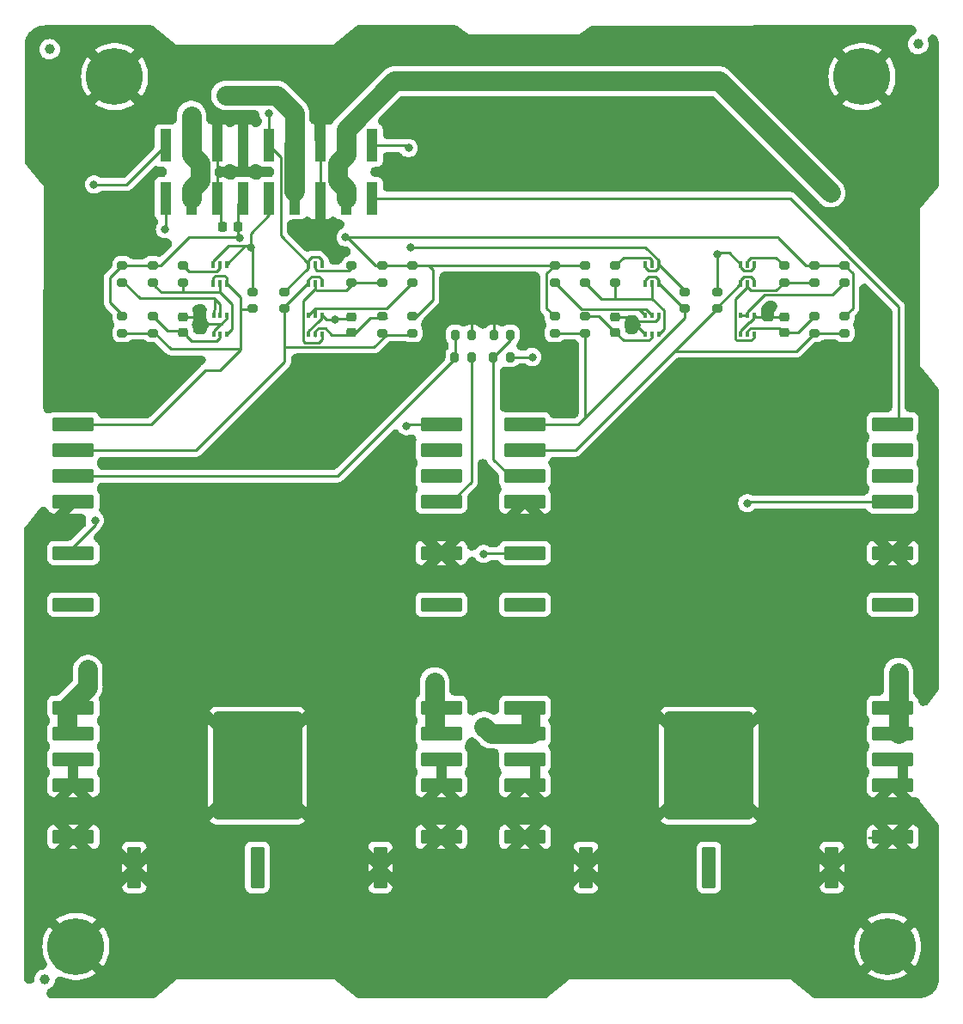
<source format=gtl>
%TF.GenerationSoftware,KiCad,Pcbnew,7.0.8*%
%TF.CreationDate,2024-04-09T22:44:40-07:00*%
%TF.ProjectId,MPPT_addon_board,4d505054-5f61-4646-946f-6e5f626f6172,rev?*%
%TF.SameCoordinates,Original*%
%TF.FileFunction,Copper,L1,Top*%
%TF.FilePolarity,Positive*%
%FSLAX46Y46*%
G04 Gerber Fmt 4.6, Leading zero omitted, Abs format (unit mm)*
G04 Created by KiCad (PCBNEW 7.0.8) date 2024-04-09 22:44:40*
%MOMM*%
%LPD*%
G01*
G04 APERTURE LIST*
G04 Aperture macros list*
%AMRoundRect*
0 Rectangle with rounded corners*
0 $1 Rounding radius*
0 $2 $3 $4 $5 $6 $7 $8 $9 X,Y pos of 4 corners*
0 Add a 4 corners polygon primitive as box body*
4,1,4,$2,$3,$4,$5,$6,$7,$8,$9,$2,$3,0*
0 Add four circle primitives for the rounded corners*
1,1,$1+$1,$2,$3*
1,1,$1+$1,$4,$5*
1,1,$1+$1,$6,$7*
1,1,$1+$1,$8,$9*
0 Add four rect primitives between the rounded corners*
20,1,$1+$1,$2,$3,$4,$5,0*
20,1,$1+$1,$4,$5,$6,$7,0*
20,1,$1+$1,$6,$7,$8,$9,0*
20,1,$1+$1,$8,$9,$2,$3,0*%
G04 Aperture macros list end*
%TA.AperFunction,ComponentPad*%
%ADD10C,5.600000*%
%TD*%
%TA.AperFunction,SMDPad,CuDef*%
%ADD11C,1.000000*%
%TD*%
%TA.AperFunction,SMDPad,CuDef*%
%ADD12RoundRect,0.200000X-0.200000X-0.275000X0.200000X-0.275000X0.200000X0.275000X-0.200000X0.275000X0*%
%TD*%
%TA.AperFunction,SMDPad,CuDef*%
%ADD13RoundRect,0.200000X0.275000X-0.200000X0.275000X0.200000X-0.275000X0.200000X-0.275000X-0.200000X0*%
%TD*%
%TA.AperFunction,SMDPad,CuDef*%
%ADD14RoundRect,0.200000X-0.275000X0.200000X-0.275000X-0.200000X0.275000X-0.200000X0.275000X0.200000X0*%
%TD*%
%TA.AperFunction,SMDPad,CuDef*%
%ADD15R,0.400000X0.650000*%
%TD*%
%TA.AperFunction,SMDPad,CuDef*%
%ADD16RoundRect,0.200000X0.200000X0.275000X-0.200000X0.275000X-0.200000X-0.275000X0.200000X-0.275000X0*%
%TD*%
%TA.AperFunction,SMDPad,CuDef*%
%ADD17RoundRect,0.225000X0.250000X-0.225000X0.250000X0.225000X-0.250000X0.225000X-0.250000X-0.225000X0*%
%TD*%
%TA.AperFunction,SMDPad,CuDef*%
%ADD18RoundRect,0.140000X1.910000X0.560000X-1.910000X0.560000X-1.910000X-0.560000X1.910000X-0.560000X0*%
%TD*%
%TA.AperFunction,SMDPad,CuDef*%
%ADD19RoundRect,0.140000X-0.560000X1.910000X-0.560000X-1.910000X0.560000X-1.910000X0.560000X1.910000X0*%
%TD*%
%TA.AperFunction,HeatsinkPad*%
%ADD20RoundRect,0.440000X3.960000X4.885000X-3.960000X4.885000X-3.960000X-4.885000X3.960000X-4.885000X0*%
%TD*%
%TA.AperFunction,SMDPad,CuDef*%
%ADD21RoundRect,0.225000X0.225000X0.250000X-0.225000X0.250000X-0.225000X-0.250000X0.225000X-0.250000X0*%
%TD*%
%TA.AperFunction,SMDPad,CuDef*%
%ADD22RoundRect,0.225000X-0.225000X-0.250000X0.225000X-0.250000X0.225000X0.250000X-0.225000X0.250000X0*%
%TD*%
%TA.AperFunction,SMDPad,CuDef*%
%ADD23R,0.400000X0.600000*%
%TD*%
%TA.AperFunction,SMDPad,CuDef*%
%ADD24R,1.140000X3.175000*%
%TD*%
%TA.AperFunction,ViaPad*%
%ADD25C,0.800000*%
%TD*%
%TA.AperFunction,Conductor*%
%ADD26C,0.250000*%
%TD*%
%TA.AperFunction,Conductor*%
%ADD27C,1.000000*%
%TD*%
%TA.AperFunction,Conductor*%
%ADD28C,1.905000*%
%TD*%
%TA.AperFunction,Conductor*%
%ADD29C,1.900000*%
%TD*%
%TA.AperFunction,Conductor*%
%ADD30C,2.000000*%
%TD*%
G04 APERTURE END LIST*
D10*
X107236100Y-57564100D03*
X103426100Y-143294100D03*
X183426100Y-143294100D03*
X180896100Y-57564100D03*
D11*
X100330000Y-146558000D03*
D12*
X140800000Y-83000000D03*
X142450000Y-83000000D03*
D13*
X176200000Y-82825000D03*
X176200000Y-81175000D03*
D14*
X153600000Y-76175000D03*
X153600000Y-77825000D03*
D11*
X186436000Y-54356000D03*
D14*
X111000000Y-76175000D03*
X111000000Y-77825000D03*
D15*
X127650000Y-76050000D03*
X127000000Y-76050000D03*
X126350000Y-76050000D03*
X126350000Y-77950000D03*
X127000000Y-77950000D03*
X127650000Y-77950000D03*
D14*
X114000000Y-76175000D03*
X114000000Y-77825000D03*
D13*
X166600000Y-80425000D03*
X166600000Y-78775000D03*
D16*
X146250000Y-83000000D03*
X144600000Y-83000000D03*
D13*
X120800000Y-80425000D03*
X120800000Y-78775000D03*
D14*
X150600000Y-76175000D03*
X150600000Y-77825000D03*
D17*
X130600000Y-82775000D03*
X130600000Y-81225000D03*
D18*
X139425000Y-132500000D03*
X139425000Y-127380000D03*
X139425000Y-124840000D03*
X139425000Y-122300000D03*
X139425000Y-119760000D03*
X139425000Y-109600000D03*
X139425000Y-104520000D03*
X139425000Y-99440000D03*
X139425000Y-96900000D03*
X139425000Y-94360000D03*
X139425000Y-91820000D03*
X103175000Y-91820000D03*
X103175000Y-94360000D03*
X103175000Y-96900000D03*
X103175000Y-99440000D03*
X103175000Y-104520000D03*
X103175000Y-109600000D03*
X103175000Y-119760000D03*
X103175000Y-122300000D03*
X103175000Y-124840000D03*
X103175000Y-127380000D03*
X103175000Y-132500000D03*
D19*
X109175000Y-135500000D03*
X121300000Y-135500000D03*
X133425000Y-135500000D03*
D20*
X121300000Y-125475000D03*
D21*
X119400000Y-72400000D03*
X117850000Y-72400000D03*
D14*
X150600000Y-81175000D03*
X150600000Y-82825000D03*
D13*
X133600000Y-82825000D03*
X133600000Y-81175000D03*
D14*
X133600000Y-76175000D03*
X133600000Y-77825000D03*
X173200000Y-76175000D03*
X173200000Y-77825000D03*
X130600000Y-76175000D03*
X130600000Y-77825000D03*
D16*
X142400000Y-85200000D03*
X140750000Y-85200000D03*
D14*
X179200000Y-76175000D03*
X179200000Y-77825000D03*
D13*
X163400000Y-80425000D03*
X163400000Y-78775000D03*
X124000000Y-80425000D03*
X124000000Y-78775000D03*
D17*
X173200000Y-82775000D03*
X173200000Y-81225000D03*
D14*
X108000000Y-76175000D03*
X108000000Y-77825000D03*
X136600000Y-76175000D03*
X136600000Y-77825000D03*
D22*
X125425000Y-61600000D03*
X126975000Y-61600000D03*
D23*
X127650000Y-81050000D03*
X127000000Y-81050000D03*
X126350000Y-81050000D03*
X126350000Y-82950000D03*
X127000000Y-82950000D03*
X127650000Y-82950000D03*
D11*
X100838000Y-54864000D03*
D14*
X176200000Y-76175000D03*
X176200000Y-77825000D03*
X108000000Y-81175000D03*
X108000000Y-82825000D03*
D17*
X114000000Y-82775000D03*
X114000000Y-81225000D03*
D13*
X153600000Y-82825000D03*
X153600000Y-81175000D03*
D23*
X160850000Y-81050000D03*
X160200000Y-81050000D03*
X159550000Y-81050000D03*
X159550000Y-82950000D03*
X160200000Y-82950000D03*
X160850000Y-82950000D03*
D15*
X118250000Y-76050000D03*
X117600000Y-76050000D03*
X116950000Y-76050000D03*
X116950000Y-77950000D03*
X117600000Y-77950000D03*
X118250000Y-77950000D03*
D18*
X183925000Y-132500000D03*
X183925000Y-127380000D03*
X183925000Y-124840000D03*
X183925000Y-122300000D03*
X183925000Y-119760000D03*
X183925000Y-109600000D03*
X183925000Y-104520000D03*
X183925000Y-99440000D03*
X183925000Y-96900000D03*
X183925000Y-94360000D03*
X183925000Y-91820000D03*
X147675000Y-91820000D03*
X147675000Y-94360000D03*
X147675000Y-96900000D03*
X147675000Y-99440000D03*
X147675000Y-104520000D03*
X147675000Y-109600000D03*
X147675000Y-119760000D03*
X147675000Y-122300000D03*
X147675000Y-124840000D03*
X147675000Y-127380000D03*
X147675000Y-132500000D03*
D19*
X153675000Y-135500000D03*
X165800000Y-135500000D03*
X177925000Y-135500000D03*
D20*
X165800000Y-125475000D03*
D23*
X118300000Y-81050000D03*
X117650000Y-81050000D03*
X117000000Y-81050000D03*
X117000000Y-82950000D03*
X117650000Y-82950000D03*
X118300000Y-82950000D03*
D15*
X160850000Y-76050000D03*
X160200000Y-76050000D03*
X159550000Y-76050000D03*
X159550000Y-77950000D03*
X160200000Y-77950000D03*
X160850000Y-77950000D03*
D14*
X156600000Y-76175000D03*
X156600000Y-77825000D03*
D23*
X170250000Y-81050000D03*
X169600000Y-81050000D03*
X168950000Y-81050000D03*
X168950000Y-82950000D03*
X169600000Y-82950000D03*
X170250000Y-82950000D03*
D24*
X112270000Y-69552500D03*
X112270000Y-64347500D03*
X114810000Y-69552500D03*
X114810000Y-64347500D03*
X117350000Y-69552500D03*
X117350000Y-64347500D03*
X119890000Y-69552500D03*
X119890000Y-64347500D03*
X122430000Y-69552500D03*
X122430000Y-64347500D03*
X124970000Y-69552500D03*
X124970000Y-64347500D03*
X127510000Y-69552500D03*
X127510000Y-64347500D03*
X130050000Y-69552500D03*
X130050000Y-64347500D03*
X132590000Y-69552500D03*
X132590000Y-64347500D03*
D15*
X170250000Y-76050000D03*
X169600000Y-76050000D03*
X168950000Y-76050000D03*
X168950000Y-77950000D03*
X169600000Y-77950000D03*
X170250000Y-77950000D03*
D16*
X146225000Y-85200000D03*
X144575000Y-85200000D03*
D13*
X111000000Y-82825000D03*
X111000000Y-81175000D03*
D14*
X136600000Y-81175000D03*
X136600000Y-82825000D03*
D17*
X156600000Y-82800000D03*
X156600000Y-81250000D03*
D14*
X179200000Y-81175000D03*
X179200000Y-82825000D03*
D25*
X159800000Y-127400000D03*
X159800000Y-118600000D03*
X159800000Y-125200000D03*
X115400000Y-123000000D03*
X130900000Y-97300000D03*
X158275000Y-81675000D03*
X127200000Y-129700000D03*
X168000000Y-118600000D03*
X127200000Y-118600000D03*
X163800000Y-132300000D03*
X121400000Y-118600000D03*
X171600000Y-118600000D03*
X119400000Y-132300000D03*
X159800000Y-123000000D03*
X159800000Y-132300000D03*
X115400000Y-129700000D03*
X159800000Y-120600000D03*
X115400000Y-127400000D03*
X123600000Y-118600000D03*
X171600000Y-125200000D03*
X171600000Y-129700000D03*
X128200000Y-95200000D03*
X127200000Y-127400000D03*
X119400000Y-118600000D03*
X117300000Y-118600000D03*
X171600000Y-81200000D03*
X125500000Y-132300000D03*
X115400000Y-118600000D03*
X161700000Y-132300000D03*
X171600000Y-127400000D03*
X169900000Y-132300000D03*
X159800000Y-129700000D03*
X115800000Y-81900000D03*
X115400000Y-120600000D03*
X165800000Y-132300000D03*
X161700000Y-118600000D03*
X115400000Y-125200000D03*
X127200000Y-125200000D03*
X165800000Y-118600000D03*
X123600000Y-132300000D03*
X115400000Y-132300000D03*
X171600000Y-120600000D03*
X169900000Y-118600000D03*
X127200000Y-132300000D03*
X129000000Y-81500000D03*
X163800000Y-118600000D03*
X125500000Y-118600000D03*
X127200000Y-120600000D03*
X115800000Y-85500000D03*
X127200000Y-123000000D03*
X168000000Y-132300000D03*
X171600000Y-132300000D03*
X121400000Y-132300000D03*
X117300000Y-132300000D03*
X171600000Y-123000000D03*
X129000000Y-85600000D03*
X120650000Y-74400000D03*
X136400000Y-74400000D03*
X122400000Y-61200000D03*
X166600000Y-75100000D03*
X130000000Y-73400000D03*
X119600000Y-73500500D03*
X136000000Y-92000000D03*
X112200000Y-72600000D03*
X105300000Y-101300000D03*
X105200000Y-68200000D03*
X143600000Y-121600000D03*
X118200000Y-59400000D03*
X104600000Y-116000000D03*
X184400000Y-116200000D03*
X177800000Y-69000000D03*
X148400000Y-85200000D03*
X169600000Y-99600000D03*
X143600000Y-104600000D03*
X136200000Y-64600000D03*
X138800000Y-117200000D03*
X114800000Y-61400000D03*
D26*
X126975000Y-61600000D02*
X128800000Y-61600000D01*
X105300000Y-101300000D02*
X105300000Y-101775000D01*
X105300000Y-101775000D02*
X102525000Y-104550000D01*
X117000000Y-82600000D02*
X117000000Y-82950000D01*
X130600000Y-81425000D02*
X129075000Y-81425000D01*
X126350000Y-82950000D02*
X126350000Y-82640380D01*
X117350000Y-69552500D02*
X117350000Y-67150000D01*
X170450000Y-81250000D02*
X170250000Y-81050000D01*
X142450000Y-83000000D02*
X142450000Y-81550000D01*
X144600000Y-83000000D02*
X144600000Y-81500000D01*
X173200000Y-81250000D02*
X171650000Y-81250000D01*
X127315380Y-81675000D02*
X127334620Y-81675000D01*
X114000000Y-81225000D02*
X115125000Y-81225000D01*
X117350000Y-66850000D02*
X117500000Y-67000000D01*
X160850000Y-81359620D02*
X160534620Y-81675000D01*
X171600000Y-81200000D02*
X171550000Y-81250000D01*
X117350000Y-64347500D02*
X117350000Y-66850000D01*
D27*
X184925000Y-124840000D02*
X184925000Y-127380000D01*
X148675000Y-127380000D02*
X148675000Y-124840000D01*
D26*
X170450000Y-81250000D02*
X171550000Y-81250000D01*
X127334620Y-81675000D02*
X127650000Y-81359620D01*
X115800000Y-81900000D02*
X117759620Y-81900000D01*
D27*
X139425000Y-127380000D02*
X139425000Y-124840000D01*
D26*
X117700000Y-69902500D02*
X117350000Y-69552500D01*
X117759620Y-81900000D02*
X117700000Y-81900000D01*
X117350000Y-67150000D02*
X117500000Y-67000000D01*
X126350000Y-82640380D02*
X127315380Y-81675000D01*
X184495000Y-132530000D02*
X181495000Y-132530000D01*
X118300000Y-81050000D02*
X118300000Y-81359620D01*
X171650000Y-81250000D02*
X171600000Y-81200000D01*
X126975000Y-61600000D02*
X126975000Y-63812500D01*
X117700000Y-81900000D02*
X117000000Y-82600000D01*
X142450000Y-81550000D02*
X142500000Y-81500000D01*
X169790380Y-81800000D02*
X168950000Y-82640380D01*
X127650000Y-81359620D02*
X127650000Y-81050000D01*
X127650000Y-81050000D02*
X128100000Y-81500000D01*
X129075000Y-81425000D02*
X129000000Y-81500000D01*
X117850000Y-72400000D02*
X117700000Y-72250000D01*
X157850000Y-81250000D02*
X159550000Y-82950000D01*
X156600000Y-81250000D02*
X157850000Y-81250000D01*
X169809620Y-81800000D02*
X169790380Y-81800000D01*
X118300000Y-81359620D02*
X117759620Y-81900000D01*
X158275000Y-81675000D02*
X158000000Y-81400000D01*
X115125000Y-81225000D02*
X115800000Y-81900000D01*
X158000000Y-81400000D02*
X157850000Y-81250000D01*
X127510000Y-64347500D02*
X127510000Y-69552500D01*
X160850000Y-81050000D02*
X160850000Y-81359620D01*
D27*
X103175000Y-124840000D02*
X103175000Y-127380000D01*
D26*
X160534620Y-81675000D02*
X158275000Y-81675000D01*
X126975000Y-63812500D02*
X127510000Y-64347500D01*
X170250000Y-81359620D02*
X169809620Y-81800000D01*
X168950000Y-82950000D02*
X168950000Y-82640380D01*
X117700000Y-72250000D02*
X117700000Y-69902500D01*
X170250000Y-81050000D02*
X170250000Y-81359620D01*
X128100000Y-81500000D02*
X129000000Y-81500000D01*
X117650000Y-83259620D02*
X117309620Y-83600000D01*
X117650000Y-82950000D02*
X117650000Y-83259620D01*
X117309620Y-83600000D02*
X114800000Y-83600000D01*
X112425000Y-82600000D02*
X111000000Y-81175000D01*
X114800000Y-83600000D02*
X114275000Y-83075000D01*
X114275000Y-82600000D02*
X112425000Y-82600000D01*
X130775000Y-83000000D02*
X128659620Y-83000000D01*
X127315380Y-82325000D02*
X127000000Y-82640380D01*
X127000000Y-82640380D02*
X127000000Y-83150000D01*
X128659620Y-83000000D02*
X127984620Y-82325000D01*
X127984620Y-82325000D02*
X127315380Y-82325000D01*
X134000000Y-81375000D02*
X132400000Y-81375000D01*
X132400000Y-81375000D02*
X130775000Y-83000000D01*
X156600000Y-82800000D02*
X157375000Y-83575000D01*
X160200000Y-83259620D02*
X160200000Y-82950000D01*
X154975000Y-81175000D02*
X156600000Y-82800000D01*
X153600000Y-81175000D02*
X154975000Y-81175000D01*
X157375000Y-83575000D02*
X159884620Y-83575000D01*
X159884620Y-83575000D02*
X160200000Y-83259620D01*
X174575000Y-82800000D02*
X176200000Y-81175000D01*
X169600000Y-82640380D02*
X169915380Y-82325000D01*
X169600000Y-82950000D02*
X169600000Y-82640380D01*
X172725000Y-82325000D02*
X173200000Y-82800000D01*
X173200000Y-82800000D02*
X174575000Y-82800000D01*
X169915380Y-82325000D02*
X172725000Y-82325000D01*
X117125000Y-79475000D02*
X117650000Y-80000000D01*
X117125000Y-80475000D02*
X117000000Y-80600000D01*
X117650000Y-80000000D02*
X117650000Y-81050000D01*
X109725000Y-79400000D02*
X117050000Y-79400000D01*
X117000000Y-80600000D02*
X117000000Y-81050000D01*
X117125000Y-79475000D02*
X117125000Y-80475000D01*
X117050000Y-79400000D02*
X117125000Y-79475000D01*
X108150000Y-77825000D02*
X109725000Y-79400000D01*
X113950000Y-77825000D02*
X113950000Y-78750000D01*
X114000000Y-78800000D02*
X117600000Y-78800000D01*
X111825000Y-78800000D02*
X114000000Y-78800000D01*
X111200000Y-78175000D02*
X111825000Y-78800000D01*
X118825000Y-82425000D02*
X118300000Y-82950000D01*
X118825000Y-80025000D02*
X118825000Y-82425000D01*
X117600000Y-78800000D02*
X117600000Y-77950000D01*
X113950000Y-78750000D02*
X114000000Y-78800000D01*
X117600000Y-78800000D02*
X118825000Y-80025000D01*
X120800000Y-78800000D02*
X120800000Y-74550000D01*
X160850000Y-76384620D02*
X160850000Y-76050000D01*
X120800000Y-74550000D02*
X120650000Y-74400000D01*
X120650000Y-73000000D02*
X122430000Y-71220000D01*
X163400000Y-78600000D02*
X163400000Y-78775000D01*
X159550000Y-76384620D02*
X159865380Y-76700000D01*
X120200000Y-74225000D02*
X118440380Y-74225000D01*
X120075000Y-74225000D02*
X120200000Y-74225000D01*
X159865380Y-76700000D02*
X160534620Y-76700000D01*
X118440380Y-74225000D02*
X116950000Y-75715380D01*
X160534620Y-76700000D02*
X160850000Y-76384620D01*
X160850000Y-75688604D02*
X159561396Y-74400000D01*
X159561396Y-74400000D02*
X136400000Y-74400000D01*
X120650000Y-74400000D02*
X120650000Y-73000000D01*
X116950000Y-75715380D02*
X116950000Y-76050000D01*
X118250000Y-76050000D02*
X120075000Y-74225000D01*
X160850000Y-76050000D02*
X160850000Y-75688604D01*
X120475000Y-74225000D02*
X120200000Y-74225000D01*
X120650000Y-74400000D02*
X120475000Y-74225000D01*
X159550000Y-76050000D02*
X159550000Y-76384620D01*
X122430000Y-71220000D02*
X122430000Y-69552500D01*
X160850000Y-76050000D02*
X163400000Y-78600000D01*
X117150000Y-77200000D02*
X118050000Y-77200000D01*
X117600000Y-86500000D02*
X119650000Y-84450000D01*
X108150000Y-82825000D02*
X111200000Y-82825000D01*
X119700000Y-80450000D02*
X119650000Y-80400000D01*
X116950000Y-77400000D02*
X117150000Y-77200000D01*
X119650000Y-80400000D02*
X119650000Y-84400000D01*
X118050000Y-77200000D02*
X118250000Y-77400000D01*
X116950000Y-77734620D02*
X116950000Y-77400000D01*
X112775000Y-84400000D02*
X119650000Y-84400000D01*
X118250000Y-77950000D02*
X118325000Y-77950000D01*
X120800000Y-80450000D02*
X119700000Y-80450000D01*
X119650000Y-79275000D02*
X119650000Y-80400000D01*
X110950000Y-82575000D02*
X112775000Y-84400000D01*
X119650000Y-84400000D02*
X119650000Y-84450000D01*
X117600000Y-86500000D02*
X116200000Y-86500000D01*
X118250000Y-77400000D02*
X118250000Y-77734620D01*
X118325000Y-77950000D02*
X119650000Y-79275000D01*
X110850000Y-91850000D02*
X102525000Y-91850000D01*
X116200000Y-86500000D02*
X110850000Y-91850000D01*
X127000000Y-80400000D02*
X127000000Y-81050000D01*
X136600000Y-77825000D02*
X134025000Y-80400000D01*
X134025000Y-80400000D02*
X127000000Y-80400000D01*
X126350000Y-81050000D02*
X127000000Y-80400000D01*
X130025000Y-78600000D02*
X130800000Y-77825000D01*
X127000000Y-77900000D02*
X127000000Y-78234620D01*
X133600000Y-77825000D02*
X130600000Y-77825000D01*
X125825000Y-83625000D02*
X125825000Y-79675000D01*
X127334620Y-83775000D02*
X125975000Y-83775000D01*
X127650000Y-83459620D02*
X127334620Y-83775000D01*
X127100000Y-78600000D02*
X130025000Y-78600000D01*
X127000000Y-78500000D02*
X127100000Y-78600000D01*
X127000000Y-78500000D02*
X127000000Y-78234620D01*
X125975000Y-83775000D02*
X125825000Y-83625000D01*
X127650000Y-83150000D02*
X127650000Y-83459620D01*
X125825000Y-79675000D02*
X127000000Y-78500000D01*
X170250000Y-76384620D02*
X169934620Y-76700000D01*
X167800000Y-74900000D02*
X168950000Y-76050000D01*
X126350000Y-76000000D02*
X123600000Y-73250000D01*
X123600000Y-73250000D02*
X123600000Y-65517500D01*
X123600000Y-65517500D02*
X122430000Y-64347500D01*
X169934620Y-76700000D02*
X169265380Y-76700000D01*
X170250000Y-76050000D02*
X170250000Y-76384620D01*
X126350000Y-75665380D02*
X126350000Y-76000000D01*
X122430000Y-61230000D02*
X122400000Y-61200000D01*
X127650000Y-75665380D02*
X127334620Y-75350000D01*
X127334620Y-75350000D02*
X126665380Y-75350000D01*
X169265380Y-76700000D02*
X168950000Y-76384620D01*
X168950000Y-76384620D02*
X168950000Y-76050000D01*
X166600000Y-74900000D02*
X167800000Y-74900000D01*
X127650000Y-76000000D02*
X127650000Y-75665380D01*
X122430000Y-64347500D02*
X122430000Y-61230000D01*
X126350000Y-76400000D02*
X124000000Y-78750000D01*
X126350000Y-76000000D02*
X126350000Y-76400000D01*
X166600000Y-78775000D02*
X166600000Y-74900000D01*
X126665380Y-75350000D02*
X126350000Y-75665380D01*
X127000000Y-76500000D02*
X127000000Y-76000000D01*
X130275000Y-76700000D02*
X127200000Y-76700000D01*
X130800000Y-76175000D02*
X130275000Y-76700000D01*
X127200000Y-76700000D02*
X127000000Y-76500000D01*
X127334620Y-77250000D02*
X126665380Y-77250000D01*
X115260000Y-94390000D02*
X102525000Y-94390000D01*
X134000000Y-83025000D02*
X136600000Y-83025000D01*
X115260000Y-94390000D02*
X124000000Y-85650000D01*
X126350000Y-77900000D02*
X124000000Y-80250000D01*
X124000000Y-84225000D02*
X132800000Y-84225000D01*
X124000000Y-80400000D02*
X124000000Y-85650000D01*
X127650000Y-77900000D02*
X127650000Y-77565380D01*
X127650000Y-77565380D02*
X127334620Y-77250000D01*
X132800000Y-84225000D02*
X134000000Y-83025000D01*
X126665380Y-77250000D02*
X126350000Y-77565380D01*
X124000000Y-80250000D02*
X124000000Y-80400000D01*
X126350000Y-77565380D02*
X126350000Y-77900000D01*
X124000000Y-85650000D02*
X124000000Y-84225000D01*
X150600000Y-77825000D02*
X153225000Y-80450000D01*
X159600000Y-80450000D02*
X158950000Y-80450000D01*
X160200000Y-81050000D02*
X159600000Y-80450000D01*
X153225000Y-80450000D02*
X158950000Y-80450000D01*
X158950000Y-80450000D02*
X159550000Y-81050000D01*
X160200000Y-79440380D02*
X161375000Y-80615380D01*
X156600000Y-79440380D02*
X160200000Y-79440380D01*
X160200000Y-77950000D02*
X160200000Y-79440380D01*
X153600000Y-77825000D02*
X155215380Y-79440380D01*
X155215380Y-79440380D02*
X156600000Y-79440380D01*
X161375000Y-82425000D02*
X160850000Y-82950000D01*
X161375000Y-80615380D02*
X161375000Y-82425000D01*
X156600000Y-77825000D02*
X156600000Y-79440380D01*
X156600000Y-76175000D02*
X157375000Y-75400000D01*
X159925000Y-75400000D02*
X160200000Y-75675000D01*
X160200000Y-75675000D02*
X160200000Y-76050000D01*
X157375000Y-75400000D02*
X159925000Y-75400000D01*
X163400000Y-81359620D02*
X153079810Y-91679810D01*
X153600000Y-82825000D02*
X153600000Y-91159620D01*
X160850000Y-77615380D02*
X160850000Y-77950000D01*
X153600000Y-91159620D02*
X153079810Y-91679810D01*
X163400000Y-80425000D02*
X163400000Y-81359620D01*
X160534620Y-77300000D02*
X160850000Y-77615380D01*
X159550000Y-77950000D02*
X159550000Y-77615380D01*
X150600000Y-82825000D02*
X153600000Y-82825000D01*
X159865380Y-77300000D02*
X160534620Y-77300000D01*
X163325000Y-80425000D02*
X163400000Y-80425000D01*
X160850000Y-77950000D02*
X163325000Y-80425000D01*
X159550000Y-77615380D02*
X159865380Y-77300000D01*
X153079810Y-91679810D02*
X152909620Y-91850000D01*
X152909620Y-91850000D02*
X148245000Y-91850000D01*
X177975000Y-79050000D02*
X171290380Y-79050000D01*
X179200000Y-77825000D02*
X177975000Y-79050000D01*
X169600000Y-80740380D02*
X169600000Y-81050000D01*
X168950000Y-81050000D02*
X169600000Y-81050000D01*
X171290380Y-79050000D02*
X169600000Y-80740380D01*
X170250000Y-82950000D02*
X170250000Y-83259620D01*
X168425000Y-83425000D02*
X168425000Y-79459620D01*
X173200000Y-77825000D02*
X176200000Y-77825000D01*
X168425000Y-79459620D02*
X169600000Y-78284620D01*
X169934620Y-83575000D02*
X168575000Y-83575000D01*
X170250000Y-83259620D02*
X169934620Y-83575000D01*
X169915380Y-78600000D02*
X172425000Y-78600000D01*
X172425000Y-78600000D02*
X173200000Y-77825000D01*
X169600000Y-78284620D02*
X169915380Y-78600000D01*
X169600000Y-77950000D02*
X169600000Y-78284620D01*
X168575000Y-83575000D02*
X168425000Y-83425000D01*
X169600000Y-75715380D02*
X169600000Y-76050000D01*
X172425000Y-75400000D02*
X169915380Y-75400000D01*
X169915380Y-75400000D02*
X169600000Y-75715380D01*
X173200000Y-76175000D02*
X172425000Y-75400000D01*
X162412500Y-84612500D02*
X166600000Y-80425000D01*
X179200000Y-82825000D02*
X176200000Y-82825000D01*
X162412500Y-84612500D02*
X152635000Y-94390000D01*
X169934620Y-77300000D02*
X170250000Y-77615380D01*
X176200000Y-82825000D02*
X174412500Y-84612500D01*
X168950000Y-77950000D02*
X166600000Y-80300000D01*
X174412500Y-84612500D02*
X162412500Y-84612500D01*
X169265380Y-77300000D02*
X169934620Y-77300000D01*
X168950000Y-77950000D02*
X168950000Y-77615380D01*
X168950000Y-77615380D02*
X169265380Y-77300000D01*
X170250000Y-77615380D02*
X170250000Y-77950000D01*
X166600000Y-80300000D02*
X166600000Y-80425000D01*
X152635000Y-94390000D02*
X148245000Y-94390000D01*
X150600000Y-81175000D02*
X149800000Y-80375000D01*
X138600000Y-76600000D02*
X138175000Y-76175000D01*
X119499500Y-73400000D02*
X114575000Y-73400000D01*
X119400000Y-70042500D02*
X119890000Y-69552500D01*
X136600000Y-81375000D02*
X136825000Y-81375000D01*
X179200000Y-81175000D02*
X180000000Y-80375000D01*
X108000000Y-76175000D02*
X106800000Y-77375000D01*
X111800000Y-76175000D02*
X111000000Y-76175000D01*
X119600000Y-73500500D02*
X119499500Y-73400000D01*
X180000000Y-76975000D02*
X179200000Y-76175000D01*
X136825000Y-81375000D02*
X138600000Y-79600000D01*
X106800000Y-77375000D02*
X106800000Y-79825000D01*
X149800000Y-76975000D02*
X150600000Y-76175000D01*
X172625000Y-73425000D02*
X175375000Y-76175000D01*
X119400000Y-72400000D02*
X119400000Y-70042500D01*
X153600000Y-76175000D02*
X150600000Y-76175000D01*
X180000000Y-80375000D02*
X180000000Y-76975000D01*
X106800000Y-79825000D02*
X108150000Y-81175000D01*
X130000000Y-73400000D02*
X172625000Y-73400000D01*
X149800000Y-80375000D02*
X149800000Y-76975000D01*
X176200000Y-76175000D02*
X179200000Y-76175000D01*
X111000000Y-76175000D02*
X108000000Y-76175000D01*
X150600000Y-76175000D02*
X136600000Y-76175000D01*
X138175000Y-76175000D02*
X132975000Y-76175000D01*
X119400000Y-73300500D02*
X119600000Y-73500500D01*
X138600000Y-79600000D02*
X138600000Y-76600000D01*
X119400000Y-72400000D02*
X119400000Y-73300500D01*
X132975000Y-76175000D02*
X130000000Y-73200000D01*
X114575000Y-73400000D02*
X111800000Y-76175000D01*
X175375000Y-76175000D02*
X176200000Y-76175000D01*
X142400000Y-97500000D02*
X140430000Y-99470000D01*
X142400000Y-85200000D02*
X142400000Y-97500000D01*
X140430000Y-99470000D02*
X138775000Y-99470000D01*
X136000000Y-92000000D02*
X136180000Y-91820000D01*
X112270000Y-72530000D02*
X112200000Y-72600000D01*
X136180000Y-91820000D02*
X139425000Y-91820000D01*
X112270000Y-69552500D02*
X112270000Y-72530000D01*
X140750000Y-85200000D02*
X140750000Y-85400000D01*
X140800000Y-85150000D02*
X140750000Y-85200000D01*
X129220000Y-96930000D02*
X102525000Y-96930000D01*
X140750000Y-85400000D02*
X129220000Y-96930000D01*
X140800000Y-83000000D02*
X140800000Y-85150000D01*
X108417500Y-68200000D02*
X105200000Y-68200000D01*
X112270000Y-64347500D02*
X108417500Y-68200000D01*
D28*
X144330000Y-122330000D02*
X148245000Y-122330000D01*
X124970000Y-61145000D02*
X123225000Y-59400000D01*
X102525000Y-119790000D02*
X102525000Y-122000000D01*
D29*
X148245000Y-122000000D02*
X148245000Y-120300000D01*
D28*
X124970000Y-62055000D02*
X124970000Y-61145000D01*
D26*
X124970000Y-62055000D02*
X125425000Y-61600000D01*
D28*
X104600000Y-116000000D02*
X104600000Y-117715000D01*
D30*
X124970000Y-64347500D02*
X124970000Y-68916104D01*
D26*
X124970000Y-68916104D02*
X124651802Y-69234302D01*
D28*
X104600000Y-117715000D02*
X102525000Y-119790000D01*
X124970000Y-64347500D02*
X124970000Y-62055000D01*
X143600000Y-121600000D02*
X144330000Y-122330000D01*
X123225000Y-59400000D02*
X118200000Y-59400000D01*
X184495000Y-119790000D02*
X184495000Y-122330000D01*
X130050000Y-68639242D02*
X130050000Y-69552500D01*
X130050000Y-64347500D02*
X130050000Y-62760000D01*
D26*
X184495000Y-116295000D02*
X184400000Y-116200000D01*
D28*
X130050000Y-62760000D02*
X134810000Y-58000000D01*
X166800000Y-58000000D02*
X177800000Y-69000000D01*
X130050000Y-64347500D02*
X130050000Y-65260758D01*
X134810000Y-58000000D02*
X166800000Y-58000000D01*
X184495000Y-119790000D02*
X184495000Y-116295000D01*
X129227500Y-67816742D02*
X130050000Y-68639242D01*
X130050000Y-65260758D02*
X129227500Y-66083258D01*
X129227500Y-66083258D02*
X129227500Y-67816742D01*
D26*
X146225000Y-85200000D02*
X148400000Y-85200000D01*
X169730000Y-99470000D02*
X184495000Y-99470000D01*
X169600000Y-99600000D02*
X169730000Y-99470000D01*
X184495000Y-91850000D02*
X184495000Y-80252538D01*
X173794962Y-69552500D02*
X132590000Y-69552500D01*
X184495000Y-80252538D02*
X173794962Y-69552500D01*
X144575000Y-95310000D02*
X144575000Y-85200000D01*
X146250000Y-83525000D02*
X144575000Y-85200000D01*
X146195000Y-96930000D02*
X144575000Y-95310000D01*
X146250000Y-83000000D02*
X146250000Y-83525000D01*
X148245000Y-96930000D02*
X146195000Y-96930000D01*
X135947500Y-64347500D02*
X132590000Y-64347500D01*
X143750000Y-104550000D02*
X143800000Y-104600000D01*
X148245000Y-104550000D02*
X143750000Y-104550000D01*
X143800000Y-104600000D02*
X143600000Y-104600000D01*
X136200000Y-64600000D02*
X135947500Y-64347500D01*
X117600000Y-76050000D02*
X117600000Y-76400000D01*
X117250000Y-76750000D02*
X114525000Y-76750000D01*
X117600000Y-76400000D02*
X117250000Y-76750000D01*
X114525000Y-76750000D02*
X113950000Y-76175000D01*
D28*
X114810000Y-68639242D02*
X114810000Y-69552500D01*
X115632500Y-66083258D02*
X115632500Y-67816742D01*
X115632500Y-67816742D02*
X114810000Y-68639242D01*
D26*
X114810000Y-61410000D02*
X114800000Y-61400000D01*
D28*
X114810000Y-65260758D02*
X115632500Y-66083258D01*
X138775000Y-119790000D02*
X138775000Y-122000000D01*
X114810000Y-64347500D02*
X114810000Y-65260758D01*
X114810000Y-64347500D02*
X114810000Y-61410000D01*
X138775000Y-117225000D02*
X138775000Y-119790000D01*
D26*
X138800000Y-117200000D02*
X138775000Y-117225000D01*
%TA.AperFunction,Conductor*%
G36*
X140761302Y-52507143D02*
G01*
X140901847Y-52527630D01*
X141030927Y-52586882D01*
X141047130Y-52597795D01*
X142162545Y-53381198D01*
X142186917Y-53401693D01*
X142198163Y-53406287D01*
X142198489Y-53406432D01*
X142198543Y-53406442D01*
X142198551Y-53406446D01*
X142198559Y-53406446D01*
X142198898Y-53406514D01*
X142210755Y-53409201D01*
X142242396Y-53406446D01*
X152950084Y-53406446D01*
X152981486Y-53409169D01*
X152993555Y-53406478D01*
X152993556Y-53406479D01*
X152993704Y-53406446D01*
X152993749Y-53406446D01*
X152993800Y-53406423D01*
X152993821Y-53406419D01*
X152993856Y-53406412D01*
X152993860Y-53406408D01*
X152994240Y-53406244D01*
X153006127Y-53401388D01*
X153031010Y-53380403D01*
X154135017Y-52607598D01*
X154261779Y-52543538D01*
X154401455Y-52517786D01*
X154421006Y-52517396D01*
X185779290Y-52507671D01*
X185919878Y-52527840D01*
X186049092Y-52586802D01*
X186156460Y-52679779D01*
X186233284Y-52799238D01*
X186273341Y-52935503D01*
X186273385Y-53077533D01*
X186233413Y-53213822D01*
X186156662Y-53333330D01*
X186049352Y-53426373D01*
X186014672Y-53446748D01*
X185877464Y-53520087D01*
X185877464Y-53520088D01*
X185725116Y-53645116D01*
X185600088Y-53797464D01*
X185507187Y-53971268D01*
X185507185Y-53971272D01*
X185449976Y-54159866D01*
X185430659Y-54355999D01*
X185430659Y-54356000D01*
X185449976Y-54552133D01*
X185507185Y-54740727D01*
X185507187Y-54740731D01*
X185600088Y-54914535D01*
X185725116Y-55066883D01*
X185810632Y-55137064D01*
X185877462Y-55191910D01*
X185877464Y-55191911D01*
X186051268Y-55284812D01*
X186051272Y-55284814D01*
X186133392Y-55309724D01*
X186239868Y-55342024D01*
X186414571Y-55359230D01*
X186435999Y-55361341D01*
X186436000Y-55361341D01*
X186436001Y-55361341D01*
X186455318Y-55359438D01*
X186632132Y-55342024D01*
X186820727Y-55284814D01*
X186994538Y-55191910D01*
X187146883Y-55066883D01*
X187271910Y-54914538D01*
X187364814Y-54740727D01*
X187422024Y-54552132D01*
X187441341Y-54356000D01*
X187422024Y-54159868D01*
X187408665Y-54115831D01*
X187390591Y-54056248D01*
X187369123Y-53915850D01*
X187388080Y-53775091D01*
X187445925Y-53645374D01*
X187537973Y-53537208D01*
X187656766Y-53459357D01*
X187792680Y-53418127D01*
X187934705Y-53416859D01*
X188071333Y-53455655D01*
X188191498Y-53531372D01*
X188285463Y-53637876D01*
X188335642Y-53737016D01*
X188376852Y-53847505D01*
X188413844Y-53956488D01*
X188421387Y-53983671D01*
X188450506Y-54117536D01*
X188471346Y-54222311D01*
X188475508Y-54253219D01*
X188487671Y-54423328D01*
X188492616Y-54498795D01*
X188493150Y-54515112D01*
X188493150Y-54712105D01*
X188493341Y-54713874D01*
X188505686Y-68116834D01*
X188485602Y-68257437D01*
X188426720Y-68386687D01*
X188395514Y-68430047D01*
X186634793Y-70619050D01*
X186626404Y-70628431D01*
X186625597Y-70630172D01*
X186625513Y-70630515D01*
X186626250Y-70643942D01*
X186626250Y-86059458D01*
X186625559Y-86072550D01*
X186625772Y-86073418D01*
X186626191Y-86074314D01*
X186635135Y-86084273D01*
X187443405Y-87089149D01*
X188395677Y-88273053D01*
X188468040Y-88395267D01*
X188503039Y-88532918D01*
X188505850Y-88585806D01*
X188505850Y-117799492D01*
X188485637Y-117940077D01*
X188426636Y-118069272D01*
X188395677Y-118112245D01*
X187360979Y-119398625D01*
X187257116Y-119495501D01*
X187130167Y-119559192D01*
X186990417Y-119584538D01*
X186849187Y-119569484D01*
X186717919Y-119515251D01*
X186607247Y-119426232D01*
X186526137Y-119309640D01*
X186481161Y-119174919D01*
X186474691Y-119125033D01*
X186472643Y-119099007D01*
X186427494Y-118943605D01*
X186345117Y-118804313D01*
X186345114Y-118804309D01*
X186230690Y-118689885D01*
X186230686Y-118689882D01*
X186192983Y-118667584D01*
X186082266Y-118578621D01*
X186001098Y-118462069D01*
X185956054Y-118327371D01*
X185948000Y-118238077D01*
X185948000Y-116234906D01*
X185948000Y-116234900D01*
X185933095Y-116055024D01*
X185873983Y-115821595D01*
X185777255Y-115601078D01*
X185645551Y-115399490D01*
X185645550Y-115399488D01*
X185482461Y-115222327D01*
X185292440Y-115074428D01*
X185080666Y-114959822D01*
X185080665Y-114959821D01*
X185080664Y-114959821D01*
X184852913Y-114881634D01*
X184852904Y-114881632D01*
X184852902Y-114881632D01*
X184615399Y-114842000D01*
X184374601Y-114842000D01*
X184137097Y-114881632D01*
X184137091Y-114881633D01*
X184137087Y-114881634D01*
X184137084Y-114881634D01*
X184137084Y-114881635D01*
X183909333Y-114959822D01*
X183697559Y-115074428D01*
X183507538Y-115222327D01*
X183344449Y-115399488D01*
X183212745Y-115601077D01*
X183212743Y-115601081D01*
X183116017Y-115821593D01*
X183056906Y-116055020D01*
X183056905Y-116055024D01*
X183048843Y-116152327D01*
X183042000Y-116234906D01*
X183042000Y-118060500D01*
X183021787Y-118201085D01*
X182962786Y-118330280D01*
X182869776Y-118437619D01*
X182750292Y-118514406D01*
X182614015Y-118554421D01*
X182543000Y-118559500D01*
X181950309Y-118559500D01*
X181914010Y-118562356D01*
X181914003Y-118562357D01*
X181758607Y-118607505D01*
X181758599Y-118607509D01*
X181619313Y-118689882D01*
X181619309Y-118689885D01*
X181504885Y-118804309D01*
X181504882Y-118804313D01*
X181422509Y-118943599D01*
X181422505Y-118943607D01*
X181377357Y-119099003D01*
X181377356Y-119099010D01*
X181374500Y-119135309D01*
X181374500Y-120384691D01*
X181377356Y-120420989D01*
X181377357Y-120420996D01*
X181397461Y-120490192D01*
X181422506Y-120576395D01*
X181422509Y-120576400D01*
X181504884Y-120715689D01*
X181511459Y-120724166D01*
X181581651Y-120847639D01*
X181614213Y-120985886D01*
X181606508Y-121127707D01*
X181559159Y-121261613D01*
X181511459Y-121335834D01*
X181504884Y-121344310D01*
X181422509Y-121483599D01*
X181422505Y-121483607D01*
X181377357Y-121639003D01*
X181377356Y-121639010D01*
X181374500Y-121675309D01*
X181374500Y-122924691D01*
X181377356Y-122960989D01*
X181377357Y-122960996D01*
X181402608Y-123047907D01*
X181422506Y-123116395D01*
X181422509Y-123116400D01*
X181504881Y-123255685D01*
X181511777Y-123264575D01*
X181581969Y-123388048D01*
X181614532Y-123526295D01*
X181606827Y-123668116D01*
X181559479Y-123802022D01*
X181511773Y-123876252D01*
X181505280Y-123884621D01*
X181422970Y-124023800D01*
X181422967Y-124023806D01*
X181377856Y-124179082D01*
X181377854Y-124179091D01*
X181375000Y-124215362D01*
X181375001Y-125464634D01*
X181377855Y-125500913D01*
X181377855Y-125500914D01*
X181422966Y-125656191D01*
X181422970Y-125656199D01*
X181505281Y-125795378D01*
X181512091Y-125804158D01*
X181582285Y-125927629D01*
X181614850Y-126065876D01*
X181607148Y-126207697D01*
X181559801Y-126341604D01*
X181512091Y-126415842D01*
X181505281Y-126424621D01*
X181422970Y-126563800D01*
X181422967Y-126563806D01*
X181377856Y-126719082D01*
X181377854Y-126719091D01*
X181375000Y-126755362D01*
X181375001Y-128004634D01*
X181377855Y-128040913D01*
X181377855Y-128040914D01*
X181422966Y-128196191D01*
X181422970Y-128196199D01*
X181505276Y-128335371D01*
X181505284Y-128335381D01*
X181619618Y-128449715D01*
X181619628Y-128449723D01*
X181758800Y-128532029D01*
X181758806Y-128532032D01*
X181914082Y-128577143D01*
X181914092Y-128577145D01*
X181950359Y-128579999D01*
X182017891Y-128579999D01*
X183432108Y-128579999D01*
X184417892Y-128579999D01*
X184417892Y-128579998D01*
X183925001Y-128087107D01*
X183432108Y-128579999D01*
X182017891Y-128579999D01*
X182017893Y-128579998D01*
X183572153Y-127025739D01*
X183685854Y-126940623D01*
X183818929Y-126890989D01*
X183960597Y-126880856D01*
X184099382Y-126911047D01*
X184224039Y-126979115D01*
X184277845Y-127025739D01*
X185832104Y-128579999D01*
X185899635Y-128579999D01*
X185935913Y-128577144D01*
X185980507Y-128564189D01*
X186121149Y-128544376D01*
X186261675Y-128564989D01*
X186390702Y-128624358D01*
X186497776Y-128717674D01*
X186574223Y-128837375D01*
X186593940Y-128905241D01*
X186598224Y-128903980D01*
X186622974Y-128988000D01*
X186625772Y-128999418D01*
X186626191Y-129000314D01*
X186635135Y-129010273D01*
X188395527Y-131198868D01*
X188467890Y-131321082D01*
X188502889Y-131458733D01*
X188505700Y-131512042D01*
X188493325Y-146185002D01*
X188493150Y-146186211D01*
X188493150Y-146383787D01*
X188492616Y-146400104D01*
X188487671Y-146475571D01*
X188475508Y-146645679D01*
X188471346Y-146676587D01*
X188450506Y-146781363D01*
X188421387Y-146915227D01*
X188413844Y-146942409D01*
X188376852Y-147051393D01*
X188330828Y-147174791D01*
X188320824Y-147197964D01*
X188268084Y-147304914D01*
X188205506Y-147419518D01*
X188193972Y-147438568D01*
X188129926Y-147534422D01*
X188122206Y-147545332D01*
X188047754Y-147644788D01*
X188035599Y-147659779D01*
X187959239Y-147746853D01*
X187948074Y-147758774D01*
X187860474Y-147846374D01*
X187848553Y-147857539D01*
X187761479Y-147933899D01*
X187746488Y-147946054D01*
X187647032Y-148020506D01*
X187636122Y-148028226D01*
X187540268Y-148092272D01*
X187521218Y-148103806D01*
X187406614Y-148166384D01*
X187299664Y-148219124D01*
X187276491Y-148229128D01*
X187153093Y-148275152D01*
X187044109Y-148312144D01*
X187016927Y-148319687D01*
X186883063Y-148348806D01*
X186778287Y-148369646D01*
X186747379Y-148373808D01*
X186577272Y-148385971D01*
X186563335Y-148386884D01*
X186501794Y-148390916D01*
X186485488Y-148391450D01*
X176361455Y-148391450D01*
X176220870Y-148371237D01*
X176091675Y-148312236D01*
X176051555Y-148283555D01*
X175970831Y-148219592D01*
X173843700Y-146534119D01*
X173833084Y-146524629D01*
X173832151Y-146524192D01*
X173830379Y-146523766D01*
X173816731Y-146524550D01*
X152113206Y-146524550D01*
X152099958Y-146523836D01*
X152099052Y-146524155D01*
X152097996Y-146524647D01*
X152088551Y-146533093D01*
X151529615Y-146982672D01*
X149899604Y-148293769D01*
X149899345Y-148293977D01*
X149777131Y-148366340D01*
X149639480Y-148401339D01*
X149586592Y-148404150D01*
X131379907Y-148404150D01*
X131239322Y-148383937D01*
X131110127Y-148324936D01*
X131067154Y-148293977D01*
X131066895Y-148293769D01*
X128878373Y-146533435D01*
X128868414Y-146524491D01*
X128867628Y-146524123D01*
X128866517Y-146523852D01*
X128853430Y-146524550D01*
X113437806Y-146524550D01*
X113424558Y-146523836D01*
X113423652Y-146524155D01*
X113422592Y-146524649D01*
X113413154Y-146533088D01*
X111224201Y-148293769D01*
X111101987Y-148366131D01*
X110964336Y-148401130D01*
X110910859Y-148403941D01*
X103652503Y-148395377D01*
X101012283Y-148392261D01*
X100871724Y-148371883D01*
X100742598Y-148312729D01*
X100635369Y-148219592D01*
X100558722Y-148100018D01*
X100518869Y-147963694D01*
X100519036Y-147821664D01*
X100559212Y-147685435D01*
X100636140Y-147566042D01*
X100743589Y-147473158D01*
X100777646Y-147453183D01*
X100888538Y-147393910D01*
X101040883Y-147268883D01*
X101165910Y-147116538D01*
X101258814Y-146942727D01*
X101316024Y-146754132D01*
X101322574Y-146687621D01*
X101356468Y-146549698D01*
X101427849Y-146426908D01*
X101530932Y-146329201D01*
X101657366Y-146264495D01*
X101796909Y-146238030D01*
X101938255Y-146251951D01*
X102028698Y-146283654D01*
X102202851Y-146364226D01*
X102202853Y-146364227D01*
X102541954Y-146478483D01*
X102541962Y-146478485D01*
X102891436Y-146555410D01*
X103247181Y-146594099D01*
X103247185Y-146594100D01*
X103605015Y-146594100D01*
X103605018Y-146594099D01*
X103960763Y-146555410D01*
X104310237Y-146478485D01*
X104310245Y-146478483D01*
X104649346Y-146364227D01*
X104649348Y-146364226D01*
X104974117Y-146213972D01*
X104974126Y-146213967D01*
X105280721Y-146029495D01*
X105280749Y-146029477D01*
X105379386Y-145954494D01*
X105379387Y-145954493D01*
X104150687Y-144725793D01*
X104154731Y-144724119D01*
X104369465Y-144592530D01*
X104560970Y-144428970D01*
X104724530Y-144237465D01*
X104856119Y-144022731D01*
X104857794Y-144018687D01*
X106087833Y-145248726D01*
X106257884Y-144997923D01*
X106257885Y-144997921D01*
X106425499Y-144681765D01*
X106557949Y-144349343D01*
X106557949Y-144349342D01*
X106653678Y-144004558D01*
X106653682Y-144004541D01*
X106711573Y-143651413D01*
X106711574Y-143651409D01*
X106730947Y-143294101D01*
X180121253Y-143294101D01*
X180140625Y-143651409D01*
X180140626Y-143651413D01*
X180198517Y-144004541D01*
X180198521Y-144004558D01*
X180294250Y-144349342D01*
X180294250Y-144349343D01*
X180426700Y-144681765D01*
X180594315Y-144997922D01*
X180764365Y-145248727D01*
X181994405Y-144018686D01*
X181996081Y-144022731D01*
X182127670Y-144237465D01*
X182291230Y-144428970D01*
X182482735Y-144592530D01*
X182697469Y-144724119D01*
X182701512Y-144725793D01*
X181472812Y-145954493D01*
X181472812Y-145954495D01*
X181571455Y-146029481D01*
X181878082Y-146213971D01*
X181878082Y-146213972D01*
X182202851Y-146364226D01*
X182202853Y-146364227D01*
X182541954Y-146478483D01*
X182541962Y-146478485D01*
X182891436Y-146555410D01*
X183247181Y-146594099D01*
X183247185Y-146594100D01*
X183605015Y-146594100D01*
X183605018Y-146594099D01*
X183960763Y-146555410D01*
X184310237Y-146478485D01*
X184310245Y-146478483D01*
X184649346Y-146364227D01*
X184649348Y-146364226D01*
X184974117Y-146213972D01*
X184974126Y-146213967D01*
X185280721Y-146029495D01*
X185280749Y-146029477D01*
X185379386Y-145954494D01*
X185379387Y-145954493D01*
X184150687Y-144725793D01*
X184154731Y-144724119D01*
X184369465Y-144592530D01*
X184560970Y-144428970D01*
X184724530Y-144237465D01*
X184856119Y-144022731D01*
X184857794Y-144018687D01*
X186087833Y-145248726D01*
X186257884Y-144997923D01*
X186257885Y-144997921D01*
X186425499Y-144681765D01*
X186557949Y-144349343D01*
X186557949Y-144349342D01*
X186653678Y-144004558D01*
X186653682Y-144004541D01*
X186711573Y-143651413D01*
X186711574Y-143651409D01*
X186730947Y-143294101D01*
X186730947Y-143294098D01*
X186711574Y-142936790D01*
X186711573Y-142936786D01*
X186653682Y-142583658D01*
X186653678Y-142583641D01*
X186557949Y-142238857D01*
X186557949Y-142238856D01*
X186425499Y-141906434D01*
X186257885Y-141590278D01*
X186257878Y-141590267D01*
X186087834Y-141339472D01*
X186087833Y-141339471D01*
X184857793Y-142569511D01*
X184856119Y-142565469D01*
X184724530Y-142350735D01*
X184560970Y-142159230D01*
X184369465Y-141995670D01*
X184154731Y-141864081D01*
X184150687Y-141862406D01*
X185379387Y-140633706D01*
X185379387Y-140633705D01*
X185280737Y-140558714D01*
X184974117Y-140374228D01*
X184974117Y-140374227D01*
X184649348Y-140223973D01*
X184649346Y-140223972D01*
X184310245Y-140109716D01*
X184310237Y-140109714D01*
X183960763Y-140032789D01*
X183605018Y-139994100D01*
X183247181Y-139994100D01*
X182891436Y-140032789D01*
X182541962Y-140109714D01*
X182541954Y-140109716D01*
X182202853Y-140223972D01*
X182202851Y-140223973D01*
X181878084Y-140374226D01*
X181571464Y-140558712D01*
X181571456Y-140558718D01*
X181472812Y-140633704D01*
X181472812Y-140633706D01*
X182701512Y-141862406D01*
X182697469Y-141864081D01*
X182482735Y-141995670D01*
X182291230Y-142159230D01*
X182127670Y-142350735D01*
X181996081Y-142565469D01*
X181994406Y-142569512D01*
X180764365Y-141339471D01*
X180764364Y-141339472D01*
X180594320Y-141590269D01*
X180426700Y-141906434D01*
X180294250Y-142238856D01*
X180294250Y-142238857D01*
X180198521Y-142583641D01*
X180198517Y-142583658D01*
X180140626Y-142936786D01*
X180140625Y-142936790D01*
X180121253Y-143294098D01*
X180121253Y-143294101D01*
X106730947Y-143294101D01*
X106730947Y-143294098D01*
X106711574Y-142936790D01*
X106711573Y-142936786D01*
X106653682Y-142583658D01*
X106653678Y-142583641D01*
X106557949Y-142238857D01*
X106557949Y-142238856D01*
X106425499Y-141906434D01*
X106257885Y-141590278D01*
X106257878Y-141590267D01*
X106087834Y-141339472D01*
X106087833Y-141339471D01*
X104857793Y-142569511D01*
X104856119Y-142565469D01*
X104724530Y-142350735D01*
X104560970Y-142159230D01*
X104369465Y-141995670D01*
X104154731Y-141864081D01*
X104150687Y-141862406D01*
X105379387Y-140633706D01*
X105379387Y-140633705D01*
X105280737Y-140558714D01*
X104974117Y-140374228D01*
X104974117Y-140374227D01*
X104649348Y-140223973D01*
X104649346Y-140223972D01*
X104310245Y-140109716D01*
X104310237Y-140109714D01*
X103960763Y-140032789D01*
X103605018Y-139994100D01*
X103247181Y-139994100D01*
X102891436Y-140032789D01*
X102541962Y-140109714D01*
X102541954Y-140109716D01*
X102202853Y-140223972D01*
X102202851Y-140223973D01*
X101878084Y-140374226D01*
X101571464Y-140558712D01*
X101571456Y-140558718D01*
X101472812Y-140633704D01*
X101472812Y-140633706D01*
X102701512Y-141862406D01*
X102697469Y-141864081D01*
X102482735Y-141995670D01*
X102291230Y-142159230D01*
X102127670Y-142350735D01*
X101996081Y-142565469D01*
X101994406Y-142569512D01*
X100764365Y-141339471D01*
X100764364Y-141339472D01*
X100594320Y-141590269D01*
X100426700Y-141906434D01*
X100294250Y-142238856D01*
X100294250Y-142238857D01*
X100198521Y-142583641D01*
X100198517Y-142583658D01*
X100140626Y-142936786D01*
X100140625Y-142936790D01*
X100121253Y-143294098D01*
X100121253Y-143294101D01*
X100140625Y-143651409D01*
X100140626Y-143651413D01*
X100198517Y-144004541D01*
X100198521Y-144004558D01*
X100294250Y-144349342D01*
X100294250Y-144349343D01*
X100426702Y-144681769D01*
X100426702Y-144681770D01*
X100512175Y-144842990D01*
X100560167Y-144976666D01*
X100568555Y-145118448D01*
X100536657Y-145256850D01*
X100467060Y-145380660D01*
X100365400Y-145479846D01*
X100239915Y-145546374D01*
X100157460Y-145564936D01*
X100157909Y-145567194D01*
X100133868Y-145571975D01*
X99945272Y-145629185D01*
X99945268Y-145629187D01*
X99771464Y-145722088D01*
X99619116Y-145847116D01*
X99494088Y-145999464D01*
X99401187Y-146173268D01*
X99401185Y-146173272D01*
X99343976Y-146361865D01*
X99327113Y-146533081D01*
X99293217Y-146671007D01*
X99221836Y-146793797D01*
X99118753Y-146891502D01*
X98992318Y-146956208D01*
X98852775Y-146982672D01*
X98711429Y-146968751D01*
X98579731Y-146915571D01*
X98468349Y-146827442D01*
X98386308Y-146711503D01*
X98340255Y-146577146D01*
X98332790Y-146519786D01*
X98329633Y-146475637D01*
X98324683Y-146400095D01*
X98324151Y-146383787D01*
X98324980Y-137407106D01*
X107975000Y-137407106D01*
X107975001Y-137474634D01*
X107975001Y-137474633D01*
X107977855Y-137510914D01*
X108022966Y-137666191D01*
X108022970Y-137666199D01*
X108105276Y-137805371D01*
X108105284Y-137805381D01*
X108219618Y-137919715D01*
X108219628Y-137919723D01*
X108358800Y-138002029D01*
X108358806Y-138002032D01*
X108514082Y-138047143D01*
X108514091Y-138047145D01*
X108550361Y-138049999D01*
X109799634Y-138049999D01*
X109835913Y-138047144D01*
X109835914Y-138047144D01*
X109991191Y-138002033D01*
X109991199Y-138002029D01*
X110130371Y-137919723D01*
X110130381Y-137919715D01*
X110244715Y-137805381D01*
X110244723Y-137805371D01*
X110327029Y-137666199D01*
X110327032Y-137666193D01*
X110372143Y-137510917D01*
X110372145Y-137510907D01*
X110374995Y-137474691D01*
X120099500Y-137474691D01*
X120102356Y-137510989D01*
X120102357Y-137510996D01*
X120147447Y-137666191D01*
X120147506Y-137666395D01*
X120147509Y-137666400D01*
X120229882Y-137805686D01*
X120229885Y-137805690D01*
X120344309Y-137920114D01*
X120344313Y-137920117D01*
X120483605Y-138002494D01*
X120605104Y-138037793D01*
X120639003Y-138047642D01*
X120639004Y-138047642D01*
X120639007Y-138047643D01*
X120666234Y-138049785D01*
X120675309Y-138050500D01*
X120675310Y-138050500D01*
X121924691Y-138050500D01*
X121931950Y-138049928D01*
X121960993Y-138047643D01*
X122116395Y-138002494D01*
X122255687Y-137920117D01*
X122370117Y-137805687D01*
X122452494Y-137666395D01*
X122497643Y-137510993D01*
X122500500Y-137474690D01*
X122500500Y-137407106D01*
X132225000Y-137407106D01*
X132225001Y-137474634D01*
X132225001Y-137474633D01*
X132227855Y-137510914D01*
X132272966Y-137666191D01*
X132272970Y-137666199D01*
X132355276Y-137805371D01*
X132355284Y-137805381D01*
X132469618Y-137919715D01*
X132469628Y-137919723D01*
X132608800Y-138002029D01*
X132608806Y-138002032D01*
X132764082Y-138047143D01*
X132764091Y-138047145D01*
X132800361Y-138049999D01*
X134049634Y-138049999D01*
X134085913Y-138047144D01*
X134085914Y-138047144D01*
X134241191Y-138002033D01*
X134241199Y-138002029D01*
X134380371Y-137919723D01*
X134380381Y-137919715D01*
X134494715Y-137805381D01*
X134494723Y-137805371D01*
X134577029Y-137666199D01*
X134577032Y-137666193D01*
X134622143Y-137510917D01*
X134622145Y-137510907D01*
X134624999Y-137474640D01*
X134624999Y-137407107D01*
X134624998Y-137407106D01*
X152475000Y-137407106D01*
X152475001Y-137474634D01*
X152475001Y-137474633D01*
X152477855Y-137510914D01*
X152522966Y-137666191D01*
X152522970Y-137666199D01*
X152605276Y-137805371D01*
X152605284Y-137805381D01*
X152719618Y-137919715D01*
X152719628Y-137919723D01*
X152858800Y-138002029D01*
X152858806Y-138002032D01*
X153014082Y-138047143D01*
X153014091Y-138047145D01*
X153050361Y-138049999D01*
X154299634Y-138049999D01*
X154335913Y-138047144D01*
X154335914Y-138047144D01*
X154491191Y-138002033D01*
X154491199Y-138002029D01*
X154630371Y-137919723D01*
X154630381Y-137919715D01*
X154744715Y-137805381D01*
X154744723Y-137805371D01*
X154827029Y-137666199D01*
X154827032Y-137666193D01*
X154872143Y-137510917D01*
X154872145Y-137510907D01*
X154874995Y-137474691D01*
X164599500Y-137474691D01*
X164602356Y-137510989D01*
X164602357Y-137510996D01*
X164647447Y-137666191D01*
X164647506Y-137666395D01*
X164647509Y-137666400D01*
X164729882Y-137805686D01*
X164729885Y-137805690D01*
X164844309Y-137920114D01*
X164844313Y-137920117D01*
X164983605Y-138002494D01*
X165105104Y-138037793D01*
X165139003Y-138047642D01*
X165139004Y-138047642D01*
X165139007Y-138047643D01*
X165166234Y-138049785D01*
X165175309Y-138050500D01*
X165175310Y-138050500D01*
X166424691Y-138050500D01*
X166431950Y-138049928D01*
X166460993Y-138047643D01*
X166616395Y-138002494D01*
X166755687Y-137920117D01*
X166870117Y-137805687D01*
X166952494Y-137666395D01*
X166997643Y-137510993D01*
X167000500Y-137474690D01*
X167000500Y-137407106D01*
X176725000Y-137407106D01*
X176725001Y-137474634D01*
X176725001Y-137474633D01*
X176727855Y-137510914D01*
X176772966Y-137666191D01*
X176772970Y-137666199D01*
X176855276Y-137805371D01*
X176855284Y-137805381D01*
X176969618Y-137919715D01*
X176969628Y-137919723D01*
X177108800Y-138002029D01*
X177108806Y-138002032D01*
X177264082Y-138047143D01*
X177264091Y-138047145D01*
X177300361Y-138049999D01*
X178549634Y-138049999D01*
X178585913Y-138047144D01*
X178585914Y-138047144D01*
X178741191Y-138002033D01*
X178741199Y-138002029D01*
X178880371Y-137919723D01*
X178880381Y-137919715D01*
X178994715Y-137805381D01*
X178994723Y-137805371D01*
X179077029Y-137666199D01*
X179077032Y-137666193D01*
X179122143Y-137510917D01*
X179122145Y-137510907D01*
X179124999Y-137474640D01*
X179124999Y-137407107D01*
X179124998Y-137407105D01*
X177925001Y-136207107D01*
X176725000Y-137407105D01*
X176725000Y-137407106D01*
X167000500Y-137407106D01*
X167000500Y-135007106D01*
X176725000Y-135007106D01*
X176725000Y-135992890D01*
X177217890Y-135500001D01*
X178632107Y-135500001D01*
X179124998Y-135992892D01*
X179124999Y-135992892D01*
X179124999Y-135007107D01*
X178632107Y-135500000D01*
X178632107Y-135500001D01*
X177217890Y-135500001D01*
X177217892Y-135499999D01*
X176725000Y-135007106D01*
X167000500Y-135007106D01*
X167000500Y-133592894D01*
X176725000Y-133592894D01*
X177924999Y-134792893D01*
X177925001Y-134792893D01*
X179124998Y-133592894D01*
X179124999Y-133592894D01*
X179124999Y-133525365D01*
X179122144Y-133489086D01*
X179122144Y-133489085D01*
X179077033Y-133333808D01*
X179077029Y-133333800D01*
X178994723Y-133194628D01*
X178994715Y-133194618D01*
X178880381Y-133080284D01*
X178880371Y-133080276D01*
X178741199Y-132997970D01*
X178741193Y-132997967D01*
X178585917Y-132952856D01*
X178585908Y-132952854D01*
X178549638Y-132950000D01*
X177300366Y-132950001D01*
X177264086Y-132952855D01*
X177264085Y-132952855D01*
X177108808Y-132997966D01*
X177108800Y-132997970D01*
X176969628Y-133080276D01*
X176969618Y-133080284D01*
X176855284Y-133194618D01*
X176855276Y-133194628D01*
X176772970Y-133333800D01*
X176772967Y-133333806D01*
X176727856Y-133489082D01*
X176727854Y-133489092D01*
X176725000Y-133525360D01*
X176725000Y-133592894D01*
X167000500Y-133592894D01*
X167000500Y-133525310D01*
X166997643Y-133489007D01*
X166952494Y-133333605D01*
X166870117Y-133194313D01*
X166870114Y-133194309D01*
X166755690Y-133079885D01*
X166755686Y-133079882D01*
X166617180Y-132997970D01*
X166616395Y-132997506D01*
X166616392Y-132997505D01*
X166460996Y-132952357D01*
X166460989Y-132952356D01*
X166424691Y-132949500D01*
X166424690Y-132949500D01*
X165175310Y-132949500D01*
X165175309Y-132949500D01*
X165139010Y-132952356D01*
X165139003Y-132952357D01*
X164983607Y-132997505D01*
X164983599Y-132997509D01*
X164844313Y-133079882D01*
X164844309Y-133079885D01*
X164729885Y-133194309D01*
X164729882Y-133194313D01*
X164647509Y-133333599D01*
X164647505Y-133333607D01*
X164602357Y-133489003D01*
X164602356Y-133489010D01*
X164599500Y-133525309D01*
X164599500Y-137474691D01*
X154874995Y-137474691D01*
X154874999Y-137474640D01*
X154874999Y-137407107D01*
X154874998Y-137407105D01*
X153675001Y-136207107D01*
X152475000Y-137407105D01*
X152475000Y-137407106D01*
X134624998Y-137407106D01*
X134624998Y-137407105D01*
X133425001Y-136207107D01*
X132225000Y-137407105D01*
X132225000Y-137407106D01*
X122500500Y-137407106D01*
X122500500Y-135007106D01*
X132225000Y-135007106D01*
X132225000Y-135992890D01*
X132717890Y-135500001D01*
X134132107Y-135500001D01*
X134624998Y-135992892D01*
X134624999Y-135992892D01*
X134624999Y-135007107D01*
X134132107Y-135500000D01*
X134132107Y-135500001D01*
X132717890Y-135500001D01*
X132717892Y-135499999D01*
X132225000Y-135007106D01*
X152475000Y-135007106D01*
X152475000Y-135992890D01*
X152967890Y-135500001D01*
X154382107Y-135500001D01*
X154874998Y-135992892D01*
X154874999Y-135992892D01*
X154874999Y-135007107D01*
X154382107Y-135500000D01*
X154382107Y-135500001D01*
X152967890Y-135500001D01*
X152967892Y-135499999D01*
X152475000Y-135007106D01*
X132225000Y-135007106D01*
X122500500Y-135007106D01*
X122500500Y-133592894D01*
X132225000Y-133592894D01*
X133424999Y-134792893D01*
X133425001Y-134792893D01*
X134624998Y-133592894D01*
X134624999Y-133592894D01*
X134624999Y-133525365D01*
X134622144Y-133489086D01*
X134622144Y-133489085D01*
X134577033Y-133333808D01*
X134577029Y-133333800D01*
X134494723Y-133194628D01*
X134494715Y-133194618D01*
X134380381Y-133080284D01*
X134380371Y-133080276D01*
X134241199Y-132997970D01*
X134241193Y-132997967D01*
X134085917Y-132952856D01*
X134085908Y-132952854D01*
X134049638Y-132950000D01*
X132800366Y-132950001D01*
X132764086Y-132952855D01*
X132764085Y-132952855D01*
X132608808Y-132997966D01*
X132608800Y-132997970D01*
X132469628Y-133080276D01*
X132469618Y-133080284D01*
X132355284Y-133194618D01*
X132355276Y-133194628D01*
X132272970Y-133333800D01*
X132272967Y-133333806D01*
X132227856Y-133489082D01*
X132227854Y-133489092D01*
X132225000Y-133525360D01*
X132225000Y-133592894D01*
X122500500Y-133592894D01*
X122500500Y-133525310D01*
X122497643Y-133489007D01*
X122452494Y-133333605D01*
X122370117Y-133194313D01*
X122370114Y-133194309D01*
X122255690Y-133079885D01*
X122255686Y-133079882D01*
X122117180Y-132997970D01*
X122116395Y-132997506D01*
X122116392Y-132997505D01*
X121960996Y-132952357D01*
X121960989Y-132952356D01*
X121924691Y-132949500D01*
X121924690Y-132949500D01*
X120675310Y-132949500D01*
X120675309Y-132949500D01*
X120639010Y-132952356D01*
X120639003Y-132952357D01*
X120483607Y-132997505D01*
X120483599Y-132997509D01*
X120344313Y-133079882D01*
X120344309Y-133079885D01*
X120229885Y-133194309D01*
X120229882Y-133194313D01*
X120147509Y-133333599D01*
X120147505Y-133333607D01*
X120102357Y-133489003D01*
X120102356Y-133489010D01*
X120099500Y-133525309D01*
X120099500Y-137474691D01*
X110374995Y-137474691D01*
X110374999Y-137474640D01*
X110374999Y-137407107D01*
X110374998Y-137407105D01*
X109175001Y-136207107D01*
X107975000Y-137407105D01*
X107975000Y-137407106D01*
X98324980Y-137407106D01*
X98325202Y-135007106D01*
X107975000Y-135007106D01*
X107975000Y-135992890D01*
X108467890Y-135500001D01*
X109882107Y-135500001D01*
X110374998Y-135992892D01*
X110374999Y-135992892D01*
X110374999Y-135007107D01*
X109882107Y-135500000D01*
X109882107Y-135500001D01*
X108467890Y-135500001D01*
X108467892Y-135499999D01*
X107975000Y-135007106D01*
X98325202Y-135007106D01*
X98325491Y-131875362D01*
X100625000Y-131875362D01*
X100625001Y-133124634D01*
X100627855Y-133160913D01*
X100627855Y-133160914D01*
X100672966Y-133316191D01*
X100672970Y-133316199D01*
X100755276Y-133455371D01*
X100755284Y-133455381D01*
X100869618Y-133569715D01*
X100869628Y-133569723D01*
X101008800Y-133652029D01*
X101008806Y-133652032D01*
X101164082Y-133697143D01*
X101164092Y-133697145D01*
X101200359Y-133699999D01*
X101267891Y-133699999D01*
X102682108Y-133699999D01*
X103667892Y-133699999D01*
X103667892Y-133699998D01*
X103175001Y-133207107D01*
X102682108Y-133699999D01*
X101267891Y-133699999D01*
X101267892Y-133699998D01*
X102467891Y-132500001D01*
X103882106Y-132500001D01*
X105082104Y-133699999D01*
X105149635Y-133699999D01*
X105185913Y-133697144D01*
X105185914Y-133697144D01*
X105341191Y-133652033D01*
X105341199Y-133652029D01*
X105441191Y-133592894D01*
X107975000Y-133592894D01*
X109174999Y-134792893D01*
X109175001Y-134792893D01*
X110374998Y-133592894D01*
X110374999Y-133592894D01*
X110374999Y-133525365D01*
X110372144Y-133489086D01*
X110372144Y-133489085D01*
X110327033Y-133333808D01*
X110327029Y-133333800D01*
X110244723Y-133194628D01*
X110244715Y-133194618D01*
X110130381Y-133080284D01*
X110130371Y-133080276D01*
X109991199Y-132997970D01*
X109991193Y-132997967D01*
X109835917Y-132952856D01*
X109835908Y-132952854D01*
X109799638Y-132950000D01*
X108550366Y-132950001D01*
X108514086Y-132952855D01*
X108514085Y-132952855D01*
X108358808Y-132997966D01*
X108358800Y-132997970D01*
X108219628Y-133080276D01*
X108219618Y-133080284D01*
X108105284Y-133194618D01*
X108105276Y-133194628D01*
X108022970Y-133333800D01*
X108022967Y-133333806D01*
X107977856Y-133489082D01*
X107977854Y-133489092D01*
X107975000Y-133525360D01*
X107975000Y-133592894D01*
X105441191Y-133592894D01*
X105480371Y-133569723D01*
X105480381Y-133569715D01*
X105594715Y-133455381D01*
X105594723Y-133455371D01*
X105677029Y-133316199D01*
X105677032Y-133316193D01*
X105722143Y-133160917D01*
X105722145Y-133160908D01*
X105725000Y-133124642D01*
X105724999Y-131875366D01*
X105724999Y-131875362D01*
X136875000Y-131875362D01*
X136875001Y-133124634D01*
X136877855Y-133160913D01*
X136877855Y-133160914D01*
X136922966Y-133316191D01*
X136922970Y-133316199D01*
X137005276Y-133455371D01*
X137005284Y-133455381D01*
X137119618Y-133569715D01*
X137119628Y-133569723D01*
X137258800Y-133652029D01*
X137258806Y-133652032D01*
X137414082Y-133697143D01*
X137414092Y-133697145D01*
X137450359Y-133699999D01*
X137517891Y-133699999D01*
X138932108Y-133699999D01*
X139917892Y-133699999D01*
X139917892Y-133699998D01*
X139425001Y-133207107D01*
X138932108Y-133699999D01*
X137517891Y-133699999D01*
X137517892Y-133699998D01*
X138717891Y-132500001D01*
X140132106Y-132500001D01*
X141332104Y-133699999D01*
X141399635Y-133699999D01*
X141435913Y-133697144D01*
X141435914Y-133697144D01*
X141591191Y-133652033D01*
X141591199Y-133652029D01*
X141730371Y-133569723D01*
X141730381Y-133569715D01*
X141844715Y-133455381D01*
X141844723Y-133455371D01*
X141927029Y-133316199D01*
X141927032Y-133316193D01*
X141972143Y-133160917D01*
X141972145Y-133160908D01*
X141975000Y-133124642D01*
X141974999Y-131875366D01*
X141974999Y-131875362D01*
X145125000Y-131875362D01*
X145125001Y-133124634D01*
X145127855Y-133160913D01*
X145127855Y-133160914D01*
X145172966Y-133316191D01*
X145172970Y-133316199D01*
X145255276Y-133455371D01*
X145255284Y-133455381D01*
X145369618Y-133569715D01*
X145369628Y-133569723D01*
X145508800Y-133652029D01*
X145508806Y-133652032D01*
X145664082Y-133697143D01*
X145664092Y-133697145D01*
X145700359Y-133699999D01*
X145767891Y-133699999D01*
X147182108Y-133699999D01*
X148167892Y-133699999D01*
X148167892Y-133699998D01*
X147675001Y-133207107D01*
X147182108Y-133699999D01*
X145767891Y-133699999D01*
X145767892Y-133699998D01*
X146967891Y-132500001D01*
X148382106Y-132500001D01*
X149582104Y-133699999D01*
X149649635Y-133699999D01*
X149685913Y-133697144D01*
X149685914Y-133697144D01*
X149841191Y-133652033D01*
X149841199Y-133652029D01*
X149941191Y-133592894D01*
X152475000Y-133592894D01*
X153674999Y-134792893D01*
X153675001Y-134792893D01*
X154874998Y-133592894D01*
X154874999Y-133592894D01*
X154874999Y-133525365D01*
X154872144Y-133489086D01*
X154872144Y-133489085D01*
X154827033Y-133333808D01*
X154827029Y-133333800D01*
X154744723Y-133194628D01*
X154744715Y-133194618D01*
X154630381Y-133080284D01*
X154630371Y-133080276D01*
X154491199Y-132997970D01*
X154491193Y-132997967D01*
X154335917Y-132952856D01*
X154335908Y-132952854D01*
X154299638Y-132950000D01*
X153050366Y-132950001D01*
X153014086Y-132952855D01*
X153014085Y-132952855D01*
X152858808Y-132997966D01*
X152858800Y-132997970D01*
X152719628Y-133080276D01*
X152719618Y-133080284D01*
X152605284Y-133194618D01*
X152605276Y-133194628D01*
X152522970Y-133333800D01*
X152522967Y-133333806D01*
X152477856Y-133489082D01*
X152477854Y-133489092D01*
X152475000Y-133525360D01*
X152475000Y-133592894D01*
X149941191Y-133592894D01*
X149980371Y-133569723D01*
X149980381Y-133569715D01*
X150094715Y-133455381D01*
X150094723Y-133455371D01*
X150177029Y-133316199D01*
X150177032Y-133316193D01*
X150222143Y-133160917D01*
X150222145Y-133160908D01*
X150225000Y-133124642D01*
X150224999Y-131875366D01*
X150224999Y-131875362D01*
X181375000Y-131875362D01*
X181375001Y-133124634D01*
X181377855Y-133160913D01*
X181377855Y-133160914D01*
X181422966Y-133316191D01*
X181422970Y-133316199D01*
X181505276Y-133455371D01*
X181505284Y-133455381D01*
X181619618Y-133569715D01*
X181619628Y-133569723D01*
X181758800Y-133652029D01*
X181758806Y-133652032D01*
X181914082Y-133697143D01*
X181914092Y-133697145D01*
X181950359Y-133699999D01*
X182017891Y-133699999D01*
X183432108Y-133699999D01*
X184417892Y-133699999D01*
X184417892Y-133699998D01*
X183925001Y-133207107D01*
X183432108Y-133699999D01*
X182017891Y-133699999D01*
X182017892Y-133699998D01*
X183217891Y-132500001D01*
X184632106Y-132500001D01*
X185832104Y-133699999D01*
X185899635Y-133699999D01*
X185935913Y-133697144D01*
X185935914Y-133697144D01*
X186091191Y-133652033D01*
X186091199Y-133652029D01*
X186230371Y-133569723D01*
X186230381Y-133569715D01*
X186344715Y-133455381D01*
X186344723Y-133455371D01*
X186427029Y-133316199D01*
X186427032Y-133316193D01*
X186472143Y-133160917D01*
X186472145Y-133160908D01*
X186475000Y-133124642D01*
X186474999Y-131875366D01*
X186472144Y-131839086D01*
X186472144Y-131839085D01*
X186427033Y-131683808D01*
X186427029Y-131683800D01*
X186344723Y-131544628D01*
X186344715Y-131544618D01*
X186230381Y-131430284D01*
X186230371Y-131430276D01*
X186091199Y-131347970D01*
X186091193Y-131347967D01*
X185935917Y-131302856D01*
X185935907Y-131302854D01*
X185899640Y-131300000D01*
X185832105Y-131300000D01*
X184632106Y-132499999D01*
X184632106Y-132500001D01*
X183217891Y-132500001D01*
X183217892Y-132500000D01*
X182017894Y-131300000D01*
X183432106Y-131300000D01*
X183924999Y-131792892D01*
X184417892Y-131300000D01*
X183432106Y-131300000D01*
X182017894Y-131300000D01*
X182017893Y-131300000D01*
X181950366Y-131300001D01*
X181950367Y-131300001D01*
X181914085Y-131302855D01*
X181758808Y-131347966D01*
X181758800Y-131347970D01*
X181619628Y-131430276D01*
X181619618Y-131430284D01*
X181505284Y-131544618D01*
X181505276Y-131544628D01*
X181422970Y-131683800D01*
X181422967Y-131683806D01*
X181377856Y-131839082D01*
X181377854Y-131839091D01*
X181375000Y-131875362D01*
X150224999Y-131875362D01*
X150222144Y-131839086D01*
X150222144Y-131839085D01*
X150177033Y-131683808D01*
X150177029Y-131683800D01*
X150094723Y-131544628D01*
X150094715Y-131544618D01*
X149980381Y-131430284D01*
X149980371Y-131430276D01*
X149841199Y-131347970D01*
X149841193Y-131347967D01*
X149685917Y-131302856D01*
X149685907Y-131302854D01*
X149649640Y-131300000D01*
X149582105Y-131300000D01*
X148382106Y-132499999D01*
X148382106Y-132500001D01*
X146967891Y-132500001D01*
X146967892Y-132500000D01*
X145767894Y-131300000D01*
X147182106Y-131300000D01*
X147674999Y-131792892D01*
X148167892Y-131300000D01*
X147182106Y-131300000D01*
X145767894Y-131300000D01*
X145767893Y-131300000D01*
X145700366Y-131300001D01*
X145700367Y-131300001D01*
X145664085Y-131302855D01*
X145508808Y-131347966D01*
X145508800Y-131347970D01*
X145369628Y-131430276D01*
X145369618Y-131430284D01*
X145255284Y-131544618D01*
X145255276Y-131544628D01*
X145172970Y-131683800D01*
X145172967Y-131683806D01*
X145127856Y-131839082D01*
X145127854Y-131839091D01*
X145125000Y-131875362D01*
X141974999Y-131875362D01*
X141972144Y-131839086D01*
X141972144Y-131839085D01*
X141927033Y-131683808D01*
X141927029Y-131683800D01*
X141844723Y-131544628D01*
X141844715Y-131544618D01*
X141730381Y-131430284D01*
X141730371Y-131430276D01*
X141591199Y-131347970D01*
X141591193Y-131347967D01*
X141435917Y-131302856D01*
X141435907Y-131302854D01*
X141399640Y-131300000D01*
X141332105Y-131300000D01*
X140132106Y-132499999D01*
X140132106Y-132500001D01*
X138717891Y-132500001D01*
X138717892Y-132500000D01*
X137517894Y-131300000D01*
X138932106Y-131300000D01*
X139424999Y-131792892D01*
X139917892Y-131300000D01*
X138932106Y-131300000D01*
X137517894Y-131300000D01*
X137517893Y-131300000D01*
X137450366Y-131300001D01*
X137450367Y-131300001D01*
X137414085Y-131302855D01*
X137258808Y-131347966D01*
X137258800Y-131347970D01*
X137119628Y-131430276D01*
X137119618Y-131430284D01*
X137005284Y-131544618D01*
X137005276Y-131544628D01*
X136922970Y-131683800D01*
X136922967Y-131683806D01*
X136877856Y-131839082D01*
X136877854Y-131839091D01*
X136875000Y-131875362D01*
X105724999Y-131875362D01*
X105722144Y-131839086D01*
X105722144Y-131839085D01*
X105677033Y-131683808D01*
X105677029Y-131683800D01*
X105594723Y-131544628D01*
X105594715Y-131544618D01*
X105480381Y-131430284D01*
X105480371Y-131430276D01*
X105341199Y-131347970D01*
X105341193Y-131347967D01*
X105185917Y-131302856D01*
X105185907Y-131302854D01*
X105149640Y-131300000D01*
X105082105Y-131300000D01*
X103882106Y-132499999D01*
X103882106Y-132500001D01*
X102467891Y-132500001D01*
X102467892Y-132500000D01*
X101267894Y-131300000D01*
X102682106Y-131300000D01*
X103174999Y-131792892D01*
X103667892Y-131300000D01*
X102682106Y-131300000D01*
X101267894Y-131300000D01*
X101267893Y-131300000D01*
X101200366Y-131300001D01*
X101200367Y-131300001D01*
X101164085Y-131302855D01*
X101008808Y-131347966D01*
X101008800Y-131347970D01*
X100869628Y-131430276D01*
X100869618Y-131430284D01*
X100755284Y-131544618D01*
X100755276Y-131544628D01*
X100672970Y-131683800D01*
X100672967Y-131683806D01*
X100627856Y-131839082D01*
X100627854Y-131839091D01*
X100625000Y-131875362D01*
X98325491Y-131875362D01*
X98325580Y-130907943D01*
X116574161Y-130907943D01*
X116671656Y-131028339D01*
X116671662Y-131028345D01*
X116825213Y-131152689D01*
X116825218Y-131152692D01*
X117001274Y-131242398D01*
X117001275Y-131242399D01*
X117192146Y-131293541D01*
X117274203Y-131300000D01*
X125325793Y-131299999D01*
X125325791Y-131299999D01*
X125407861Y-131293540D01*
X125407864Y-131293539D01*
X125598717Y-131242401D01*
X125598725Y-131242398D01*
X125774781Y-131152692D01*
X125774785Y-131152690D01*
X125928341Y-131028342D01*
X126025837Y-130907944D01*
X126025837Y-130907943D01*
X161074161Y-130907943D01*
X161171656Y-131028339D01*
X161171662Y-131028345D01*
X161325213Y-131152689D01*
X161325218Y-131152692D01*
X161501274Y-131242398D01*
X161501275Y-131242399D01*
X161692146Y-131293541D01*
X161774203Y-131300000D01*
X169825793Y-131299999D01*
X169825791Y-131299999D01*
X169907861Y-131293540D01*
X169907864Y-131293539D01*
X170098717Y-131242401D01*
X170098725Y-131242398D01*
X170274781Y-131152692D01*
X170274785Y-131152690D01*
X170428341Y-131028342D01*
X170525837Y-130907944D01*
X170525837Y-130907943D01*
X165800001Y-126182107D01*
X165799999Y-126182107D01*
X161074162Y-130907943D01*
X161074161Y-130907943D01*
X126025837Y-130907943D01*
X121300001Y-126182107D01*
X121299999Y-126182107D01*
X116574162Y-130907943D01*
X116574161Y-130907943D01*
X98325580Y-130907943D01*
X98326318Y-122924691D01*
X100624500Y-122924691D01*
X100627356Y-122960989D01*
X100627357Y-122960996D01*
X100652608Y-123047907D01*
X100672506Y-123116395D01*
X100672509Y-123116400D01*
X100754881Y-123255685D01*
X100761777Y-123264575D01*
X100831969Y-123388048D01*
X100864532Y-123526295D01*
X100856827Y-123668116D01*
X100809479Y-123802022D01*
X100761773Y-123876252D01*
X100755280Y-123884621D01*
X100672970Y-124023800D01*
X100672967Y-124023806D01*
X100627856Y-124179082D01*
X100627854Y-124179091D01*
X100625000Y-124215362D01*
X100625001Y-125464634D01*
X100627855Y-125500913D01*
X100627855Y-125500914D01*
X100672966Y-125656191D01*
X100672970Y-125656199D01*
X100755281Y-125795378D01*
X100762091Y-125804158D01*
X100832285Y-125927629D01*
X100864850Y-126065876D01*
X100857148Y-126207697D01*
X100809801Y-126341604D01*
X100762091Y-126415842D01*
X100755281Y-126424621D01*
X100672970Y-126563800D01*
X100672967Y-126563806D01*
X100627856Y-126719082D01*
X100627854Y-126719091D01*
X100625000Y-126755362D01*
X100625001Y-128004634D01*
X100627855Y-128040913D01*
X100627855Y-128040914D01*
X100672966Y-128196191D01*
X100672970Y-128196199D01*
X100755276Y-128335371D01*
X100755284Y-128335381D01*
X100869618Y-128449715D01*
X100869628Y-128449723D01*
X101008800Y-128532029D01*
X101008806Y-128532032D01*
X101164082Y-128577143D01*
X101164092Y-128577145D01*
X101200359Y-128579999D01*
X101267891Y-128579999D01*
X102682108Y-128579999D01*
X103667892Y-128579999D01*
X103667892Y-128579998D01*
X103175001Y-128087107D01*
X102682108Y-128579999D01*
X101267891Y-128579999D01*
X101267893Y-128579998D01*
X102822153Y-127025739D01*
X102935854Y-126940623D01*
X103068929Y-126890989D01*
X103210597Y-126880856D01*
X103349382Y-126911047D01*
X103474039Y-126979115D01*
X103527845Y-127025739D01*
X105082104Y-128579999D01*
X105149635Y-128579999D01*
X105185913Y-128577144D01*
X105185914Y-128577144D01*
X105341191Y-128532033D01*
X105341199Y-128532029D01*
X105480371Y-128449723D01*
X105480381Y-128449715D01*
X105594715Y-128335381D01*
X105594723Y-128335371D01*
X105677029Y-128196199D01*
X105677032Y-128196193D01*
X105722143Y-128040917D01*
X105722145Y-128040908D01*
X105725000Y-128004642D01*
X105724999Y-126755366D01*
X105722144Y-126719086D01*
X105722144Y-126719085D01*
X105677033Y-126563808D01*
X105677029Y-126563800D01*
X105594721Y-126424626D01*
X105587914Y-126415850D01*
X105517717Y-126292379D01*
X105485149Y-126154133D01*
X105492850Y-126012312D01*
X105540193Y-125878405D01*
X105587914Y-125804150D01*
X105594721Y-125795373D01*
X105677029Y-125656199D01*
X105677032Y-125656193D01*
X105722143Y-125500917D01*
X105722145Y-125500908D01*
X105725000Y-125464642D01*
X105724999Y-124215366D01*
X105722144Y-124179086D01*
X105722144Y-124179085D01*
X105677033Y-124023808D01*
X105677029Y-124023800D01*
X105594719Y-123884622D01*
X105588232Y-123876259D01*
X105518035Y-123752789D01*
X105485468Y-123614543D01*
X105493169Y-123472721D01*
X105540513Y-123338814D01*
X105588228Y-123264568D01*
X105595111Y-123255692D01*
X105595117Y-123255687D01*
X105677494Y-123116395D01*
X105722643Y-122960993D01*
X105725500Y-122924690D01*
X105725500Y-121675310D01*
X105722643Y-121639007D01*
X105677494Y-121483605D01*
X105595117Y-121344313D01*
X105595114Y-121344310D01*
X105588546Y-121335842D01*
X105557997Y-121282106D01*
X116400000Y-121282106D01*
X116400000Y-129667892D01*
X120592892Y-125475001D01*
X122007107Y-125475001D01*
X126199998Y-129667892D01*
X126199999Y-129667892D01*
X126199999Y-122924691D01*
X136874500Y-122924691D01*
X136877356Y-122960989D01*
X136877357Y-122960996D01*
X136902608Y-123047907D01*
X136922506Y-123116395D01*
X136922509Y-123116400D01*
X137004881Y-123255685D01*
X137011777Y-123264575D01*
X137081969Y-123388048D01*
X137114532Y-123526295D01*
X137106827Y-123668116D01*
X137059479Y-123802022D01*
X137011773Y-123876252D01*
X137005280Y-123884621D01*
X136922970Y-124023800D01*
X136922967Y-124023806D01*
X136877856Y-124179082D01*
X136877854Y-124179091D01*
X136875000Y-124215362D01*
X136875001Y-125464634D01*
X136877855Y-125500913D01*
X136877855Y-125500914D01*
X136922966Y-125656191D01*
X136922970Y-125656199D01*
X137005281Y-125795378D01*
X137012091Y-125804158D01*
X137082285Y-125927629D01*
X137114850Y-126065876D01*
X137107148Y-126207697D01*
X137059801Y-126341604D01*
X137012091Y-126415842D01*
X137005281Y-126424621D01*
X136922970Y-126563800D01*
X136922967Y-126563806D01*
X136877856Y-126719082D01*
X136877854Y-126719091D01*
X136875000Y-126755362D01*
X136875001Y-128004634D01*
X136877855Y-128040913D01*
X136877855Y-128040914D01*
X136922966Y-128196191D01*
X136922970Y-128196199D01*
X137005276Y-128335371D01*
X137005284Y-128335381D01*
X137119618Y-128449715D01*
X137119628Y-128449723D01*
X137258800Y-128532029D01*
X137258806Y-128532032D01*
X137414082Y-128577143D01*
X137414092Y-128577145D01*
X137450359Y-128579999D01*
X137517891Y-128579999D01*
X138932108Y-128579999D01*
X139917892Y-128579999D01*
X139917892Y-128579998D01*
X139425001Y-128087107D01*
X138932108Y-128579999D01*
X137517891Y-128579999D01*
X137517893Y-128579998D01*
X139072153Y-127025739D01*
X139185854Y-126940623D01*
X139318929Y-126890989D01*
X139460597Y-126880856D01*
X139599382Y-126911047D01*
X139724039Y-126979115D01*
X139777845Y-127025739D01*
X141332104Y-128579999D01*
X141399635Y-128579999D01*
X141435913Y-128577144D01*
X141435914Y-128577144D01*
X141591191Y-128532033D01*
X141591199Y-128532029D01*
X141730371Y-128449723D01*
X141730381Y-128449715D01*
X141844715Y-128335381D01*
X141844723Y-128335371D01*
X141927029Y-128196199D01*
X141927032Y-128196193D01*
X141972143Y-128040917D01*
X141972145Y-128040908D01*
X141975000Y-128004642D01*
X141974999Y-126755366D01*
X141972144Y-126719086D01*
X141972144Y-126719085D01*
X141927033Y-126563808D01*
X141927029Y-126563800D01*
X141844721Y-126424626D01*
X141837914Y-126415850D01*
X141767717Y-126292379D01*
X141735149Y-126154133D01*
X141742850Y-126012312D01*
X141790193Y-125878405D01*
X141837914Y-125804150D01*
X141844721Y-125795373D01*
X141927029Y-125656199D01*
X141927032Y-125656193D01*
X141972143Y-125500917D01*
X141972145Y-125500908D01*
X141975000Y-125464642D01*
X141974999Y-124215366D01*
X141972144Y-124179086D01*
X141972144Y-124179085D01*
X141927033Y-124023808D01*
X141927029Y-124023800D01*
X141844719Y-123884622D01*
X141838232Y-123876259D01*
X141768035Y-123752789D01*
X141735468Y-123614543D01*
X141743169Y-123472721D01*
X141790513Y-123338814D01*
X141838228Y-123264568D01*
X141845111Y-123255692D01*
X141845117Y-123255687D01*
X141927494Y-123116395D01*
X141947393Y-123047901D01*
X142006023Y-122918543D01*
X142098726Y-122810939D01*
X142217989Y-122733810D01*
X142354151Y-122693406D01*
X142496181Y-122693000D01*
X142632572Y-122732625D01*
X142752274Y-122809070D01*
X142779424Y-122834276D01*
X143227822Y-123282674D01*
X143248302Y-123305866D01*
X143257325Y-123317459D01*
X143257328Y-123317461D01*
X143257329Y-123317463D01*
X143323822Y-123378674D01*
X143345071Y-123399923D01*
X143345080Y-123399931D01*
X143345077Y-123399929D01*
X143367997Y-123419341D01*
X143434484Y-123480546D01*
X143434488Y-123480549D01*
X143434490Y-123480551D01*
X143446789Y-123488586D01*
X143471601Y-123507088D01*
X143482802Y-123516575D01*
X143482804Y-123516576D01*
X143482805Y-123516577D01*
X143560423Y-123562828D01*
X143636080Y-123612256D01*
X143649523Y-123618153D01*
X143677042Y-123632318D01*
X143689652Y-123639831D01*
X143689662Y-123639837D01*
X143719976Y-123651665D01*
X143773836Y-123672681D01*
X143821943Y-123693783D01*
X143856592Y-123708982D01*
X143856593Y-123708982D01*
X143856595Y-123708983D01*
X143870831Y-123712588D01*
X143900304Y-123722029D01*
X143913986Y-123727368D01*
X143913988Y-123727368D01*
X143913993Y-123727370D01*
X144002421Y-123745911D01*
X144029582Y-123752789D01*
X144090024Y-123768095D01*
X144104660Y-123769307D01*
X144135278Y-123773768D01*
X144149659Y-123776784D01*
X144239955Y-123780518D01*
X144269900Y-123783000D01*
X144269903Y-123783000D01*
X144299947Y-123783000D01*
X144390251Y-123786735D01*
X144397924Y-123785778D01*
X144404831Y-123784918D01*
X144435723Y-123783000D01*
X144626000Y-123783000D01*
X144766585Y-123803213D01*
X144895780Y-123862214D01*
X145003119Y-123955224D01*
X145079906Y-124074708D01*
X145119921Y-124210985D01*
X145125000Y-124282000D01*
X145125001Y-125464634D01*
X145127855Y-125500913D01*
X145127855Y-125500914D01*
X145172966Y-125656191D01*
X145172970Y-125656199D01*
X145255281Y-125795378D01*
X145262091Y-125804158D01*
X145332285Y-125927629D01*
X145364850Y-126065876D01*
X145357148Y-126207697D01*
X145309801Y-126341604D01*
X145262091Y-126415842D01*
X145255281Y-126424621D01*
X145172970Y-126563800D01*
X145172967Y-126563806D01*
X145127856Y-126719082D01*
X145127854Y-126719091D01*
X145125000Y-126755362D01*
X145125001Y-128004634D01*
X145127855Y-128040913D01*
X145127855Y-128040914D01*
X145172966Y-128196191D01*
X145172970Y-128196199D01*
X145255276Y-128335371D01*
X145255284Y-128335381D01*
X145369618Y-128449715D01*
X145369628Y-128449723D01*
X145508800Y-128532029D01*
X145508806Y-128532032D01*
X145664082Y-128577143D01*
X145664092Y-128577145D01*
X145700359Y-128579999D01*
X145767891Y-128579999D01*
X147182108Y-128579999D01*
X148167892Y-128579999D01*
X148167892Y-128579998D01*
X147675001Y-128087107D01*
X147182108Y-128579999D01*
X145767891Y-128579999D01*
X145767893Y-128579998D01*
X147322153Y-127025739D01*
X147435854Y-126940623D01*
X147568929Y-126890989D01*
X147710597Y-126880856D01*
X147849382Y-126911047D01*
X147974039Y-126979115D01*
X148027845Y-127025739D01*
X149582104Y-128579999D01*
X149649635Y-128579999D01*
X149685913Y-128577144D01*
X149685914Y-128577144D01*
X149841191Y-128532033D01*
X149841199Y-128532029D01*
X149980371Y-128449723D01*
X149980381Y-128449715D01*
X150094715Y-128335381D01*
X150094723Y-128335371D01*
X150177029Y-128196199D01*
X150177032Y-128196193D01*
X150222143Y-128040917D01*
X150222145Y-128040908D01*
X150225000Y-128004642D01*
X150224999Y-126755366D01*
X150222144Y-126719086D01*
X150222144Y-126719085D01*
X150177033Y-126563808D01*
X150177029Y-126563800D01*
X150094721Y-126424626D01*
X150087914Y-126415850D01*
X150017717Y-126292379D01*
X149985149Y-126154133D01*
X149992850Y-126012312D01*
X150040193Y-125878405D01*
X150087914Y-125804150D01*
X150094721Y-125795373D01*
X150177029Y-125656199D01*
X150177032Y-125656193D01*
X150222143Y-125500917D01*
X150222145Y-125500908D01*
X150225000Y-125464642D01*
X150224999Y-124215366D01*
X150222144Y-124179086D01*
X150222144Y-124179085D01*
X150177033Y-124023808D01*
X150177029Y-124023800D01*
X150094719Y-123884622D01*
X150088232Y-123876259D01*
X150018035Y-123752789D01*
X149985468Y-123614543D01*
X149993169Y-123472721D01*
X150040513Y-123338814D01*
X150088228Y-123264568D01*
X150095111Y-123255692D01*
X150095117Y-123255687D01*
X150177494Y-123116395D01*
X150222643Y-122960993D01*
X150225500Y-122924690D01*
X150225500Y-121675310D01*
X150222643Y-121639007D01*
X150177494Y-121483605D01*
X150095117Y-121344313D01*
X150095114Y-121344310D01*
X150088546Y-121335842D01*
X150057997Y-121282106D01*
X160900000Y-121282106D01*
X160900000Y-129667892D01*
X165092892Y-125475001D01*
X166507107Y-125475001D01*
X170699998Y-129667892D01*
X170699999Y-129667892D01*
X170699999Y-121282107D01*
X170699998Y-121282106D01*
X166507107Y-125474999D01*
X166507107Y-125475001D01*
X165092892Y-125475001D01*
X165092893Y-125475000D01*
X165092893Y-125474999D01*
X160900000Y-121282106D01*
X150057997Y-121282106D01*
X150018351Y-121212370D01*
X149985787Y-121074123D01*
X149993489Y-120932302D01*
X150040836Y-120798396D01*
X150088546Y-120724158D01*
X150095111Y-120715692D01*
X150095117Y-120715687D01*
X150177494Y-120576395D01*
X150222643Y-120420993D01*
X150223912Y-120404858D01*
X150225500Y-120384695D01*
X150225500Y-120042055D01*
X161074161Y-120042055D01*
X165799999Y-124767893D01*
X165800001Y-124767893D01*
X170525836Y-120042056D01*
X170525837Y-120042054D01*
X170428347Y-119921664D01*
X170428337Y-119921654D01*
X170274786Y-119797310D01*
X170274781Y-119797307D01*
X170098725Y-119707601D01*
X170098724Y-119707600D01*
X169907853Y-119656458D01*
X169825797Y-119650000D01*
X161774207Y-119650001D01*
X161774209Y-119650001D01*
X161692138Y-119656459D01*
X161692135Y-119656460D01*
X161501282Y-119707598D01*
X161501274Y-119707601D01*
X161325218Y-119797307D01*
X161325214Y-119797309D01*
X161171659Y-119921655D01*
X161074161Y-120042055D01*
X150225500Y-120042055D01*
X150225500Y-119135309D01*
X150224785Y-119126234D01*
X150222643Y-119099007D01*
X150177494Y-118943605D01*
X150095117Y-118804313D01*
X150095114Y-118804309D01*
X149980690Y-118689885D01*
X149980686Y-118689882D01*
X149841400Y-118607509D01*
X149841395Y-118607506D01*
X149841392Y-118607505D01*
X149685996Y-118562357D01*
X149685989Y-118562356D01*
X149649691Y-118559500D01*
X149649690Y-118559500D01*
X145700310Y-118559500D01*
X145700309Y-118559500D01*
X145664010Y-118562356D01*
X145664003Y-118562357D01*
X145508607Y-118607505D01*
X145508599Y-118607509D01*
X145369313Y-118689882D01*
X145369309Y-118689885D01*
X145254885Y-118804309D01*
X145254882Y-118804313D01*
X145172509Y-118943599D01*
X145172505Y-118943607D01*
X145127357Y-119099003D01*
X145127356Y-119099010D01*
X145124500Y-119135309D01*
X145124500Y-119938798D01*
X145104287Y-120079383D01*
X145045286Y-120208578D01*
X144952276Y-120315917D01*
X144832792Y-120392704D01*
X144696515Y-120432719D01*
X144554485Y-120432719D01*
X144418208Y-120392704D01*
X144370076Y-120367470D01*
X144240340Y-120290164D01*
X144016014Y-120202632D01*
X144016008Y-120202630D01*
X144016004Y-120202629D01*
X143780348Y-120153217D01*
X143780343Y-120153216D01*
X143780341Y-120153216D01*
X143762634Y-120152483D01*
X143539750Y-120143264D01*
X143539749Y-120143265D01*
X143300801Y-120173050D01*
X143300796Y-120173052D01*
X143070011Y-120241759D01*
X143070003Y-120241762D01*
X142853684Y-120347515D01*
X142853671Y-120347523D01*
X142764456Y-120411222D01*
X142638296Y-120476462D01*
X142498866Y-120503516D01*
X142357462Y-120490192D01*
X142225540Y-120437569D01*
X142113787Y-120349911D01*
X142031257Y-120234320D01*
X141984636Y-120100159D01*
X141975500Y-120005111D01*
X141975500Y-119135309D01*
X141974785Y-119126234D01*
X141972643Y-119099007D01*
X141927494Y-118943605D01*
X141845117Y-118804313D01*
X141845114Y-118804309D01*
X141730690Y-118689885D01*
X141730686Y-118689882D01*
X141591400Y-118607509D01*
X141591395Y-118607506D01*
X141591392Y-118607505D01*
X141435996Y-118562357D01*
X141435989Y-118562356D01*
X141399691Y-118559500D01*
X141399690Y-118559500D01*
X140727000Y-118559500D01*
X140586415Y-118539287D01*
X140457220Y-118480286D01*
X140349881Y-118387276D01*
X140273094Y-118267792D01*
X140233079Y-118131515D01*
X140228000Y-118060500D01*
X140228000Y-117164906D01*
X140228000Y-117164900D01*
X140213095Y-116985024D01*
X140153983Y-116751595D01*
X140057255Y-116531078D01*
X139925551Y-116329490D01*
X139925550Y-116329488D01*
X139762461Y-116152327D01*
X139572440Y-116004428D01*
X139360666Y-115889822D01*
X139360665Y-115889821D01*
X139360664Y-115889821D01*
X139132913Y-115811634D01*
X139132904Y-115811632D01*
X139132902Y-115811632D01*
X138895399Y-115772000D01*
X138654601Y-115772000D01*
X138417097Y-115811632D01*
X138417091Y-115811633D01*
X138417087Y-115811634D01*
X138417084Y-115811634D01*
X138417084Y-115811635D01*
X138189333Y-115889822D01*
X137977559Y-116004428D01*
X137787538Y-116152327D01*
X137624449Y-116329488D01*
X137492745Y-116531077D01*
X137492743Y-116531081D01*
X137396017Y-116751593D01*
X137356801Y-116906456D01*
X137336905Y-116985024D01*
X137326289Y-117113148D01*
X137322000Y-117164906D01*
X137322000Y-118288205D01*
X137301787Y-118428790D01*
X137242786Y-118557985D01*
X137149776Y-118665324D01*
X137128839Y-118682493D01*
X137119312Y-118689882D01*
X137004885Y-118804309D01*
X137004882Y-118804313D01*
X136922509Y-118943599D01*
X136922505Y-118943607D01*
X136877357Y-119099003D01*
X136877356Y-119099010D01*
X136874500Y-119135309D01*
X136874500Y-120384691D01*
X136877356Y-120420989D01*
X136877357Y-120420996D01*
X136897461Y-120490192D01*
X136922506Y-120576395D01*
X136922509Y-120576400D01*
X137004884Y-120715689D01*
X137011459Y-120724166D01*
X137081651Y-120847639D01*
X137114213Y-120985886D01*
X137106508Y-121127707D01*
X137059159Y-121261613D01*
X137011459Y-121335834D01*
X137004884Y-121344310D01*
X136922509Y-121483599D01*
X136922505Y-121483607D01*
X136877357Y-121639003D01*
X136877356Y-121639010D01*
X136874500Y-121675309D01*
X136874500Y-122924691D01*
X126199999Y-122924691D01*
X126199999Y-121282107D01*
X126199998Y-121282106D01*
X122007107Y-125474999D01*
X122007107Y-125475001D01*
X120592892Y-125475001D01*
X120592893Y-125475000D01*
X120592893Y-125474999D01*
X116400000Y-121282106D01*
X105557997Y-121282106D01*
X105518351Y-121212370D01*
X105485787Y-121074123D01*
X105493489Y-120932302D01*
X105540836Y-120798396D01*
X105588546Y-120724158D01*
X105595111Y-120715692D01*
X105595117Y-120715687D01*
X105677494Y-120576395D01*
X105722643Y-120420993D01*
X105723912Y-120404858D01*
X105725500Y-120384695D01*
X105725500Y-120042055D01*
X116574161Y-120042055D01*
X121299999Y-124767893D01*
X121300001Y-124767893D01*
X126025836Y-120042056D01*
X126025837Y-120042054D01*
X125928347Y-119921664D01*
X125928337Y-119921654D01*
X125774786Y-119797310D01*
X125774781Y-119797307D01*
X125598725Y-119707601D01*
X125598724Y-119707600D01*
X125407853Y-119656458D01*
X125325797Y-119650000D01*
X117274207Y-119650001D01*
X117274209Y-119650001D01*
X117192138Y-119656459D01*
X117192135Y-119656460D01*
X117001282Y-119707598D01*
X117001274Y-119707601D01*
X116825218Y-119797307D01*
X116825214Y-119797309D01*
X116671659Y-119921655D01*
X116574161Y-120042055D01*
X105725500Y-120042055D01*
X105725500Y-119135309D01*
X105724785Y-119126234D01*
X105722643Y-119099007D01*
X105697593Y-119012786D01*
X105677782Y-118872149D01*
X105698396Y-118731623D01*
X105757765Y-118602596D01*
X105775039Y-118579320D01*
X105774582Y-118578994D01*
X105786579Y-118562192D01*
X105832829Y-118484574D01*
X105869274Y-118428790D01*
X105882255Y-118408922D01*
X105888158Y-118395462D01*
X105902315Y-118367961D01*
X105909836Y-118355340D01*
X105942681Y-118271163D01*
X105978983Y-118188405D01*
X105982589Y-118174163D01*
X105992033Y-118144685D01*
X105997368Y-118131014D01*
X106012153Y-118060500D01*
X106015912Y-118042575D01*
X106027003Y-117998776D01*
X106038095Y-117954976D01*
X106039307Y-117940342D01*
X106043768Y-117909718D01*
X106046784Y-117895341D01*
X106050518Y-117805044D01*
X106053000Y-117775100D01*
X106053000Y-117745052D01*
X106056735Y-117654749D01*
X106054918Y-117640169D01*
X106053000Y-117609277D01*
X106053000Y-115939906D01*
X106048850Y-115889821D01*
X106038095Y-115760024D01*
X105978983Y-115526595D01*
X105882255Y-115306078D01*
X105750551Y-115104490D01*
X105750550Y-115104488D01*
X105587461Y-114927327D01*
X105397440Y-114779428D01*
X105185666Y-114664822D01*
X105185665Y-114664821D01*
X105185664Y-114664821D01*
X104957913Y-114586634D01*
X104957904Y-114586632D01*
X104957902Y-114586632D01*
X104720399Y-114547000D01*
X104479601Y-114547000D01*
X104242097Y-114586632D01*
X104242091Y-114586633D01*
X104242087Y-114586634D01*
X104242084Y-114586634D01*
X104242084Y-114586635D01*
X104014333Y-114664822D01*
X103802559Y-114779428D01*
X103612538Y-114927327D01*
X103449449Y-115104488D01*
X103317745Y-115306077D01*
X103317743Y-115306081D01*
X103221017Y-115526593D01*
X103161906Y-115760020D01*
X103161905Y-115760024D01*
X103157629Y-115811635D01*
X103147000Y-115939906D01*
X103147000Y-116906456D01*
X103126787Y-117047041D01*
X103067786Y-117176236D01*
X103000846Y-117259302D01*
X101846802Y-118413346D01*
X101733101Y-118498462D01*
X101600026Y-118548096D01*
X101493956Y-118559500D01*
X101200309Y-118559500D01*
X101164010Y-118562356D01*
X101164003Y-118562357D01*
X101008607Y-118607505D01*
X101008599Y-118607509D01*
X100869313Y-118689882D01*
X100869309Y-118689885D01*
X100754885Y-118804309D01*
X100754882Y-118804313D01*
X100672509Y-118943599D01*
X100672505Y-118943607D01*
X100627357Y-119099003D01*
X100627356Y-119099010D01*
X100624500Y-119135309D01*
X100624500Y-120384691D01*
X100627356Y-120420989D01*
X100627357Y-120420996D01*
X100647461Y-120490192D01*
X100672506Y-120576395D01*
X100672509Y-120576400D01*
X100754884Y-120715689D01*
X100761459Y-120724166D01*
X100831651Y-120847639D01*
X100864213Y-120985886D01*
X100856508Y-121127707D01*
X100809159Y-121261613D01*
X100761459Y-121335834D01*
X100754884Y-121344310D01*
X100672509Y-121483599D01*
X100672505Y-121483607D01*
X100627357Y-121639003D01*
X100627356Y-121639010D01*
X100624500Y-121675309D01*
X100624500Y-122924691D01*
X98326318Y-122924691D01*
X98327491Y-110224691D01*
X100624500Y-110224691D01*
X100627356Y-110260989D01*
X100627357Y-110260996D01*
X100672505Y-110416392D01*
X100672506Y-110416395D01*
X100672509Y-110416400D01*
X100754882Y-110555686D01*
X100754885Y-110555690D01*
X100869309Y-110670114D01*
X100869313Y-110670117D01*
X101008605Y-110752494D01*
X101130104Y-110787793D01*
X101164003Y-110797642D01*
X101164004Y-110797642D01*
X101164007Y-110797643D01*
X101191234Y-110799785D01*
X101200309Y-110800500D01*
X101200310Y-110800500D01*
X105149691Y-110800500D01*
X105156950Y-110799928D01*
X105185993Y-110797643D01*
X105341395Y-110752494D01*
X105480687Y-110670117D01*
X105595117Y-110555687D01*
X105677494Y-110416395D01*
X105722643Y-110260993D01*
X105725500Y-110224691D01*
X136874500Y-110224691D01*
X136877356Y-110260989D01*
X136877357Y-110260996D01*
X136922505Y-110416392D01*
X136922506Y-110416395D01*
X136922509Y-110416400D01*
X137004882Y-110555686D01*
X137004885Y-110555690D01*
X137119309Y-110670114D01*
X137119313Y-110670117D01*
X137258605Y-110752494D01*
X137380104Y-110787793D01*
X137414003Y-110797642D01*
X137414004Y-110797642D01*
X137414007Y-110797643D01*
X137441234Y-110799785D01*
X137450309Y-110800500D01*
X137450310Y-110800500D01*
X141399691Y-110800500D01*
X141406950Y-110799928D01*
X141435993Y-110797643D01*
X141591395Y-110752494D01*
X141730687Y-110670117D01*
X141845117Y-110555687D01*
X141927494Y-110416395D01*
X141972643Y-110260993D01*
X141975500Y-110224691D01*
X145124500Y-110224691D01*
X145127356Y-110260989D01*
X145127357Y-110260996D01*
X145172505Y-110416392D01*
X145172506Y-110416395D01*
X145172509Y-110416400D01*
X145254882Y-110555686D01*
X145254885Y-110555690D01*
X145369309Y-110670114D01*
X145369313Y-110670117D01*
X145508605Y-110752494D01*
X145630104Y-110787793D01*
X145664003Y-110797642D01*
X145664004Y-110797642D01*
X145664007Y-110797643D01*
X145691234Y-110799785D01*
X145700309Y-110800500D01*
X145700310Y-110800500D01*
X149649691Y-110800500D01*
X149656950Y-110799928D01*
X149685993Y-110797643D01*
X149841395Y-110752494D01*
X149980687Y-110670117D01*
X150095117Y-110555687D01*
X150177494Y-110416395D01*
X150222643Y-110260993D01*
X150225500Y-110224691D01*
X181374500Y-110224691D01*
X181377356Y-110260989D01*
X181377357Y-110260996D01*
X181422505Y-110416392D01*
X181422506Y-110416395D01*
X181422509Y-110416400D01*
X181504882Y-110555686D01*
X181504885Y-110555690D01*
X181619309Y-110670114D01*
X181619313Y-110670117D01*
X181758605Y-110752494D01*
X181880104Y-110787793D01*
X181914003Y-110797642D01*
X181914004Y-110797642D01*
X181914007Y-110797643D01*
X181941234Y-110799785D01*
X181950309Y-110800500D01*
X181950310Y-110800500D01*
X185899691Y-110800500D01*
X185906950Y-110799928D01*
X185935993Y-110797643D01*
X186091395Y-110752494D01*
X186230687Y-110670117D01*
X186345117Y-110555687D01*
X186427494Y-110416395D01*
X186472643Y-110260993D01*
X186475500Y-110224690D01*
X186475500Y-108975310D01*
X186472643Y-108939007D01*
X186427494Y-108783605D01*
X186345117Y-108644313D01*
X186345114Y-108644309D01*
X186230690Y-108529885D01*
X186230686Y-108529882D01*
X186091400Y-108447509D01*
X186091395Y-108447506D01*
X186091392Y-108447505D01*
X185935996Y-108402357D01*
X185935989Y-108402356D01*
X185899691Y-108399500D01*
X185899690Y-108399500D01*
X181950310Y-108399500D01*
X181950309Y-108399500D01*
X181914010Y-108402356D01*
X181914003Y-108402357D01*
X181758607Y-108447505D01*
X181758599Y-108447509D01*
X181619313Y-108529882D01*
X181619309Y-108529885D01*
X181504885Y-108644309D01*
X181504882Y-108644313D01*
X181422509Y-108783599D01*
X181422505Y-108783607D01*
X181377357Y-108939003D01*
X181377356Y-108939010D01*
X181374500Y-108975309D01*
X181374500Y-110224691D01*
X150225500Y-110224691D01*
X150225500Y-110224690D01*
X150225500Y-108975310D01*
X150222643Y-108939007D01*
X150177494Y-108783605D01*
X150095117Y-108644313D01*
X150095114Y-108644309D01*
X149980690Y-108529885D01*
X149980686Y-108529882D01*
X149841400Y-108447509D01*
X149841395Y-108447506D01*
X149841392Y-108447505D01*
X149685996Y-108402357D01*
X149685989Y-108402356D01*
X149649691Y-108399500D01*
X149649690Y-108399500D01*
X145700310Y-108399500D01*
X145700309Y-108399500D01*
X145664010Y-108402356D01*
X145664003Y-108402357D01*
X145508607Y-108447505D01*
X145508599Y-108447509D01*
X145369313Y-108529882D01*
X145369309Y-108529885D01*
X145254885Y-108644309D01*
X145254882Y-108644313D01*
X145172509Y-108783599D01*
X145172505Y-108783607D01*
X145127357Y-108939003D01*
X145127356Y-108939010D01*
X145124500Y-108975309D01*
X145124500Y-110224691D01*
X141975500Y-110224691D01*
X141975500Y-110224690D01*
X141975500Y-108975310D01*
X141972643Y-108939007D01*
X141927494Y-108783605D01*
X141845117Y-108644313D01*
X141845114Y-108644309D01*
X141730690Y-108529885D01*
X141730686Y-108529882D01*
X141591400Y-108447509D01*
X141591395Y-108447506D01*
X141591392Y-108447505D01*
X141435996Y-108402357D01*
X141435989Y-108402356D01*
X141399691Y-108399500D01*
X141399690Y-108399500D01*
X137450310Y-108399500D01*
X137450309Y-108399500D01*
X137414010Y-108402356D01*
X137414003Y-108402357D01*
X137258607Y-108447505D01*
X137258599Y-108447509D01*
X137119313Y-108529882D01*
X137119309Y-108529885D01*
X137004885Y-108644309D01*
X137004882Y-108644313D01*
X136922509Y-108783599D01*
X136922505Y-108783607D01*
X136877357Y-108939003D01*
X136877356Y-108939010D01*
X136874500Y-108975309D01*
X136874500Y-110224691D01*
X105725500Y-110224691D01*
X105725500Y-110224690D01*
X105725500Y-108975310D01*
X105722643Y-108939007D01*
X105677494Y-108783605D01*
X105595117Y-108644313D01*
X105595114Y-108644309D01*
X105480690Y-108529885D01*
X105480686Y-108529882D01*
X105341400Y-108447509D01*
X105341395Y-108447506D01*
X105341392Y-108447505D01*
X105185996Y-108402357D01*
X105185989Y-108402356D01*
X105149691Y-108399500D01*
X105149690Y-108399500D01*
X101200310Y-108399500D01*
X101200309Y-108399500D01*
X101164010Y-108402356D01*
X101164003Y-108402357D01*
X101008607Y-108447505D01*
X101008599Y-108447509D01*
X100869313Y-108529882D01*
X100869309Y-108529885D01*
X100754885Y-108644309D01*
X100754882Y-108644313D01*
X100672509Y-108783599D01*
X100672505Y-108783607D01*
X100627357Y-108939003D01*
X100627356Y-108939010D01*
X100624500Y-108975309D01*
X100624500Y-110224691D01*
X98327491Y-110224691D01*
X98328232Y-102202177D01*
X98348458Y-102061600D01*
X98407471Y-101932410D01*
X98438393Y-101889490D01*
X99832519Y-100156253D01*
X99936378Y-100059381D01*
X100063327Y-99995690D01*
X100203078Y-99970344D01*
X100344308Y-99985398D01*
X100475576Y-100039631D01*
X100586248Y-100128650D01*
X100656414Y-100229511D01*
X100656987Y-100229173D01*
X100661568Y-100236919D01*
X100667358Y-100245242D01*
X100670606Y-100252202D01*
X100755276Y-100395371D01*
X100755284Y-100395381D01*
X100869618Y-100509715D01*
X100869628Y-100509723D01*
X101008800Y-100592029D01*
X101008806Y-100592032D01*
X101164082Y-100637143D01*
X101164092Y-100637145D01*
X101200359Y-100639999D01*
X101267891Y-100639999D01*
X101267893Y-100639998D01*
X102822153Y-99085738D01*
X102935854Y-99000622D01*
X103068929Y-98950988D01*
X103210597Y-98940855D01*
X103349381Y-98971046D01*
X103474038Y-99039114D01*
X103527845Y-99085738D01*
X103529260Y-99087153D01*
X103614376Y-99200854D01*
X103664010Y-99333929D01*
X103674143Y-99475597D01*
X103643952Y-99614382D01*
X103575884Y-99739039D01*
X103529260Y-99792845D01*
X102682106Y-100639998D01*
X102682107Y-100639999D01*
X103909713Y-100639999D01*
X104050298Y-100660212D01*
X104179493Y-100719213D01*
X104286832Y-100812223D01*
X104363619Y-100931707D01*
X104403634Y-101067984D01*
X104405979Y-101191153D01*
X104394540Y-101300000D01*
X104416822Y-101512003D01*
X104411414Y-101653930D01*
X104366240Y-101788585D01*
X104284959Y-101905058D01*
X104273401Y-101917007D01*
X103017063Y-103173346D01*
X102903362Y-103258462D01*
X102770287Y-103308096D01*
X102664217Y-103319500D01*
X101200309Y-103319500D01*
X101164010Y-103322356D01*
X101164003Y-103322357D01*
X101008607Y-103367505D01*
X101008599Y-103367509D01*
X100869313Y-103449882D01*
X100869309Y-103449885D01*
X100754885Y-103564309D01*
X100754882Y-103564313D01*
X100672509Y-103703599D01*
X100672505Y-103703607D01*
X100627357Y-103859003D01*
X100627356Y-103859010D01*
X100624500Y-103895309D01*
X100624500Y-105144691D01*
X100627356Y-105180989D01*
X100627357Y-105180996D01*
X100672447Y-105336191D01*
X100672506Y-105336395D01*
X100672509Y-105336400D01*
X100754882Y-105475686D01*
X100754885Y-105475690D01*
X100869309Y-105590114D01*
X100869313Y-105590117D01*
X101008605Y-105672494D01*
X101130104Y-105707793D01*
X101164003Y-105717642D01*
X101164004Y-105717642D01*
X101164007Y-105717643D01*
X101191234Y-105719785D01*
X101200309Y-105720500D01*
X101200310Y-105720500D01*
X105149691Y-105720500D01*
X105156950Y-105719928D01*
X105185993Y-105717643D01*
X105341395Y-105672494D01*
X105480687Y-105590117D01*
X105595117Y-105475687D01*
X105677494Y-105336395D01*
X105722643Y-105180993D01*
X105725500Y-105144690D01*
X105725500Y-103895362D01*
X136875000Y-103895362D01*
X136875001Y-105144634D01*
X136877855Y-105180913D01*
X136877855Y-105180914D01*
X136922966Y-105336191D01*
X136922970Y-105336199D01*
X137005276Y-105475371D01*
X137005284Y-105475381D01*
X137119618Y-105589715D01*
X137119628Y-105589723D01*
X137258800Y-105672029D01*
X137258806Y-105672032D01*
X137414082Y-105717143D01*
X137414092Y-105717145D01*
X137450359Y-105719999D01*
X137517891Y-105719999D01*
X138932108Y-105719999D01*
X139917892Y-105719999D01*
X139917892Y-105719998D01*
X139425001Y-105227107D01*
X138932108Y-105719999D01*
X137517891Y-105719999D01*
X137517892Y-105719998D01*
X138717891Y-104520001D01*
X140132106Y-104520001D01*
X141332104Y-105719999D01*
X141399635Y-105719999D01*
X141435913Y-105717144D01*
X141435914Y-105717144D01*
X141591191Y-105672033D01*
X141591199Y-105672029D01*
X141730371Y-105589723D01*
X141730381Y-105589715D01*
X141844715Y-105475381D01*
X141844723Y-105475371D01*
X141927029Y-105336199D01*
X141927032Y-105336191D01*
X141954882Y-105240333D01*
X142013514Y-105110970D01*
X142106216Y-105003365D01*
X142225479Y-104926236D01*
X142361641Y-104885832D01*
X142503671Y-104885426D01*
X142640062Y-104925051D01*
X142759765Y-105001496D01*
X142853081Y-105108569D01*
X142866208Y-105130035D01*
X142867467Y-105132216D01*
X142952907Y-105227107D01*
X142994131Y-105272890D01*
X143147268Y-105384150D01*
X143147269Y-105384150D01*
X143147270Y-105384151D01*
X143320197Y-105461144D01*
X143505354Y-105500500D01*
X143505359Y-105500500D01*
X143694641Y-105500500D01*
X143694646Y-105500500D01*
X143879803Y-105461144D01*
X144052730Y-105384151D01*
X144205871Y-105272888D01*
X144205870Y-105272888D01*
X144208745Y-105270800D01*
X144334361Y-105204519D01*
X144473562Y-105176314D01*
X144502049Y-105175500D01*
X144792729Y-105175500D01*
X144933314Y-105195713D01*
X145062509Y-105254714D01*
X145169848Y-105347724D01*
X145222240Y-105420490D01*
X145254884Y-105475689D01*
X145369309Y-105590114D01*
X145369313Y-105590117D01*
X145508605Y-105672494D01*
X145630104Y-105707793D01*
X145664003Y-105717642D01*
X145664004Y-105717642D01*
X145664007Y-105717643D01*
X145691234Y-105719785D01*
X145700309Y-105720500D01*
X145700310Y-105720500D01*
X149649691Y-105720500D01*
X149656950Y-105719928D01*
X149685993Y-105717643D01*
X149841395Y-105672494D01*
X149980687Y-105590117D01*
X150095117Y-105475687D01*
X150177494Y-105336395D01*
X150222643Y-105180993D01*
X150225500Y-105144690D01*
X150225500Y-103895362D01*
X181375000Y-103895362D01*
X181375001Y-105144634D01*
X181377855Y-105180913D01*
X181377855Y-105180914D01*
X181422966Y-105336191D01*
X181422970Y-105336199D01*
X181505276Y-105475371D01*
X181505284Y-105475381D01*
X181619618Y-105589715D01*
X181619628Y-105589723D01*
X181758800Y-105672029D01*
X181758806Y-105672032D01*
X181914082Y-105717143D01*
X181914092Y-105717145D01*
X181950359Y-105719999D01*
X182017891Y-105719999D01*
X183432108Y-105719999D01*
X184417892Y-105719999D01*
X184417892Y-105719998D01*
X183925001Y-105227107D01*
X183432108Y-105719999D01*
X182017891Y-105719999D01*
X182017892Y-105719998D01*
X183217891Y-104520001D01*
X184632106Y-104520001D01*
X185832104Y-105719999D01*
X185899635Y-105719999D01*
X185935913Y-105717144D01*
X185935914Y-105717144D01*
X186091191Y-105672033D01*
X186091199Y-105672029D01*
X186230371Y-105589723D01*
X186230381Y-105589715D01*
X186344715Y-105475381D01*
X186344723Y-105475371D01*
X186427029Y-105336199D01*
X186427032Y-105336193D01*
X186472143Y-105180917D01*
X186472145Y-105180908D01*
X186475000Y-105144642D01*
X186474999Y-103895366D01*
X186472144Y-103859086D01*
X186472144Y-103859085D01*
X186427033Y-103703808D01*
X186427029Y-103703800D01*
X186344723Y-103564628D01*
X186344715Y-103564618D01*
X186230381Y-103450284D01*
X186230371Y-103450276D01*
X186091199Y-103367970D01*
X186091193Y-103367967D01*
X185935917Y-103322856D01*
X185935907Y-103322854D01*
X185899640Y-103320000D01*
X185832105Y-103320000D01*
X184632106Y-104519999D01*
X184632106Y-104520001D01*
X183217891Y-104520001D01*
X183217892Y-104520000D01*
X182017894Y-103320000D01*
X183432106Y-103320000D01*
X183924999Y-103812892D01*
X184417892Y-103320000D01*
X183432106Y-103320000D01*
X182017894Y-103320000D01*
X182017893Y-103320000D01*
X181950366Y-103320001D01*
X181950367Y-103320001D01*
X181914085Y-103322855D01*
X181758808Y-103367966D01*
X181758800Y-103367970D01*
X181619628Y-103450276D01*
X181619618Y-103450284D01*
X181505284Y-103564618D01*
X181505276Y-103564628D01*
X181422970Y-103703800D01*
X181422967Y-103703806D01*
X181377856Y-103859082D01*
X181377854Y-103859091D01*
X181375000Y-103895362D01*
X150225500Y-103895362D01*
X150225500Y-103895310D01*
X150222643Y-103859007D01*
X150177494Y-103703605D01*
X150095117Y-103564313D01*
X150095114Y-103564309D01*
X149980690Y-103449885D01*
X149980686Y-103449882D01*
X149842180Y-103367970D01*
X149841395Y-103367506D01*
X149841392Y-103367505D01*
X149685996Y-103322357D01*
X149685989Y-103322356D01*
X149649691Y-103319500D01*
X149649690Y-103319500D01*
X145700310Y-103319500D01*
X145700309Y-103319500D01*
X145664010Y-103322356D01*
X145664003Y-103322357D01*
X145508607Y-103367505D01*
X145508599Y-103367509D01*
X145369313Y-103449882D01*
X145369309Y-103449885D01*
X145254886Y-103564308D01*
X145254883Y-103564312D01*
X145254883Y-103564313D01*
X145186752Y-103679515D01*
X145097794Y-103790229D01*
X144981244Y-103871399D01*
X144846546Y-103916444D01*
X144757245Y-103924500D01*
X144364411Y-103924500D01*
X144223826Y-103904287D01*
X144094631Y-103845286D01*
X144071109Y-103829201D01*
X144052733Y-103815850D01*
X143966266Y-103777352D01*
X143879803Y-103738856D01*
X143879801Y-103738855D01*
X143879800Y-103738855D01*
X143879796Y-103738854D01*
X143694651Y-103699501D01*
X143694650Y-103699500D01*
X143694646Y-103699500D01*
X143505354Y-103699500D01*
X143505350Y-103699500D01*
X143505348Y-103699501D01*
X143320203Y-103738854D01*
X143320199Y-103738855D01*
X143147268Y-103815849D01*
X142994131Y-103927109D01*
X142849968Y-104087219D01*
X142849201Y-104086528D01*
X142768615Y-104169448D01*
X142644941Y-104239286D01*
X142506602Y-104271452D01*
X142364803Y-104263341D01*
X142231034Y-104215609D01*
X142116131Y-104132124D01*
X142029403Y-104019648D01*
X141977876Y-103887294D01*
X141973026Y-103863915D01*
X141972143Y-103859079D01*
X141927033Y-103703808D01*
X141927029Y-103703800D01*
X141844723Y-103564628D01*
X141844715Y-103564618D01*
X141730381Y-103450284D01*
X141730371Y-103450276D01*
X141591199Y-103367970D01*
X141591193Y-103367967D01*
X141435917Y-103322856D01*
X141435907Y-103322854D01*
X141399640Y-103320000D01*
X141332105Y-103320000D01*
X140132106Y-104519999D01*
X140132106Y-104520001D01*
X138717891Y-104520001D01*
X138717892Y-104520000D01*
X137517894Y-103320000D01*
X138932106Y-103320000D01*
X139424999Y-103812892D01*
X139917892Y-103320000D01*
X138932106Y-103320000D01*
X137517894Y-103320000D01*
X137517893Y-103320000D01*
X137450366Y-103320001D01*
X137450367Y-103320001D01*
X137414085Y-103322855D01*
X137258808Y-103367966D01*
X137258800Y-103367970D01*
X137119628Y-103450276D01*
X137119618Y-103450284D01*
X137005284Y-103564618D01*
X137005276Y-103564628D01*
X136922970Y-103703800D01*
X136922967Y-103703806D01*
X136877856Y-103859082D01*
X136877854Y-103859091D01*
X136875000Y-103895362D01*
X105725500Y-103895362D01*
X105725500Y-103895310D01*
X105722643Y-103859007D01*
X105677494Y-103703605D01*
X105595117Y-103564313D01*
X105595114Y-103564309D01*
X105480691Y-103449886D01*
X105480688Y-103449884D01*
X105480687Y-103449883D01*
X105424260Y-103416512D01*
X105313547Y-103327554D01*
X105232377Y-103211004D01*
X105187332Y-103076306D01*
X105182059Y-102934374D01*
X105216987Y-102796705D01*
X105289286Y-102674454D01*
X105325417Y-102634172D01*
X105675771Y-102283817D01*
X105693166Y-102267990D01*
X105701866Y-102260792D01*
X105701877Y-102260786D01*
X105749241Y-102210348D01*
X105770120Y-102189470D01*
X105770127Y-102189460D01*
X105773949Y-102185126D01*
X105784204Y-102173117D01*
X105810062Y-102145582D01*
X105810064Y-102145577D01*
X105819362Y-102132781D01*
X105834626Y-102109543D01*
X105842668Y-102095942D01*
X105842674Y-102095936D01*
X105857683Y-102061248D01*
X105868020Y-102040153D01*
X105875876Y-102025865D01*
X105942266Y-101932466D01*
X106032533Y-101832216D01*
X106127179Y-101668284D01*
X106185674Y-101488256D01*
X106205460Y-101300000D01*
X106185674Y-101111744D01*
X106127179Y-100931716D01*
X106032533Y-100767784D01*
X105905871Y-100627112D01*
X105905869Y-100627110D01*
X105905865Y-100627106D01*
X105886435Y-100609611D01*
X105887783Y-100608113D01*
X105809807Y-100532333D01*
X105739966Y-100408661D01*
X105707797Y-100270322D01*
X105715905Y-100128523D01*
X105720545Y-100109671D01*
X105722145Y-100100908D01*
X105725000Y-100064642D01*
X105724999Y-98815366D01*
X105722144Y-98779086D01*
X105722144Y-98779085D01*
X105677033Y-98623808D01*
X105677029Y-98623800D01*
X105594719Y-98484622D01*
X105588232Y-98476259D01*
X105518035Y-98352789D01*
X105485468Y-98214543D01*
X105493169Y-98072721D01*
X105540513Y-97938814D01*
X105588228Y-97864568D01*
X105595112Y-97855691D01*
X105595117Y-97855687D01*
X105627761Y-97800488D01*
X105716721Y-97689772D01*
X105833272Y-97608602D01*
X105967969Y-97563556D01*
X106057271Y-97555500D01*
X129125910Y-97555500D01*
X129149407Y-97556608D01*
X129160657Y-97557670D01*
X129160667Y-97557673D01*
X129229814Y-97555500D01*
X129259350Y-97555500D01*
X129259356Y-97555500D01*
X129265104Y-97555138D01*
X129280848Y-97553895D01*
X129318627Y-97552709D01*
X129318635Y-97552706D01*
X129334288Y-97550228D01*
X129361442Y-97544604D01*
X129376786Y-97540664D01*
X129376792Y-97540664D01*
X129411903Y-97526761D01*
X129434141Y-97519149D01*
X129434852Y-97518942D01*
X129470390Y-97508618D01*
X129470400Y-97508612D01*
X129484913Y-97502332D01*
X129509881Y-97490100D01*
X129523727Y-97482489D01*
X129523730Y-97482486D01*
X129523732Y-97482486D01*
X129554277Y-97460292D01*
X129573925Y-97447386D01*
X129606420Y-97428170D01*
X129606421Y-97428169D01*
X129618930Y-97418466D01*
X129640037Y-97400439D01*
X129651584Y-97389596D01*
X129651583Y-97389596D01*
X129651587Y-97389594D01*
X129675663Y-97360489D01*
X129691467Y-97343121D01*
X134533148Y-92501440D01*
X134646846Y-92416327D01*
X134779921Y-92366693D01*
X134921589Y-92356560D01*
X135060374Y-92386751D01*
X135185031Y-92454819D01*
X135256819Y-92520391D01*
X135394130Y-92672889D01*
X135547268Y-92784150D01*
X135547269Y-92784150D01*
X135547270Y-92784151D01*
X135720197Y-92861144D01*
X135905354Y-92900500D01*
X135905359Y-92900500D01*
X136094641Y-92900500D01*
X136094646Y-92900500D01*
X136279803Y-92861144D01*
X136279813Y-92861139D01*
X136304665Y-92853065D01*
X136305326Y-92855099D01*
X136409100Y-92825694D01*
X136551124Y-92827039D01*
X136687016Y-92868342D01*
X136805767Y-92946257D01*
X136897756Y-93054472D01*
X136955532Y-93184220D01*
X136974413Y-93324990D01*
X136952869Y-93465377D01*
X136933397Y-93518437D01*
X136922506Y-93543603D01*
X136877357Y-93699003D01*
X136877356Y-93699010D01*
X136874500Y-93735309D01*
X136874500Y-94984691D01*
X136877356Y-95020989D01*
X136877357Y-95020996D01*
X136914771Y-95149772D01*
X136922506Y-95176395D01*
X136922509Y-95176400D01*
X137004884Y-95315689D01*
X137011459Y-95324166D01*
X137081651Y-95447639D01*
X137114213Y-95585886D01*
X137106508Y-95727707D01*
X137059159Y-95861613D01*
X137011459Y-95935834D01*
X137004884Y-95944310D01*
X136922509Y-96083599D01*
X136922505Y-96083607D01*
X136877357Y-96239003D01*
X136877356Y-96239010D01*
X136874500Y-96275309D01*
X136874500Y-97524691D01*
X136877356Y-97560989D01*
X136877357Y-97560996D01*
X136914771Y-97689772D01*
X136922506Y-97716395D01*
X136931786Y-97732086D01*
X137004884Y-97855689D01*
X137011459Y-97864166D01*
X137081651Y-97987639D01*
X137114213Y-98125886D01*
X137106508Y-98267707D01*
X137059159Y-98401613D01*
X137011459Y-98475834D01*
X137004884Y-98484310D01*
X136922509Y-98623599D01*
X136922505Y-98623607D01*
X136877357Y-98779003D01*
X136877356Y-98779010D01*
X136874500Y-98815309D01*
X136874500Y-100064691D01*
X136877356Y-100100989D01*
X136877357Y-100100996D01*
X136919266Y-100245242D01*
X136922506Y-100256395D01*
X136922509Y-100256400D01*
X137004882Y-100395686D01*
X137004885Y-100395690D01*
X137119309Y-100510114D01*
X137119313Y-100510117D01*
X137258605Y-100592494D01*
X137380104Y-100627793D01*
X137414003Y-100637642D01*
X137414004Y-100637642D01*
X137414007Y-100637643D01*
X137441234Y-100639785D01*
X137450309Y-100640500D01*
X137450310Y-100640500D01*
X141399691Y-100640500D01*
X141406950Y-100639928D01*
X141435993Y-100637643D01*
X141591395Y-100592494D01*
X141730687Y-100510117D01*
X141845117Y-100395687D01*
X141927494Y-100256395D01*
X141972643Y-100100993D01*
X141975500Y-100064690D01*
X141975500Y-99015781D01*
X141995713Y-98875196D01*
X142054714Y-98746001D01*
X142121648Y-98662940D01*
X142775771Y-98008817D01*
X142793166Y-97992990D01*
X142801866Y-97985792D01*
X142801877Y-97985786D01*
X142849241Y-97935348D01*
X142870120Y-97914470D01*
X142870127Y-97914460D01*
X142873949Y-97910126D01*
X142884204Y-97898117D01*
X142910062Y-97870582D01*
X142910064Y-97870577D01*
X142919362Y-97857781D01*
X142934626Y-97834543D01*
X142942669Y-97820941D01*
X142942674Y-97820936D01*
X142957666Y-97786288D01*
X142968009Y-97765173D01*
X142986197Y-97732092D01*
X142986199Y-97732086D01*
X142992020Y-97717385D01*
X143001029Y-97691069D01*
X143005437Y-97675899D01*
X143011341Y-97638618D01*
X143016110Y-97615585D01*
X143025500Y-97579019D01*
X143025500Y-97579013D01*
X143027479Y-97563343D01*
X143029663Y-97535599D01*
X143030160Y-97519804D01*
X143027352Y-97490100D01*
X143026607Y-97482225D01*
X143025500Y-97458736D01*
X143025500Y-95724748D01*
X143045713Y-95584163D01*
X143104714Y-95454968D01*
X143197724Y-95347629D01*
X143317208Y-95270842D01*
X143453485Y-95230827D01*
X143595515Y-95230827D01*
X143731792Y-95270842D01*
X143851276Y-95347629D01*
X143944286Y-95454968D01*
X143980040Y-95533260D01*
X143983916Y-95531583D01*
X144002642Y-95574858D01*
X144014916Y-95599912D01*
X144022514Y-95613732D01*
X144044705Y-95644276D01*
X144057614Y-95663929D01*
X144063643Y-95674123D01*
X144076830Y-95696420D01*
X144076834Y-95696424D01*
X144086515Y-95708906D01*
X144104593Y-95730072D01*
X144115402Y-95741582D01*
X144115406Y-95741587D01*
X144144500Y-95765656D01*
X144161876Y-95781466D01*
X144605696Y-96225286D01*
X144978346Y-96597936D01*
X145063462Y-96711637D01*
X145113096Y-96844712D01*
X145124500Y-96950782D01*
X145124500Y-97524691D01*
X145127356Y-97560989D01*
X145127357Y-97560996D01*
X145164771Y-97689772D01*
X145172506Y-97716395D01*
X145176627Y-97723364D01*
X145254881Y-97855685D01*
X145261777Y-97864575D01*
X145331969Y-97988048D01*
X145364532Y-98126295D01*
X145356827Y-98268116D01*
X145309479Y-98402022D01*
X145261773Y-98476252D01*
X145255280Y-98484621D01*
X145172970Y-98623800D01*
X145172967Y-98623806D01*
X145127856Y-98779082D01*
X145127854Y-98779091D01*
X145125000Y-98815362D01*
X145125001Y-100064634D01*
X145127855Y-100100913D01*
X145127855Y-100100914D01*
X145172966Y-100256191D01*
X145172970Y-100256199D01*
X145255276Y-100395371D01*
X145255284Y-100395381D01*
X145369618Y-100509715D01*
X145369628Y-100509723D01*
X145508800Y-100592029D01*
X145508806Y-100592032D01*
X145664082Y-100637143D01*
X145664092Y-100637145D01*
X145700359Y-100639999D01*
X145767891Y-100639999D01*
X147182108Y-100639999D01*
X148167892Y-100639999D01*
X148167892Y-100639998D01*
X147675001Y-100147107D01*
X147182108Y-100639999D01*
X145767891Y-100639999D01*
X145767893Y-100639998D01*
X147322153Y-99085739D01*
X147435854Y-99000623D01*
X147568929Y-98950989D01*
X147710597Y-98940856D01*
X147849382Y-98971047D01*
X147974039Y-99039115D01*
X148027845Y-99085739D01*
X149582104Y-100639999D01*
X149649635Y-100639999D01*
X149685913Y-100637144D01*
X149685914Y-100637144D01*
X149841191Y-100592033D01*
X149841199Y-100592029D01*
X149980371Y-100509723D01*
X149980381Y-100509715D01*
X150094715Y-100395381D01*
X150094723Y-100395371D01*
X150177029Y-100256199D01*
X150177032Y-100256193D01*
X150222143Y-100100917D01*
X150222145Y-100100908D01*
X150225000Y-100064642D01*
X150224999Y-98815366D01*
X150222144Y-98779086D01*
X150222144Y-98779085D01*
X150177033Y-98623808D01*
X150177029Y-98623800D01*
X150094719Y-98484622D01*
X150088232Y-98476259D01*
X150018035Y-98352789D01*
X149985468Y-98214543D01*
X149993169Y-98072721D01*
X150040513Y-97938814D01*
X150088228Y-97864568D01*
X150095111Y-97855692D01*
X150095117Y-97855687D01*
X150177494Y-97716395D01*
X150222643Y-97560993D01*
X150224243Y-97540664D01*
X150225500Y-97524695D01*
X150225500Y-96275309D01*
X150224785Y-96266234D01*
X150222643Y-96239007D01*
X150177494Y-96083605D01*
X150095117Y-95944313D01*
X150095114Y-95944310D01*
X150088546Y-95935842D01*
X150018351Y-95812370D01*
X149985787Y-95674123D01*
X149993489Y-95532302D01*
X150040836Y-95398396D01*
X150088546Y-95324158D01*
X150095109Y-95315694D01*
X150095117Y-95315687D01*
X150127761Y-95260488D01*
X150216721Y-95149772D01*
X150333272Y-95068602D01*
X150467969Y-95023556D01*
X150557271Y-95015500D01*
X152540910Y-95015500D01*
X152564407Y-95016608D01*
X152575657Y-95017670D01*
X152575667Y-95017673D01*
X152644814Y-95015500D01*
X152674350Y-95015500D01*
X152674356Y-95015500D01*
X152680104Y-95015138D01*
X152695848Y-95013895D01*
X152733627Y-95012709D01*
X152733635Y-95012706D01*
X152749288Y-95010228D01*
X152776442Y-95004604D01*
X152791786Y-95000664D01*
X152791792Y-95000664D01*
X152826903Y-94986761D01*
X152849141Y-94979149D01*
X152849852Y-94978942D01*
X152885390Y-94968618D01*
X152885400Y-94968612D01*
X152899913Y-94962332D01*
X152924881Y-94950100D01*
X152938727Y-94942489D01*
X152938730Y-94942486D01*
X152938732Y-94942486D01*
X152969277Y-94920292D01*
X152988925Y-94907386D01*
X153021420Y-94888170D01*
X153021421Y-94888169D01*
X153033930Y-94878466D01*
X153055037Y-94860439D01*
X153066584Y-94849596D01*
X153066583Y-94849596D01*
X153066587Y-94849594D01*
X153090663Y-94820489D01*
X153106467Y-94803121D01*
X162525437Y-85384154D01*
X162639138Y-85299038D01*
X162772213Y-85249404D01*
X162878283Y-85238000D01*
X174318410Y-85238000D01*
X174341907Y-85239108D01*
X174353157Y-85240170D01*
X174353167Y-85240173D01*
X174422314Y-85238000D01*
X174451850Y-85238000D01*
X174451856Y-85238000D01*
X174457604Y-85237638D01*
X174473348Y-85236395D01*
X174511127Y-85235209D01*
X174511135Y-85235206D01*
X174526788Y-85232728D01*
X174553942Y-85227104D01*
X174569286Y-85223164D01*
X174569292Y-85223164D01*
X174604403Y-85209261D01*
X174626641Y-85201649D01*
X174632317Y-85200000D01*
X174662890Y-85191118D01*
X174662900Y-85191112D01*
X174677413Y-85184832D01*
X174702381Y-85172600D01*
X174716227Y-85164989D01*
X174716230Y-85164986D01*
X174716232Y-85164986D01*
X174746777Y-85142792D01*
X174766425Y-85129886D01*
X174798920Y-85110670D01*
X174798921Y-85110669D01*
X174811430Y-85100966D01*
X174832537Y-85082939D01*
X174844084Y-85072096D01*
X174844083Y-85072096D01*
X174844087Y-85072094D01*
X174868163Y-85042989D01*
X174883957Y-85025631D01*
X176037939Y-83871650D01*
X176151637Y-83786538D01*
X176284712Y-83736904D01*
X176390782Y-83725500D01*
X176531622Y-83725500D01*
X176584551Y-83720689D01*
X176602196Y-83719086D01*
X176764606Y-83668478D01*
X176910185Y-83580472D01*
X176910191Y-83580465D01*
X176933943Y-83561858D01*
X176936361Y-83564944D01*
X177007704Y-83511538D01*
X177140779Y-83461904D01*
X177246849Y-83450500D01*
X178153151Y-83450500D01*
X178293736Y-83470713D01*
X178422931Y-83529714D01*
X178464803Y-83563457D01*
X178466057Y-83561858D01*
X178489812Y-83580469D01*
X178489815Y-83580472D01*
X178635394Y-83668478D01*
X178797804Y-83719086D01*
X178807886Y-83720002D01*
X178868378Y-83725500D01*
X178868384Y-83725500D01*
X179531622Y-83725500D01*
X179584551Y-83720689D01*
X179602196Y-83719086D01*
X179764606Y-83668478D01*
X179910185Y-83580472D01*
X180030472Y-83460185D01*
X180118478Y-83314606D01*
X180169086Y-83152196D01*
X180170918Y-83132030D01*
X180175500Y-83081621D01*
X180175500Y-82568378D01*
X180169086Y-82497805D01*
X180149638Y-82435394D01*
X180127233Y-82363492D01*
X180118479Y-82335397D01*
X180118478Y-82335396D01*
X180118478Y-82335394D01*
X180071781Y-82258148D01*
X180016351Y-82127389D01*
X180000005Y-81986303D01*
X180024069Y-81846326D01*
X180071783Y-81741848D01*
X180118478Y-81664606D01*
X180169086Y-81502196D01*
X180171986Y-81470280D01*
X180175500Y-81431621D01*
X180175500Y-81290782D01*
X180195713Y-81150197D01*
X180254714Y-81021002D01*
X180321650Y-80937940D01*
X180335120Y-80924470D01*
X180375784Y-80883805D01*
X180393171Y-80867986D01*
X180401867Y-80860792D01*
X180401877Y-80860786D01*
X180449226Y-80810364D01*
X180470120Y-80789471D01*
X180470130Y-80789457D01*
X180473945Y-80785130D01*
X180484211Y-80773110D01*
X180486923Y-80770222D01*
X180510062Y-80745582D01*
X180510063Y-80745579D01*
X180519370Y-80732769D01*
X180534601Y-80709582D01*
X180542665Y-80695945D01*
X180542673Y-80695936D01*
X180557664Y-80661291D01*
X180568013Y-80640168D01*
X180586196Y-80607093D01*
X180586197Y-80607092D01*
X180586198Y-80607087D01*
X180592028Y-80592364D01*
X180601019Y-80566104D01*
X180605435Y-80550900D01*
X180605438Y-80550896D01*
X180611345Y-80513593D01*
X180616113Y-80490576D01*
X180616737Y-80488146D01*
X180625500Y-80454019D01*
X180625500Y-80454012D01*
X180627479Y-80438350D01*
X180629663Y-80410599D01*
X180630160Y-80394804D01*
X180628293Y-80375053D01*
X180626607Y-80357225D01*
X180625500Y-80333736D01*
X180625500Y-78472320D01*
X180645713Y-78331735D01*
X180704714Y-78202540D01*
X180797724Y-78095201D01*
X180917208Y-78018414D01*
X181053485Y-77978399D01*
X181195515Y-77978399D01*
X181331792Y-78018414D01*
X181451276Y-78095201D01*
X181477346Y-78119474D01*
X183723346Y-80365474D01*
X183808462Y-80479175D01*
X183858096Y-80612250D01*
X183869500Y-80718320D01*
X183869500Y-90120500D01*
X183849287Y-90261085D01*
X183790286Y-90390280D01*
X183697276Y-90497619D01*
X183577792Y-90574406D01*
X183441515Y-90614421D01*
X183370500Y-90619500D01*
X181950309Y-90619500D01*
X181914010Y-90622356D01*
X181914003Y-90622357D01*
X181758607Y-90667505D01*
X181758599Y-90667509D01*
X181619313Y-90749882D01*
X181619309Y-90749885D01*
X181504885Y-90864309D01*
X181504882Y-90864313D01*
X181422509Y-91003599D01*
X181422505Y-91003607D01*
X181377357Y-91159003D01*
X181377356Y-91159010D01*
X181374500Y-91195309D01*
X181374500Y-92444691D01*
X181377356Y-92480989D01*
X181377357Y-92480996D01*
X181398775Y-92554714D01*
X181422506Y-92636395D01*
X181422509Y-92636400D01*
X181504884Y-92775689D01*
X181511459Y-92784166D01*
X181581651Y-92907639D01*
X181614213Y-93045886D01*
X181606508Y-93187707D01*
X181559159Y-93321613D01*
X181511459Y-93395834D01*
X181504884Y-93404310D01*
X181422509Y-93543599D01*
X181422505Y-93543607D01*
X181377357Y-93699003D01*
X181377356Y-93699010D01*
X181374500Y-93735309D01*
X181374500Y-94984691D01*
X181377356Y-95020989D01*
X181377357Y-95020996D01*
X181414771Y-95149772D01*
X181422506Y-95176395D01*
X181422509Y-95176400D01*
X181504884Y-95315689D01*
X181511459Y-95324166D01*
X181581651Y-95447639D01*
X181614213Y-95585886D01*
X181606508Y-95727707D01*
X181559159Y-95861613D01*
X181511459Y-95935834D01*
X181504884Y-95944310D01*
X181422509Y-96083599D01*
X181422505Y-96083607D01*
X181377357Y-96239003D01*
X181377356Y-96239010D01*
X181374500Y-96275309D01*
X181374500Y-97524691D01*
X181377356Y-97560989D01*
X181377357Y-97560996D01*
X181414771Y-97689772D01*
X181422506Y-97716395D01*
X181431786Y-97732086D01*
X181504884Y-97855689D01*
X181511459Y-97864166D01*
X181581651Y-97987639D01*
X181614213Y-98125886D01*
X181606508Y-98267707D01*
X181559159Y-98401613D01*
X181511459Y-98475834D01*
X181504888Y-98484305D01*
X181504883Y-98484312D01*
X181504883Y-98484313D01*
X181436752Y-98599515D01*
X181347794Y-98710229D01*
X181231244Y-98791399D01*
X181096546Y-98836444D01*
X181007245Y-98844500D01*
X170223147Y-98844500D01*
X170082562Y-98824287D01*
X170020185Y-98801359D01*
X169970171Y-98779091D01*
X169879803Y-98738856D01*
X169879801Y-98738855D01*
X169879800Y-98738855D01*
X169879796Y-98738854D01*
X169694651Y-98699501D01*
X169694650Y-98699500D01*
X169694646Y-98699500D01*
X169505354Y-98699500D01*
X169505350Y-98699500D01*
X169505348Y-98699501D01*
X169320203Y-98738854D01*
X169320199Y-98738855D01*
X169147268Y-98815849D01*
X168994131Y-98927109D01*
X168867465Y-99067786D01*
X168772820Y-99231716D01*
X168772818Y-99231722D01*
X168714327Y-99411740D01*
X168714326Y-99411744D01*
X168694540Y-99600000D01*
X168703958Y-99689613D01*
X168714326Y-99788255D01*
X168714327Y-99788259D01*
X168772818Y-99968277D01*
X168772820Y-99968283D01*
X168857939Y-100115713D01*
X168867467Y-100132216D01*
X168991819Y-100270322D01*
X168994131Y-100272890D01*
X169147268Y-100384150D01*
X169147269Y-100384150D01*
X169147270Y-100384151D01*
X169320197Y-100461144D01*
X169505354Y-100500500D01*
X169505359Y-100500500D01*
X169694641Y-100500500D01*
X169694646Y-100500500D01*
X169879803Y-100461144D01*
X170052730Y-100384151D01*
X170205871Y-100272888D01*
X170216933Y-100260601D01*
X170326023Y-100169654D01*
X170456318Y-100113123D01*
X170587761Y-100095500D01*
X181042729Y-100095500D01*
X181183314Y-100115713D01*
X181312509Y-100174714D01*
X181419848Y-100267724D01*
X181472240Y-100340490D01*
X181504884Y-100395689D01*
X181619309Y-100510114D01*
X181619313Y-100510117D01*
X181758605Y-100592494D01*
X181880104Y-100627793D01*
X181914003Y-100637642D01*
X181914004Y-100637642D01*
X181914007Y-100637643D01*
X181941234Y-100639785D01*
X181950309Y-100640500D01*
X181950310Y-100640500D01*
X185899691Y-100640500D01*
X185906950Y-100639928D01*
X185935993Y-100637643D01*
X186091395Y-100592494D01*
X186230687Y-100510117D01*
X186345117Y-100395687D01*
X186427494Y-100256395D01*
X186472643Y-100100993D01*
X186475500Y-100064690D01*
X186475500Y-98815310D01*
X186472643Y-98779007D01*
X186427494Y-98623605D01*
X186345117Y-98484313D01*
X186345114Y-98484310D01*
X186338546Y-98475842D01*
X186268351Y-98352370D01*
X186235787Y-98214123D01*
X186243489Y-98072302D01*
X186290836Y-97938396D01*
X186338546Y-97864158D01*
X186345111Y-97855692D01*
X186345117Y-97855687D01*
X186427494Y-97716395D01*
X186472643Y-97560993D01*
X186474243Y-97540664D01*
X186475500Y-97524695D01*
X186475500Y-96275309D01*
X186474785Y-96266234D01*
X186472643Y-96239007D01*
X186427494Y-96083605D01*
X186345117Y-95944313D01*
X186345114Y-95944310D01*
X186338546Y-95935842D01*
X186268351Y-95812370D01*
X186235787Y-95674123D01*
X186243489Y-95532302D01*
X186290836Y-95398396D01*
X186338546Y-95324158D01*
X186345111Y-95315692D01*
X186345117Y-95315687D01*
X186427494Y-95176395D01*
X186472643Y-95020993D01*
X186474243Y-95000664D01*
X186475500Y-94984695D01*
X186475500Y-93735309D01*
X186474785Y-93726234D01*
X186472643Y-93699007D01*
X186427494Y-93543605D01*
X186345117Y-93404313D01*
X186345114Y-93404310D01*
X186338546Y-93395842D01*
X186268351Y-93272370D01*
X186235787Y-93134123D01*
X186243489Y-92992302D01*
X186290836Y-92858396D01*
X186338546Y-92784158D01*
X186345111Y-92775692D01*
X186345117Y-92775687D01*
X186427494Y-92636395D01*
X186472643Y-92480993D01*
X186474703Y-92454819D01*
X186475500Y-92444695D01*
X186475500Y-91195309D01*
X186474785Y-91186234D01*
X186472643Y-91159007D01*
X186427494Y-91003605D01*
X186345117Y-90864313D01*
X186345114Y-90864309D01*
X186230690Y-90749885D01*
X186230686Y-90749882D01*
X186091400Y-90667509D01*
X186091395Y-90667506D01*
X186091392Y-90667505D01*
X185935996Y-90622357D01*
X185935989Y-90622356D01*
X185899691Y-90619500D01*
X185899690Y-90619500D01*
X185619500Y-90619500D01*
X185478915Y-90599287D01*
X185349720Y-90540286D01*
X185242381Y-90447276D01*
X185165594Y-90327792D01*
X185125579Y-90191515D01*
X185120500Y-90120500D01*
X185120500Y-80346627D01*
X185121608Y-80323130D01*
X185122670Y-80311881D01*
X185122673Y-80311871D01*
X185120500Y-80242723D01*
X185120500Y-80213188D01*
X185120500Y-80213180D01*
X185120140Y-80207471D01*
X185118895Y-80191678D01*
X185117709Y-80153911D01*
X185117708Y-80153908D01*
X185117708Y-80153903D01*
X185115233Y-80138278D01*
X185109602Y-80111085D01*
X185105665Y-80095750D01*
X185105664Y-80095748D01*
X185105664Y-80095746D01*
X185091765Y-80060642D01*
X185084152Y-80038407D01*
X185073618Y-80002148D01*
X185073614Y-80002142D01*
X185067349Y-79987661D01*
X185055095Y-79962648D01*
X185047486Y-79948807D01*
X185047486Y-79948806D01*
X185025283Y-79918247D01*
X185012397Y-79898629D01*
X184993170Y-79866118D01*
X184993167Y-79866115D01*
X184983478Y-79853624D01*
X184965407Y-79832465D01*
X184954597Y-79820953D01*
X184938414Y-79807566D01*
X184925498Y-79796881D01*
X184908111Y-79781059D01*
X179615954Y-74488902D01*
X174303777Y-69176724D01*
X174287958Y-69159338D01*
X174280749Y-69150624D01*
X174280748Y-69150623D01*
X174230326Y-69103273D01*
X174209433Y-69082380D01*
X174205140Y-69078595D01*
X174193063Y-69068279D01*
X174165544Y-69042437D01*
X174152765Y-69033153D01*
X174129499Y-69017871D01*
X174115898Y-69009827D01*
X174081248Y-68994832D01*
X174060133Y-68984488D01*
X174027054Y-68966303D01*
X174012373Y-68960490D01*
X173986006Y-68951463D01*
X173970855Y-68947061D01*
X173933555Y-68941152D01*
X173910538Y-68936385D01*
X173873979Y-68926999D01*
X173858323Y-68925021D01*
X173830547Y-68922835D01*
X173814765Y-68922339D01*
X173786404Y-68925021D01*
X173777187Y-68925892D01*
X173753698Y-68927000D01*
X134159499Y-68927000D01*
X134018914Y-68906787D01*
X133889719Y-68847786D01*
X133782380Y-68754776D01*
X133705593Y-68635292D01*
X133665578Y-68499015D01*
X133660499Y-68428000D01*
X133660499Y-67917124D01*
X133660498Y-67917119D01*
X133654091Y-67857519D01*
X133654090Y-67857515D01*
X133654090Y-67857514D01*
X133603796Y-67722669D01*
X133517546Y-67607454D01*
X133410219Y-67527109D01*
X133402334Y-67521206D01*
X133402333Y-67521205D01*
X133402331Y-67521204D01*
X133402327Y-67521202D01*
X133402324Y-67521201D01*
X133267485Y-67470909D01*
X133247613Y-67468772D01*
X133207873Y-67464500D01*
X133207869Y-67464500D01*
X132959500Y-67464500D01*
X132818915Y-67444287D01*
X132689720Y-67385286D01*
X132582381Y-67292276D01*
X132505594Y-67172792D01*
X132465579Y-67036515D01*
X132460500Y-66965500D01*
X132460500Y-66934499D01*
X132480713Y-66793914D01*
X132539714Y-66664719D01*
X132632724Y-66557380D01*
X132752208Y-66480593D01*
X132888485Y-66440578D01*
X132959500Y-66435499D01*
X133207876Y-66435499D01*
X133207879Y-66435498D01*
X133267483Y-66429091D01*
X133402331Y-66378796D01*
X133517546Y-66292546D01*
X133603796Y-66177331D01*
X133654091Y-66042483D01*
X133660500Y-65982873D01*
X133660500Y-65472000D01*
X133680713Y-65331415D01*
X133739714Y-65202220D01*
X133832724Y-65094881D01*
X133952208Y-65018094D01*
X134088485Y-64978079D01*
X134159500Y-64973000D01*
X135101939Y-64973000D01*
X135242524Y-64993213D01*
X135371719Y-65052214D01*
X135472766Y-65138101D01*
X135528957Y-65200507D01*
X135594131Y-65272890D01*
X135747268Y-65384150D01*
X135747269Y-65384150D01*
X135747270Y-65384151D01*
X135920197Y-65461144D01*
X136105354Y-65500500D01*
X136105359Y-65500500D01*
X136294641Y-65500500D01*
X136294646Y-65500500D01*
X136479803Y-65461144D01*
X136652730Y-65384151D01*
X136805871Y-65272888D01*
X136932533Y-65132216D01*
X137027179Y-64968284D01*
X137085674Y-64788256D01*
X137105460Y-64600000D01*
X137085674Y-64411744D01*
X137027179Y-64231716D01*
X136932533Y-64067784D01*
X136805871Y-63927112D01*
X136805870Y-63927111D01*
X136805868Y-63927109D01*
X136652731Y-63815849D01*
X136554138Y-63771952D01*
X136479803Y-63738856D01*
X136479801Y-63738855D01*
X136479800Y-63738855D01*
X136479796Y-63738854D01*
X136294651Y-63699501D01*
X136294650Y-63699500D01*
X136294646Y-63699500D01*
X136105354Y-63699500D01*
X136105351Y-63699500D01*
X136105345Y-63699501D01*
X136073515Y-63706267D01*
X135998427Y-63712968D01*
X135998561Y-63714385D01*
X135961357Y-63717902D01*
X135929725Y-63720892D01*
X135906236Y-63722000D01*
X134159499Y-63722000D01*
X134018914Y-63701787D01*
X133889719Y-63642786D01*
X133782380Y-63549776D01*
X133705593Y-63430292D01*
X133665578Y-63294015D01*
X133660499Y-63223000D01*
X133660499Y-62712124D01*
X133660498Y-62712119D01*
X133654091Y-62652517D01*
X133603796Y-62517669D01*
X133517546Y-62402454D01*
X133402331Y-62316204D01*
X133402330Y-62316203D01*
X133375128Y-62295840D01*
X133274698Y-62195409D01*
X133206631Y-62070752D01*
X133176441Y-61931967D01*
X133186574Y-61790299D01*
X133236210Y-61657224D01*
X133321316Y-61543534D01*
X135265702Y-59599150D01*
X135379400Y-59514038D01*
X135512475Y-59464404D01*
X135618545Y-59453000D01*
X165991456Y-59453000D01*
X166132041Y-59473213D01*
X166261236Y-59532214D01*
X166344301Y-59599153D01*
X176815071Y-70069923D01*
X176948674Y-70183079D01*
X176952801Y-70186574D01*
X176952803Y-70186576D01*
X177063411Y-70252484D01*
X177159660Y-70309836D01*
X177159668Y-70309839D01*
X177383982Y-70397367D01*
X177383984Y-70397367D01*
X177383986Y-70397368D01*
X177619659Y-70446783D01*
X177860251Y-70456735D01*
X178099200Y-70426949D01*
X178329987Y-70358241D01*
X178329992Y-70358238D01*
X178329996Y-70358237D01*
X178449364Y-70299881D01*
X178546318Y-70252483D01*
X178742291Y-70112561D01*
X178912561Y-69942291D01*
X179052483Y-69746318D01*
X179158241Y-69529987D01*
X179226949Y-69299200D01*
X179256735Y-69060251D01*
X179246783Y-68819659D01*
X179197368Y-68583986D01*
X179197367Y-68583984D01*
X179197367Y-68583982D01*
X179109839Y-68359668D01*
X179109836Y-68359660D01*
X179047552Y-68255134D01*
X178986576Y-68152803D01*
X178986574Y-68152801D01*
X178932057Y-68088433D01*
X178869923Y-68015071D01*
X168418953Y-57564101D01*
X177591253Y-57564101D01*
X177610625Y-57921409D01*
X177610626Y-57921413D01*
X177668517Y-58274541D01*
X177668521Y-58274558D01*
X177764250Y-58619342D01*
X177764250Y-58619343D01*
X177896700Y-58951765D01*
X178064315Y-59267922D01*
X178234365Y-59518727D01*
X179464405Y-58288686D01*
X179466081Y-58292731D01*
X179597670Y-58507465D01*
X179761230Y-58698970D01*
X179952735Y-58862530D01*
X180167469Y-58994119D01*
X180171512Y-58995793D01*
X178942812Y-60224493D01*
X178942812Y-60224495D01*
X179041455Y-60299481D01*
X179348082Y-60483971D01*
X179348082Y-60483972D01*
X179672851Y-60634226D01*
X179672853Y-60634227D01*
X180011954Y-60748483D01*
X180011962Y-60748485D01*
X180361436Y-60825410D01*
X180717181Y-60864099D01*
X180717185Y-60864100D01*
X181075015Y-60864100D01*
X181075018Y-60864099D01*
X181430763Y-60825410D01*
X181780237Y-60748485D01*
X181780245Y-60748483D01*
X182119346Y-60634227D01*
X182119348Y-60634226D01*
X182444117Y-60483972D01*
X182444126Y-60483967D01*
X182750721Y-60299495D01*
X182750749Y-60299477D01*
X182849386Y-60224494D01*
X182849387Y-60224493D01*
X181620687Y-58995793D01*
X181624731Y-58994119D01*
X181839465Y-58862530D01*
X182030970Y-58698970D01*
X182194530Y-58507465D01*
X182326119Y-58292731D01*
X182327794Y-58288687D01*
X183557833Y-59518726D01*
X183727884Y-59267923D01*
X183727885Y-59267921D01*
X183895499Y-58951765D01*
X184027949Y-58619343D01*
X184027949Y-58619342D01*
X184123678Y-58274558D01*
X184123682Y-58274541D01*
X184181573Y-57921413D01*
X184181574Y-57921409D01*
X184200947Y-57564101D01*
X184200947Y-57564098D01*
X184181574Y-57206790D01*
X184181573Y-57206786D01*
X184123682Y-56853658D01*
X184123678Y-56853641D01*
X184027949Y-56508857D01*
X184027949Y-56508856D01*
X183895499Y-56176434D01*
X183727885Y-55860278D01*
X183727878Y-55860267D01*
X183557834Y-55609472D01*
X183557833Y-55609471D01*
X182327793Y-56839511D01*
X182326119Y-56835469D01*
X182194530Y-56620735D01*
X182030970Y-56429230D01*
X181839465Y-56265670D01*
X181624731Y-56134081D01*
X181620687Y-56132406D01*
X182849387Y-54903706D01*
X182849387Y-54903705D01*
X182750737Y-54828714D01*
X182444117Y-54644228D01*
X182444117Y-54644227D01*
X182119348Y-54493973D01*
X182119346Y-54493972D01*
X181780245Y-54379716D01*
X181780237Y-54379714D01*
X181430763Y-54302789D01*
X181075018Y-54264100D01*
X180717181Y-54264100D01*
X180361436Y-54302789D01*
X180011962Y-54379714D01*
X180011954Y-54379716D01*
X179672853Y-54493972D01*
X179672851Y-54493973D01*
X179348084Y-54644226D01*
X179041464Y-54828712D01*
X179041456Y-54828718D01*
X178942812Y-54903704D01*
X178942812Y-54903706D01*
X180171512Y-56132406D01*
X180167469Y-56134081D01*
X179952735Y-56265670D01*
X179761230Y-56429230D01*
X179597670Y-56620735D01*
X179466081Y-56835469D01*
X179464406Y-56839512D01*
X178234365Y-55609471D01*
X178234364Y-55609472D01*
X178064320Y-55860269D01*
X177896700Y-56176434D01*
X177764250Y-56508856D01*
X177764250Y-56508857D01*
X177668521Y-56853641D01*
X177668517Y-56853658D01*
X177610626Y-57206786D01*
X177610625Y-57206790D01*
X177591253Y-57564098D01*
X177591253Y-57564101D01*
X168418953Y-57564101D01*
X167902180Y-57047328D01*
X167881694Y-57024130D01*
X167872673Y-57012539D01*
X167872671Y-57012538D01*
X167872671Y-57012537D01*
X167806177Y-56951325D01*
X167784929Y-56930077D01*
X167784928Y-56930076D01*
X167784924Y-56930072D01*
X167772189Y-56919287D01*
X167761998Y-56910655D01*
X167743770Y-56893875D01*
X167695512Y-56849450D01*
X167695508Y-56849448D01*
X167695503Y-56849445D01*
X167683213Y-56841415D01*
X167658401Y-56822914D01*
X167647198Y-56813425D01*
X167647196Y-56813424D01*
X167647194Y-56813422D01*
X167647195Y-56813422D01*
X167569576Y-56767171D01*
X167493922Y-56717745D01*
X167493906Y-56717738D01*
X167480466Y-56711842D01*
X167452955Y-56697681D01*
X167440341Y-56690165D01*
X167440340Y-56690164D01*
X167440339Y-56690163D01*
X167440338Y-56690163D01*
X167356163Y-56657318D01*
X167273409Y-56621018D01*
X167273398Y-56621014D01*
X167259161Y-56617409D01*
X167229705Y-56607973D01*
X167216022Y-56602634D01*
X167216015Y-56602632D01*
X167216014Y-56602632D01*
X167197469Y-56598743D01*
X167127576Y-56584087D01*
X167039987Y-56561907D01*
X167039978Y-56561905D01*
X167039976Y-56561905D01*
X167039973Y-56561904D01*
X167039956Y-56561902D01*
X167025328Y-56560689D01*
X166994726Y-56556231D01*
X166980345Y-56553216D01*
X166940209Y-56551556D01*
X166890044Y-56549481D01*
X166860100Y-56547000D01*
X166860097Y-56547000D01*
X166830053Y-56547000D01*
X166739749Y-56543265D01*
X166739744Y-56543265D01*
X166725169Y-56545082D01*
X166694277Y-56547000D01*
X134915721Y-56547000D01*
X134884829Y-56545082D01*
X134870253Y-56543265D01*
X134870249Y-56543265D01*
X134810048Y-56545755D01*
X134779947Y-56547000D01*
X134749900Y-56547000D01*
X134719955Y-56549481D01*
X134707139Y-56550011D01*
X134629659Y-56553215D01*
X134629649Y-56553217D01*
X134615267Y-56556232D01*
X134584669Y-56560690D01*
X134570032Y-56561903D01*
X134570025Y-56561904D01*
X134482423Y-56584087D01*
X134393989Y-56602631D01*
X134393975Y-56602635D01*
X134380283Y-56607977D01*
X134350846Y-56617407D01*
X134336603Y-56621014D01*
X134336596Y-56621016D01*
X134336595Y-56621017D01*
X134253836Y-56657318D01*
X134220946Y-56670151D01*
X134169655Y-56690165D01*
X134157030Y-56697688D01*
X134129543Y-56711837D01*
X134116090Y-56717738D01*
X134116075Y-56717746D01*
X134060503Y-56754053D01*
X134040435Y-56767164D01*
X134023084Y-56777502D01*
X133962803Y-56813422D01*
X133962795Y-56813428D01*
X133951578Y-56822928D01*
X133926791Y-56841411D01*
X133914494Y-56849445D01*
X133914492Y-56849446D01*
X133848013Y-56910644D01*
X133825073Y-56930074D01*
X133825069Y-56930078D01*
X133803806Y-56951339D01*
X133737326Y-57012539D01*
X133737325Y-57012539D01*
X133728294Y-57024142D01*
X133707817Y-57047328D01*
X129097330Y-61657816D01*
X129074137Y-61678299D01*
X129062539Y-61687326D01*
X129022895Y-61730391D01*
X129001325Y-61753822D01*
X128980077Y-61775071D01*
X128967179Y-61790299D01*
X128960653Y-61798003D01*
X128899453Y-61864484D01*
X128899445Y-61864495D01*
X128891414Y-61876787D01*
X128872924Y-61901584D01*
X128863437Y-61912785D01*
X128863424Y-61912803D01*
X128817168Y-61990428D01*
X128767047Y-62067143D01*
X128673234Y-62173781D01*
X128553177Y-62249668D01*
X128416603Y-62288658D01*
X128274577Y-62287590D01*
X128217916Y-62272902D01*
X128217756Y-62273581D01*
X128187376Y-62266402D01*
X128127825Y-62260000D01*
X128010000Y-62260000D01*
X128010000Y-65143315D01*
X127989787Y-65283900D01*
X127949866Y-65380797D01*
X127947866Y-65384493D01*
X127863183Y-65498516D01*
X127749805Y-65584062D01*
X127616920Y-65634201D01*
X127475291Y-65644871D01*
X127336393Y-65615207D01*
X127211478Y-65547613D01*
X127110668Y-65447564D01*
X127042127Y-65323166D01*
X127011410Y-65184498D01*
X127010000Y-65147011D01*
X127010000Y-62260000D01*
X126922000Y-62260000D01*
X126781415Y-62239787D01*
X126652220Y-62180786D01*
X126544881Y-62087776D01*
X126468094Y-61968292D01*
X126428079Y-61832015D01*
X126423000Y-61761000D01*
X126423000Y-61250717D01*
X126424919Y-61219819D01*
X126426735Y-61205252D01*
X126426734Y-61205251D01*
X126426735Y-61205251D01*
X126423000Y-61114947D01*
X126423000Y-61084900D01*
X126420518Y-61054955D01*
X126416784Y-60964659D01*
X126413768Y-60950278D01*
X126409307Y-60919660D01*
X126408095Y-60905024D01*
X126385911Y-60817422D01*
X126385911Y-60817421D01*
X126367370Y-60728993D01*
X126367368Y-60728987D01*
X126362332Y-60716081D01*
X126362029Y-60715304D01*
X126352588Y-60685831D01*
X126351683Y-60682256D01*
X126348983Y-60671595D01*
X126312681Y-60588836D01*
X126279836Y-60504660D01*
X126277921Y-60501447D01*
X126272314Y-60492035D01*
X126258155Y-60464527D01*
X126252256Y-60451080D01*
X126210693Y-60387463D01*
X126202835Y-60375435D01*
X126157585Y-60299495D01*
X126156578Y-60297805D01*
X126156577Y-60297804D01*
X126156576Y-60297802D01*
X126147077Y-60286587D01*
X126128578Y-60261777D01*
X126120553Y-60249493D01*
X126120552Y-60249492D01*
X126120551Y-60249490D01*
X126059356Y-60183015D01*
X126039924Y-60160071D01*
X126018663Y-60138810D01*
X125957463Y-60072329D01*
X125945864Y-60063301D01*
X125922678Y-60042825D01*
X124327181Y-58447329D01*
X124306694Y-58424130D01*
X124297673Y-58412539D01*
X124297671Y-58412538D01*
X124297671Y-58412537D01*
X124231177Y-58351325D01*
X124209929Y-58330077D01*
X124209928Y-58330076D01*
X124209924Y-58330072D01*
X124197189Y-58319287D01*
X124186998Y-58310655D01*
X124147786Y-58274558D01*
X124120512Y-58249450D01*
X124120508Y-58249448D01*
X124108213Y-58241415D01*
X124083401Y-58222914D01*
X124072194Y-58213422D01*
X124072195Y-58213422D01*
X123994576Y-58167171D01*
X123918922Y-58117745D01*
X123918917Y-58117743D01*
X123905466Y-58111842D01*
X123877955Y-58097681D01*
X123865338Y-58090163D01*
X123781163Y-58057318D01*
X123698409Y-58021018D01*
X123698398Y-58021014D01*
X123684161Y-58017409D01*
X123654705Y-58007973D01*
X123641022Y-58002634D01*
X123641015Y-58002632D01*
X123641014Y-58002632D01*
X123622469Y-57998743D01*
X123552576Y-57984087D01*
X123464987Y-57961907D01*
X123464978Y-57961905D01*
X123464976Y-57961905D01*
X123464973Y-57961904D01*
X123464956Y-57961902D01*
X123450328Y-57960689D01*
X123419726Y-57956231D01*
X123405345Y-57953216D01*
X123365209Y-57951556D01*
X123315044Y-57949481D01*
X123285100Y-57947000D01*
X123285097Y-57947000D01*
X123255053Y-57947000D01*
X123164749Y-57943265D01*
X123164744Y-57943265D01*
X123150169Y-57945082D01*
X123119277Y-57947000D01*
X118139900Y-57947000D01*
X117960024Y-57961905D01*
X117960020Y-57961905D01*
X117960020Y-57961906D01*
X117726593Y-58021017D01*
X117506081Y-58117743D01*
X117506077Y-58117745D01*
X117304488Y-58249449D01*
X117127327Y-58412538D01*
X116979428Y-58602559D01*
X116864822Y-58814333D01*
X116786635Y-59042084D01*
X116786632Y-59042097D01*
X116748949Y-59267921D01*
X116747000Y-59279601D01*
X116747000Y-59520399D01*
X116786634Y-59757913D01*
X116786635Y-59757915D01*
X116864822Y-59985666D01*
X116979428Y-60197440D01*
X117127327Y-60387461D01*
X117304488Y-60550550D01*
X117363091Y-60588837D01*
X117506078Y-60682255D01*
X117726595Y-60778983D01*
X117960024Y-60838095D01*
X118139900Y-60853000D01*
X121008767Y-60853000D01*
X121149352Y-60873213D01*
X121278547Y-60932214D01*
X121385886Y-61025224D01*
X121462673Y-61144708D01*
X121502688Y-61280985D01*
X121505031Y-61299818D01*
X121514326Y-61388255D01*
X121514327Y-61388259D01*
X121572818Y-61568277D01*
X121572819Y-61568280D01*
X121666413Y-61730391D01*
X121719200Y-61862248D01*
X121732700Y-62003635D01*
X121705820Y-62143098D01*
X121640737Y-62269339D01*
X121542724Y-62372131D01*
X121533310Y-62379355D01*
X121473888Y-62423839D01*
X121472677Y-62422221D01*
X121398788Y-62477535D01*
X121265713Y-62527169D01*
X121124045Y-62537302D01*
X120985260Y-62507111D01*
X120860603Y-62439043D01*
X120828957Y-62411621D01*
X120702090Y-62316648D01*
X120702089Y-62316647D01*
X120567374Y-62266402D01*
X120507825Y-62260000D01*
X120390000Y-62260000D01*
X120390000Y-66435000D01*
X120507825Y-66435000D01*
X120567374Y-66428597D01*
X120702089Y-66378352D01*
X120702090Y-66378351D01*
X120845756Y-66270803D01*
X120847009Y-66272477D01*
X120920498Y-66217465D01*
X121053573Y-66167831D01*
X121195241Y-66157698D01*
X121334026Y-66187889D01*
X121458683Y-66255957D01*
X121491093Y-66284041D01*
X121502453Y-66292545D01*
X121502454Y-66292546D01*
X121617669Y-66378796D01*
X121620817Y-66379970D01*
X121751192Y-66428597D01*
X121752517Y-66429091D01*
X121812127Y-66435500D01*
X122475501Y-66435499D01*
X122616084Y-66455712D01*
X122745279Y-66514713D01*
X122852619Y-66607723D01*
X122929406Y-66727206D01*
X122969421Y-66863483D01*
X122974500Y-66934499D01*
X122974500Y-66965500D01*
X122954287Y-67106085D01*
X122895286Y-67235280D01*
X122802276Y-67342619D01*
X122682792Y-67419406D01*
X122546515Y-67459421D01*
X122475501Y-67464500D01*
X121812124Y-67464500D01*
X121812119Y-67464501D01*
X121752519Y-67470908D01*
X121752515Y-67470909D01*
X121617673Y-67521202D01*
X121617665Y-67521206D01*
X121473885Y-67628841D01*
X121472631Y-67627166D01*
X121399145Y-67682178D01*
X121266070Y-67731812D01*
X121124402Y-67741945D01*
X120985617Y-67711754D01*
X120860960Y-67643686D01*
X120829311Y-67616261D01*
X120702334Y-67521206D01*
X120702333Y-67521205D01*
X120702331Y-67521204D01*
X120702327Y-67521202D01*
X120702324Y-67521201D01*
X120567485Y-67470909D01*
X120547613Y-67468772D01*
X120507873Y-67464500D01*
X120507869Y-67464500D01*
X119272124Y-67464500D01*
X119272119Y-67464501D01*
X119212519Y-67470908D01*
X119212515Y-67470909D01*
X119077673Y-67521202D01*
X119077665Y-67521206D01*
X118933885Y-67628841D01*
X118932674Y-67627223D01*
X118858788Y-67682535D01*
X118725713Y-67732169D01*
X118584045Y-67742302D01*
X118445260Y-67712111D01*
X118320603Y-67644043D01*
X118288957Y-67616621D01*
X118162090Y-67521648D01*
X118162089Y-67521647D01*
X118027374Y-67471402D01*
X117967825Y-67465000D01*
X117817663Y-67465000D01*
X117690570Y-67512403D01*
X117548902Y-67522536D01*
X117410117Y-67492345D01*
X117285460Y-67424277D01*
X117185030Y-67323847D01*
X117116962Y-67199190D01*
X117086771Y-67060405D01*
X117085500Y-67024807D01*
X117085500Y-66875193D01*
X117105713Y-66734608D01*
X117164714Y-66605413D01*
X117257724Y-66498074D01*
X117377208Y-66421287D01*
X117513485Y-66381272D01*
X117655515Y-66381272D01*
X117791792Y-66421287D01*
X117813130Y-66435000D01*
X117967825Y-66435000D01*
X118027374Y-66428597D01*
X118162089Y-66378352D01*
X118162090Y-66378351D01*
X118305756Y-66270803D01*
X118306966Y-66272420D01*
X118380855Y-66217108D01*
X118513930Y-66167474D01*
X118655598Y-66157341D01*
X118794383Y-66187532D01*
X118919040Y-66255600D01*
X118951446Y-66283680D01*
X119077909Y-66378351D01*
X119077910Y-66378352D01*
X119212625Y-66428597D01*
X119272175Y-66435000D01*
X119390000Y-66435000D01*
X119390000Y-62260000D01*
X119272175Y-62260000D01*
X119212625Y-62266402D01*
X119077910Y-62316647D01*
X119077909Y-62316648D01*
X118934244Y-62424197D01*
X118933033Y-62422579D01*
X118859145Y-62477892D01*
X118726070Y-62527526D01*
X118584402Y-62537659D01*
X118445617Y-62507468D01*
X118320960Y-62439400D01*
X118288553Y-62411319D01*
X118162090Y-62316648D01*
X118162089Y-62316647D01*
X118027374Y-62266402D01*
X117967825Y-62260000D01*
X117850000Y-62260000D01*
X117850000Y-65147010D01*
X117829787Y-65287595D01*
X117770786Y-65416790D01*
X117677776Y-65524129D01*
X117558292Y-65600916D01*
X117422015Y-65640931D01*
X117279985Y-65640931D01*
X117143708Y-65600916D01*
X117024224Y-65524129D01*
X116931214Y-65416790D01*
X116912134Y-65384492D01*
X116910134Y-65380796D01*
X116861005Y-65247533D01*
X116850000Y-65143314D01*
X116850000Y-62260000D01*
X116762000Y-62260000D01*
X116621415Y-62239787D01*
X116492220Y-62180786D01*
X116384881Y-62087776D01*
X116308094Y-61968292D01*
X116268079Y-61832015D01*
X116263000Y-61761000D01*
X116263000Y-61349906D01*
X116263000Y-61349900D01*
X116248095Y-61170024D01*
X116188983Y-60936595D01*
X116092255Y-60716078D01*
X115960551Y-60514490D01*
X115960550Y-60514488D01*
X115797461Y-60337327D01*
X115607440Y-60189428D01*
X115395666Y-60074822D01*
X115395665Y-60074821D01*
X115395664Y-60074821D01*
X115167913Y-59996634D01*
X115167904Y-59996632D01*
X115167902Y-59996632D01*
X114930399Y-59957000D01*
X114689601Y-59957000D01*
X114452097Y-59996632D01*
X114452091Y-59996633D01*
X114452087Y-59996634D01*
X114452084Y-59996634D01*
X114452084Y-59996635D01*
X114224333Y-60074822D01*
X114012559Y-60189428D01*
X113822538Y-60337327D01*
X113659449Y-60514488D01*
X113527745Y-60716077D01*
X113527743Y-60716081D01*
X113431017Y-60936593D01*
X113393461Y-61084900D01*
X113371905Y-61170024D01*
X113362711Y-61280985D01*
X113357000Y-61349906D01*
X113357000Y-61760500D01*
X113336787Y-61901085D01*
X113277786Y-62030280D01*
X113184776Y-62137619D01*
X113065292Y-62214406D01*
X112929015Y-62254421D01*
X112858000Y-62259500D01*
X111652124Y-62259500D01*
X111652119Y-62259501D01*
X111592519Y-62265908D01*
X111592515Y-62265909D01*
X111457673Y-62316202D01*
X111457665Y-62316206D01*
X111342454Y-62402454D01*
X111256206Y-62517665D01*
X111256201Y-62517675D01*
X111205909Y-62652514D01*
X111204034Y-62669955D01*
X111199501Y-62712124D01*
X111199500Y-62712130D01*
X111199500Y-64326717D01*
X111179287Y-64467302D01*
X111120286Y-64596497D01*
X111053346Y-64679563D01*
X108304563Y-67428346D01*
X108190862Y-67513462D01*
X108057787Y-67563096D01*
X107951717Y-67574500D01*
X106033230Y-67574500D01*
X105892645Y-67554287D01*
X105763450Y-67495286D01*
X105739926Y-67479200D01*
X105652731Y-67415849D01*
X105554138Y-67371952D01*
X105479803Y-67338856D01*
X105479801Y-67338855D01*
X105479800Y-67338855D01*
X105479796Y-67338854D01*
X105294651Y-67299501D01*
X105294650Y-67299500D01*
X105294646Y-67299500D01*
X105105354Y-67299500D01*
X105105350Y-67299500D01*
X105105348Y-67299501D01*
X104920203Y-67338854D01*
X104920199Y-67338855D01*
X104747268Y-67415849D01*
X104594131Y-67527109D01*
X104467465Y-67667786D01*
X104372820Y-67831716D01*
X104372818Y-67831722D01*
X104314327Y-68011740D01*
X104314326Y-68011744D01*
X104294540Y-68200000D01*
X104309020Y-68337776D01*
X104314326Y-68388255D01*
X104314327Y-68388259D01*
X104372818Y-68568277D01*
X104372820Y-68568283D01*
X104466361Y-68730301D01*
X104467467Y-68732216D01*
X104594129Y-68872888D01*
X104594131Y-68872890D01*
X104747268Y-68984150D01*
X104747269Y-68984150D01*
X104747270Y-68984151D01*
X104920197Y-69061144D01*
X105105354Y-69100500D01*
X105105359Y-69100500D01*
X105294641Y-69100500D01*
X105294646Y-69100500D01*
X105479803Y-69061144D01*
X105652730Y-68984151D01*
X105731392Y-68927000D01*
X105739926Y-68920800D01*
X105865542Y-68854519D01*
X106004744Y-68826314D01*
X106033230Y-68825500D01*
X108323410Y-68825500D01*
X108346907Y-68826608D01*
X108358157Y-68827670D01*
X108358167Y-68827673D01*
X108427314Y-68825500D01*
X108456850Y-68825500D01*
X108456856Y-68825500D01*
X108462604Y-68825138D01*
X108478348Y-68823895D01*
X108516127Y-68822709D01*
X108516135Y-68822706D01*
X108531788Y-68820228D01*
X108558942Y-68814604D01*
X108574286Y-68810664D01*
X108574292Y-68810664D01*
X108609403Y-68796761D01*
X108631641Y-68789149D01*
X108632352Y-68788942D01*
X108667890Y-68778618D01*
X108667900Y-68778612D01*
X108682413Y-68772332D01*
X108707381Y-68760100D01*
X108721227Y-68752489D01*
X108721230Y-68752486D01*
X108721232Y-68752486D01*
X108751777Y-68730292D01*
X108771425Y-68717386D01*
X108803920Y-68698170D01*
X108803921Y-68698169D01*
X108816430Y-68688466D01*
X108837537Y-68670439D01*
X108849084Y-68659596D01*
X108849083Y-68659596D01*
X108849087Y-68659594D01*
X108873163Y-68630489D01*
X108888967Y-68613121D01*
X110987371Y-66514717D01*
X111101069Y-66429604D01*
X111234144Y-66379970D01*
X111375812Y-66369837D01*
X111514592Y-66400026D01*
X111592517Y-66429091D01*
X111652127Y-66435500D01*
X111900502Y-66435499D01*
X112041083Y-66455711D01*
X112170278Y-66514712D01*
X112277618Y-66607722D01*
X112354406Y-66727205D01*
X112394421Y-66863482D01*
X112399500Y-66934499D01*
X112399500Y-66965500D01*
X112379287Y-67106085D01*
X112320286Y-67235280D01*
X112227276Y-67342619D01*
X112107792Y-67419406D01*
X111971515Y-67459421D01*
X111900502Y-67464500D01*
X111652125Y-67464500D01*
X111652119Y-67464501D01*
X111592519Y-67470908D01*
X111592515Y-67470909D01*
X111457673Y-67521202D01*
X111457665Y-67521206D01*
X111342454Y-67607454D01*
X111256206Y-67722665D01*
X111256201Y-67722675D01*
X111205909Y-67857514D01*
X111203831Y-67876842D01*
X111199501Y-67917124D01*
X111199500Y-67917130D01*
X111199500Y-71187875D01*
X111199501Y-71187880D01*
X111205908Y-71247480D01*
X111205909Y-71247484D01*
X111256202Y-71382326D01*
X111256206Y-71382334D01*
X111342454Y-71497546D01*
X111359682Y-71514774D01*
X111444798Y-71628475D01*
X111494432Y-71761550D01*
X111504565Y-71903218D01*
X111474374Y-72042003D01*
X111438984Y-72117118D01*
X111372819Y-72231719D01*
X111372818Y-72231722D01*
X111328116Y-72369302D01*
X111314326Y-72411744D01*
X111294540Y-72600000D01*
X111314027Y-72785415D01*
X111314326Y-72788255D01*
X111314327Y-72788259D01*
X111372818Y-72968277D01*
X111372820Y-72968283D01*
X111456896Y-73113907D01*
X111467467Y-73132216D01*
X111526541Y-73197824D01*
X111594131Y-73272890D01*
X111747268Y-73384150D01*
X111747269Y-73384150D01*
X111747270Y-73384151D01*
X111920197Y-73461144D01*
X112105354Y-73500500D01*
X112105359Y-73500500D01*
X112294641Y-73500500D01*
X112294646Y-73500500D01*
X112294650Y-73500498D01*
X112320654Y-73497766D01*
X112320802Y-73499175D01*
X112433469Y-73491655D01*
X112572108Y-73522505D01*
X112696441Y-73591164D01*
X112796393Y-73692070D01*
X112863868Y-73817049D01*
X112893399Y-73955975D01*
X112882594Y-74097594D01*
X112832328Y-74230432D01*
X112748353Y-74342055D01*
X111926031Y-75164376D01*
X111812330Y-75249492D01*
X111679255Y-75299126D01*
X111537586Y-75309259D01*
X111424737Y-75287938D01*
X111402196Y-75280914D01*
X111402194Y-75280913D01*
X111402192Y-75280913D01*
X111331622Y-75274500D01*
X111331616Y-75274500D01*
X110668384Y-75274500D01*
X110668378Y-75274500D01*
X110597805Y-75280913D01*
X110435395Y-75331521D01*
X110289817Y-75419526D01*
X110266057Y-75438142D01*
X110263638Y-75435055D01*
X110192296Y-75488462D01*
X110059221Y-75538096D01*
X109953151Y-75549500D01*
X109046849Y-75549500D01*
X108906264Y-75529287D01*
X108777069Y-75470286D01*
X108735196Y-75436542D01*
X108733943Y-75438142D01*
X108710182Y-75419526D01*
X108576622Y-75338786D01*
X108564606Y-75331522D01*
X108564605Y-75331521D01*
X108564604Y-75331521D01*
X108402194Y-75280913D01*
X108331622Y-75274500D01*
X108331616Y-75274500D01*
X107668384Y-75274500D01*
X107668378Y-75274500D01*
X107597805Y-75280913D01*
X107435395Y-75331521D01*
X107289817Y-75419526D01*
X107289812Y-75419530D01*
X107169530Y-75539812D01*
X107169526Y-75539817D01*
X107081521Y-75685395D01*
X107030913Y-75847805D01*
X107024500Y-75918378D01*
X107024500Y-76059215D01*
X107004287Y-76199800D01*
X106945286Y-76328995D01*
X106878346Y-76412062D01*
X106424227Y-76866180D01*
X106406840Y-76882001D01*
X106398126Y-76889210D01*
X106393695Y-76893929D01*
X106350773Y-76939635D01*
X106335213Y-76955196D01*
X106329872Y-76960537D01*
X106326136Y-76964774D01*
X106315736Y-76976943D01*
X106289944Y-77004409D01*
X106280666Y-77017180D01*
X106265350Y-77040497D01*
X106257325Y-77054066D01*
X106242331Y-77088715D01*
X106231990Y-77109823D01*
X106213804Y-77142903D01*
X106207994Y-77157578D01*
X106198959Y-77183968D01*
X106194561Y-77199106D01*
X106188655Y-77236393D01*
X106183889Y-77259407D01*
X106174500Y-77295980D01*
X106172521Y-77311643D01*
X106170335Y-77339414D01*
X106169840Y-77355195D01*
X106169840Y-77355196D01*
X106173253Y-77391305D01*
X106173392Y-77392767D01*
X106174500Y-77416262D01*
X106174500Y-79730901D01*
X106173392Y-79754391D01*
X106172326Y-79765661D01*
X106174500Y-79834814D01*
X106174500Y-79864345D01*
X106174861Y-79870092D01*
X106176104Y-79885923D01*
X106177289Y-79923619D01*
X106179762Y-79939230D01*
X106185411Y-79966507D01*
X106189336Y-79981794D01*
X106203232Y-80016893D01*
X106210848Y-80039135D01*
X106221382Y-80075391D01*
X106227642Y-80089858D01*
X106239916Y-80114912D01*
X106247514Y-80128732D01*
X106269705Y-80159276D01*
X106282614Y-80178929D01*
X106285491Y-80183793D01*
X106301830Y-80211420D01*
X106301834Y-80211424D01*
X106311515Y-80223906D01*
X106329593Y-80245072D01*
X106340402Y-80256582D01*
X106340406Y-80256587D01*
X106369500Y-80280656D01*
X106386876Y-80296466D01*
X106637674Y-80547264D01*
X106878346Y-80787936D01*
X106963462Y-80901637D01*
X107013096Y-81034712D01*
X107024500Y-81140782D01*
X107024500Y-81431621D01*
X107030913Y-81502194D01*
X107081521Y-81664606D01*
X107128216Y-81741848D01*
X107183648Y-81872614D01*
X107199994Y-82013701D01*
X107175929Y-82153677D01*
X107128216Y-82258152D01*
X107081521Y-82335393D01*
X107030913Y-82497805D01*
X107024500Y-82568378D01*
X107024500Y-83081621D01*
X107030913Y-83152194D01*
X107079681Y-83308697D01*
X107081522Y-83314606D01*
X107107442Y-83357483D01*
X107143412Y-83416985D01*
X107169528Y-83460185D01*
X107289815Y-83580472D01*
X107435394Y-83668478D01*
X107597804Y-83719086D01*
X107607886Y-83720002D01*
X107668378Y-83725500D01*
X107668384Y-83725500D01*
X108331622Y-83725500D01*
X108384551Y-83720689D01*
X108402196Y-83719086D01*
X108564606Y-83668478D01*
X108710185Y-83580472D01*
X108710191Y-83580465D01*
X108733943Y-83561858D01*
X108736361Y-83564944D01*
X108807704Y-83511538D01*
X108940779Y-83461904D01*
X109046849Y-83450500D01*
X109953151Y-83450500D01*
X110093736Y-83470713D01*
X110222931Y-83529714D01*
X110264803Y-83563457D01*
X110266057Y-83561858D01*
X110289812Y-83580469D01*
X110289815Y-83580472D01*
X110435394Y-83668478D01*
X110597804Y-83719086D01*
X110607886Y-83720002D01*
X110668378Y-83725500D01*
X110668384Y-83725500D01*
X111009218Y-83725500D01*
X111149803Y-83745713D01*
X111278998Y-83804714D01*
X111362063Y-83871653D01*
X112266177Y-84775767D01*
X112281992Y-84793147D01*
X112289213Y-84801876D01*
X112289214Y-84801877D01*
X112339651Y-84849241D01*
X112350540Y-84860130D01*
X112360527Y-84870117D01*
X112364844Y-84873922D01*
X112376865Y-84884188D01*
X112400936Y-84906792D01*
X112404420Y-84910064D01*
X112417179Y-84919334D01*
X112440494Y-84934649D01*
X112454065Y-84942675D01*
X112488716Y-84957669D01*
X112509841Y-84968018D01*
X112542908Y-84986197D01*
X112542913Y-84986198D01*
X112557603Y-84992015D01*
X112583930Y-85001029D01*
X112599102Y-85005437D01*
X112599105Y-85005438D01*
X112636390Y-85011342D01*
X112659403Y-85016107D01*
X112695981Y-85025500D01*
X112695985Y-85025500D01*
X112711636Y-85027478D01*
X112739414Y-85029664D01*
X112755196Y-85030160D01*
X112792774Y-85026607D01*
X112816264Y-85025500D01*
X115629929Y-85025500D01*
X115770514Y-85045713D01*
X115899709Y-85104714D01*
X116007048Y-85197724D01*
X116083835Y-85317208D01*
X116123850Y-85453485D01*
X116123850Y-85595515D01*
X116083835Y-85731792D01*
X116007048Y-85851276D01*
X115919963Y-85926735D01*
X115921658Y-85929068D01*
X115865724Y-85969704D01*
X115846076Y-85982610D01*
X115813583Y-86001827D01*
X115801134Y-86011483D01*
X115779890Y-86029627D01*
X115768411Y-86040407D01*
X115744346Y-86069496D01*
X115728520Y-86086888D01*
X110737063Y-91078346D01*
X110623362Y-91163462D01*
X110490287Y-91213096D01*
X110384217Y-91224500D01*
X106092755Y-91224500D01*
X105952170Y-91204287D01*
X105822975Y-91145286D01*
X105715636Y-91052276D01*
X105663248Y-90979517D01*
X105595117Y-90864313D01*
X105595114Y-90864310D01*
X105595113Y-90864308D01*
X105480690Y-90749885D01*
X105480686Y-90749882D01*
X105341400Y-90667509D01*
X105341395Y-90667506D01*
X105341392Y-90667505D01*
X105185996Y-90622357D01*
X105185989Y-90622356D01*
X105149691Y-90619500D01*
X105149690Y-90619500D01*
X101200310Y-90619500D01*
X101200309Y-90619500D01*
X101164010Y-90622356D01*
X101164003Y-90622357D01*
X101008607Y-90667505D01*
X101008605Y-90667506D01*
X100963924Y-90693930D01*
X100832630Y-90748094D01*
X100691392Y-90763074D01*
X100551655Y-90737656D01*
X100424739Y-90673899D01*
X100320926Y-90576969D01*
X100248627Y-90454717D01*
X100213699Y-90317049D01*
X100210916Y-90264256D01*
X100211356Y-88912375D01*
X100218044Y-68351131D01*
X100218729Y-68337910D01*
X100218307Y-68337004D01*
X100209891Y-68327637D01*
X98688031Y-66455712D01*
X98483381Y-66203987D01*
X98410381Y-66082153D01*
X98374663Y-65944688D01*
X98371570Y-65888188D01*
X98388859Y-57564101D01*
X103931253Y-57564101D01*
X103950625Y-57921409D01*
X103950626Y-57921413D01*
X104008517Y-58274541D01*
X104008521Y-58274558D01*
X104104250Y-58619342D01*
X104104250Y-58619343D01*
X104236700Y-58951765D01*
X104404315Y-59267922D01*
X104574365Y-59518727D01*
X105804405Y-58288686D01*
X105806081Y-58292731D01*
X105937670Y-58507465D01*
X106101230Y-58698970D01*
X106292735Y-58862530D01*
X106507469Y-58994119D01*
X106511512Y-58995793D01*
X105282812Y-60224493D01*
X105282812Y-60224495D01*
X105381455Y-60299481D01*
X105688082Y-60483971D01*
X105688082Y-60483972D01*
X106012851Y-60634226D01*
X106012853Y-60634227D01*
X106351954Y-60748483D01*
X106351962Y-60748485D01*
X106701436Y-60825410D01*
X107057181Y-60864099D01*
X107057185Y-60864100D01*
X107415015Y-60864100D01*
X107415018Y-60864099D01*
X107770763Y-60825410D01*
X108120237Y-60748485D01*
X108120245Y-60748483D01*
X108459346Y-60634227D01*
X108459348Y-60634226D01*
X108784117Y-60483972D01*
X108784126Y-60483967D01*
X109090721Y-60299495D01*
X109090749Y-60299477D01*
X109189386Y-60224494D01*
X109189387Y-60224493D01*
X107960687Y-58995793D01*
X107964731Y-58994119D01*
X108179465Y-58862530D01*
X108370970Y-58698970D01*
X108534530Y-58507465D01*
X108666119Y-58292731D01*
X108667794Y-58288687D01*
X109897833Y-59518726D01*
X110067884Y-59267923D01*
X110067885Y-59267921D01*
X110235499Y-58951765D01*
X110367949Y-58619343D01*
X110367949Y-58619342D01*
X110463678Y-58274558D01*
X110463682Y-58274541D01*
X110521573Y-57921413D01*
X110521574Y-57921409D01*
X110540947Y-57564101D01*
X110540947Y-57564098D01*
X110521574Y-57206790D01*
X110521573Y-57206786D01*
X110463682Y-56853658D01*
X110463678Y-56853641D01*
X110367949Y-56508857D01*
X110367949Y-56508856D01*
X110235499Y-56176434D01*
X110067885Y-55860278D01*
X110067878Y-55860267D01*
X109897834Y-55609472D01*
X109897833Y-55609471D01*
X108667793Y-56839511D01*
X108666119Y-56835469D01*
X108534530Y-56620735D01*
X108370970Y-56429230D01*
X108179465Y-56265670D01*
X107964731Y-56134081D01*
X107960687Y-56132406D01*
X109189387Y-54903706D01*
X109189387Y-54903705D01*
X109090737Y-54828714D01*
X108784117Y-54644228D01*
X108784117Y-54644227D01*
X108459348Y-54493973D01*
X108459346Y-54493972D01*
X108120245Y-54379716D01*
X108120237Y-54379714D01*
X107770763Y-54302789D01*
X107415018Y-54264100D01*
X107057181Y-54264100D01*
X106701436Y-54302789D01*
X106351962Y-54379714D01*
X106351954Y-54379716D01*
X106012853Y-54493972D01*
X106012851Y-54493973D01*
X105688084Y-54644226D01*
X105381464Y-54828712D01*
X105381456Y-54828718D01*
X105282812Y-54903704D01*
X105282812Y-54903706D01*
X106511512Y-56132406D01*
X106507469Y-56134081D01*
X106292735Y-56265670D01*
X106101230Y-56429230D01*
X105937670Y-56620735D01*
X105806081Y-56835469D01*
X105804406Y-56839512D01*
X104574365Y-55609471D01*
X104574364Y-55609472D01*
X104404320Y-55860269D01*
X104236700Y-56176434D01*
X104104250Y-56508856D01*
X104104250Y-56508857D01*
X104008521Y-56853641D01*
X104008517Y-56853658D01*
X103950626Y-57206786D01*
X103950625Y-57206790D01*
X103931253Y-57564098D01*
X103931253Y-57564101D01*
X98388859Y-57564101D01*
X98394467Y-54864000D01*
X99832659Y-54864000D01*
X99851976Y-55060133D01*
X99909185Y-55248727D01*
X99909187Y-55248731D01*
X100002088Y-55422535D01*
X100127116Y-55574883D01*
X100212632Y-55645064D01*
X100279462Y-55699910D01*
X100279464Y-55699911D01*
X100453268Y-55792812D01*
X100453272Y-55792814D01*
X100535392Y-55817724D01*
X100641868Y-55850024D01*
X100816571Y-55867230D01*
X100837999Y-55869341D01*
X100838000Y-55869341D01*
X100838001Y-55869341D01*
X100857318Y-55867438D01*
X101034132Y-55850024D01*
X101222727Y-55792814D01*
X101396538Y-55699910D01*
X101548883Y-55574883D01*
X101673910Y-55422538D01*
X101766814Y-55248727D01*
X101824024Y-55060132D01*
X101843341Y-54864000D01*
X101824024Y-54667868D01*
X101777686Y-54515112D01*
X101766814Y-54479272D01*
X101766812Y-54479268D01*
X101673911Y-54305464D01*
X101673910Y-54305462D01*
X101619064Y-54238632D01*
X101548883Y-54153116D01*
X101444681Y-54067600D01*
X101396538Y-54028090D01*
X101396536Y-54028089D01*
X101396535Y-54028088D01*
X101222731Y-53935187D01*
X101222727Y-53935185D01*
X101034133Y-53877976D01*
X100838001Y-53858659D01*
X100837999Y-53858659D01*
X100641866Y-53877976D01*
X100453272Y-53935185D01*
X100453268Y-53935187D01*
X100279464Y-54028088D01*
X100127116Y-54153116D01*
X100002088Y-54305464D01*
X99909187Y-54479268D01*
X99909185Y-54479272D01*
X99851976Y-54667866D01*
X99832659Y-54863999D01*
X99832659Y-54864000D01*
X98394467Y-54864000D01*
X98396138Y-54059388D01*
X98416643Y-53918846D01*
X98422591Y-53900111D01*
X98440452Y-53847492D01*
X98486483Y-53724074D01*
X98496454Y-53700976D01*
X98549216Y-53593984D01*
X98611812Y-53479345D01*
X98623312Y-53460352D01*
X98687412Y-53364418D01*
X98695054Y-53353618D01*
X98769561Y-53254088D01*
X98781699Y-53239119D01*
X98858080Y-53152022D01*
X98869179Y-53140171D01*
X98956871Y-53052479D01*
X98968722Y-53041380D01*
X99055825Y-52964993D01*
X99070788Y-52952861D01*
X99170318Y-52878354D01*
X99181118Y-52870712D01*
X99277052Y-52806612D01*
X99296045Y-52795112D01*
X99410664Y-52732525D01*
X99517653Y-52679766D01*
X99540783Y-52669779D01*
X99664182Y-52623755D01*
X99773199Y-52586750D01*
X99800367Y-52579211D01*
X99896052Y-52558398D01*
X99934236Y-52550093D01*
X99942107Y-52548527D01*
X100039043Y-52529247D01*
X100069900Y-52525092D01*
X100239955Y-52512933D01*
X100315521Y-52507982D01*
X100331794Y-52507450D01*
X110813224Y-52508530D01*
X110953801Y-52528757D01*
X111082990Y-52587772D01*
X111125920Y-52618703D01*
X113315246Y-54379683D01*
X113325051Y-54388441D01*
X113325199Y-54388509D01*
X113326616Y-54388859D01*
X113339806Y-54388150D01*
X128756040Y-54388150D01*
X128769026Y-54388809D01*
X128769857Y-54388601D01*
X128779761Y-54379666D01*
X130968171Y-52600506D01*
X131090005Y-52527507D01*
X131227470Y-52491789D01*
X131283920Y-52488696D01*
X140761302Y-52507143D01*
G37*
%TD.AperFunction*%
%TA.AperFunction,Conductor*%
G36*
X148816085Y-76820713D02*
G01*
X148945280Y-76879714D01*
X149052619Y-76972724D01*
X149129406Y-77092208D01*
X149169421Y-77228485D01*
X149174500Y-77299500D01*
X149174500Y-80280901D01*
X149173392Y-80304391D01*
X149172326Y-80315661D01*
X149174500Y-80384814D01*
X149174500Y-80414345D01*
X149174861Y-80420092D01*
X149176104Y-80435923D01*
X149177289Y-80473619D01*
X149179762Y-80489230D01*
X149185411Y-80516507D01*
X149189336Y-80531794D01*
X149203232Y-80566893D01*
X149210848Y-80589135D01*
X149221382Y-80625391D01*
X149227642Y-80639858D01*
X149239916Y-80664912D01*
X149247514Y-80678732D01*
X149269705Y-80709276D01*
X149282614Y-80728929D01*
X149292462Y-80745580D01*
X149301830Y-80761420D01*
X149301834Y-80761424D01*
X149311515Y-80773906D01*
X149329593Y-80795072D01*
X149340402Y-80806582D01*
X149340406Y-80806587D01*
X149369500Y-80830656D01*
X149386876Y-80846466D01*
X149442047Y-80901637D01*
X149478346Y-80937936D01*
X149563462Y-81051637D01*
X149613096Y-81184712D01*
X149624500Y-81290782D01*
X149624500Y-81431621D01*
X149630913Y-81502194D01*
X149681521Y-81664606D01*
X149728216Y-81741848D01*
X149783648Y-81872614D01*
X149799994Y-82013701D01*
X149775929Y-82153677D01*
X149728216Y-82258152D01*
X149681521Y-82335393D01*
X149630913Y-82497805D01*
X149624500Y-82568378D01*
X149624500Y-83081621D01*
X149630913Y-83152194D01*
X149679681Y-83308697D01*
X149681522Y-83314606D01*
X149707442Y-83357483D01*
X149743412Y-83416985D01*
X149769528Y-83460185D01*
X149889815Y-83580472D01*
X150035394Y-83668478D01*
X150197804Y-83719086D01*
X150207886Y-83720002D01*
X150268378Y-83725500D01*
X150268384Y-83725500D01*
X150931622Y-83725500D01*
X150984551Y-83720689D01*
X151002196Y-83719086D01*
X151164606Y-83668478D01*
X151310185Y-83580472D01*
X151310191Y-83580465D01*
X151333943Y-83561858D01*
X151336361Y-83564944D01*
X151407704Y-83511538D01*
X151540779Y-83461904D01*
X151646849Y-83450500D01*
X152475500Y-83450500D01*
X152616085Y-83470713D01*
X152745280Y-83529714D01*
X152852619Y-83622724D01*
X152929406Y-83742208D01*
X152969421Y-83878485D01*
X152974500Y-83949500D01*
X152974500Y-90693837D01*
X152954287Y-90834422D01*
X152895286Y-90963617D01*
X152828346Y-91046683D01*
X152796683Y-91078346D01*
X152682982Y-91163462D01*
X152549907Y-91213096D01*
X152443837Y-91224500D01*
X150592755Y-91224500D01*
X150452170Y-91204287D01*
X150322975Y-91145286D01*
X150215636Y-91052276D01*
X150163248Y-90979517D01*
X150095117Y-90864313D01*
X150095114Y-90864310D01*
X150095113Y-90864308D01*
X149980690Y-90749885D01*
X149980686Y-90749882D01*
X149841400Y-90667509D01*
X149841395Y-90667506D01*
X149841392Y-90667505D01*
X149685996Y-90622357D01*
X149685989Y-90622356D01*
X149649691Y-90619500D01*
X149649690Y-90619500D01*
X145700310Y-90619500D01*
X145699500Y-90619500D01*
X145558915Y-90599287D01*
X145429720Y-90540286D01*
X145322381Y-90447276D01*
X145245594Y-90327792D01*
X145205579Y-90191515D01*
X145200500Y-90120500D01*
X145200500Y-86629958D01*
X145220713Y-86489373D01*
X145279714Y-86360178D01*
X145372724Y-86252839D01*
X145492208Y-86176052D01*
X145628485Y-86136037D01*
X145770515Y-86136037D01*
X145847952Y-86153552D01*
X145897804Y-86169086D01*
X145968378Y-86175500D01*
X145968384Y-86175500D01*
X146481622Y-86175500D01*
X146534551Y-86170689D01*
X146552196Y-86169086D01*
X146714606Y-86118478D01*
X146860185Y-86030472D01*
X146919003Y-85971654D01*
X147032704Y-85886538D01*
X147165779Y-85836904D01*
X147271849Y-85825500D01*
X147566770Y-85825500D01*
X147707355Y-85845713D01*
X147836550Y-85904714D01*
X147860074Y-85920800D01*
X147947268Y-85984150D01*
X147947269Y-85984150D01*
X147947270Y-85984151D01*
X148120197Y-86061144D01*
X148305354Y-86100500D01*
X148305359Y-86100500D01*
X148494641Y-86100500D01*
X148494646Y-86100500D01*
X148679803Y-86061144D01*
X148852730Y-85984151D01*
X149005871Y-85872888D01*
X149132533Y-85732216D01*
X149227179Y-85568284D01*
X149285674Y-85388256D01*
X149305460Y-85200000D01*
X149285674Y-85011744D01*
X149227179Y-84831716D01*
X149132533Y-84667784D01*
X149005871Y-84527112D01*
X149005870Y-84527111D01*
X149005868Y-84527109D01*
X148852731Y-84415849D01*
X148748693Y-84369528D01*
X148679803Y-84338856D01*
X148679801Y-84338855D01*
X148679800Y-84338855D01*
X148679796Y-84338854D01*
X148494651Y-84299501D01*
X148494650Y-84299500D01*
X148494646Y-84299500D01*
X148305354Y-84299500D01*
X148305350Y-84299500D01*
X148305348Y-84299501D01*
X148120203Y-84338854D01*
X148120199Y-84338855D01*
X147947268Y-84415849D01*
X147860074Y-84479200D01*
X147734458Y-84545481D01*
X147595256Y-84573686D01*
X147566770Y-84574500D01*
X147345849Y-84574500D01*
X147205264Y-84554287D01*
X147076069Y-84495286D01*
X146968730Y-84402276D01*
X146891943Y-84282792D01*
X146851928Y-84146515D01*
X146851928Y-84004485D01*
X146891943Y-83868208D01*
X146968730Y-83748724D01*
X146993003Y-83722654D01*
X146996571Y-83719086D01*
X147005472Y-83710185D01*
X147093478Y-83564606D01*
X147144086Y-83402196D01*
X147147406Y-83365661D01*
X147150500Y-83331621D01*
X147150500Y-82668378D01*
X147144086Y-82597805D01*
X147134919Y-82568384D01*
X147093478Y-82435394D01*
X147005472Y-82289815D01*
X146885185Y-82169528D01*
X146873463Y-82162442D01*
X146740370Y-82081984D01*
X146739606Y-82081522D01*
X146739605Y-82081521D01*
X146739604Y-82081521D01*
X146577194Y-82030913D01*
X146506622Y-82024500D01*
X146506616Y-82024500D01*
X145993384Y-82024500D01*
X145993378Y-82024500D01*
X145922805Y-82030913D01*
X145760395Y-82081521D01*
X145682666Y-82128510D01*
X145551900Y-82183941D01*
X145410813Y-82200286D01*
X145270837Y-82176220D01*
X145166365Y-82128509D01*
X145089401Y-82081983D01*
X145089397Y-82081981D01*
X144927102Y-82031408D01*
X144856581Y-82025000D01*
X144343427Y-82025000D01*
X144343421Y-82025001D01*
X144272898Y-82031408D01*
X144272896Y-82031408D01*
X144110603Y-82081980D01*
X144110596Y-82081984D01*
X143965131Y-82169921D01*
X143965123Y-82169927D01*
X143877846Y-82257205D01*
X143764145Y-82342321D01*
X143631070Y-82391955D01*
X143489402Y-82402088D01*
X143350617Y-82371897D01*
X143225960Y-82303829D01*
X143172154Y-82257205D01*
X143084876Y-82169927D01*
X143084868Y-82169921D01*
X142939403Y-82081984D01*
X142939397Y-82081981D01*
X142777102Y-82031408D01*
X142706581Y-82025000D01*
X142193427Y-82025000D01*
X142193421Y-82025001D01*
X142122898Y-82031408D01*
X142122896Y-82031408D01*
X141960603Y-82081980D01*
X141960602Y-82081981D01*
X141883632Y-82128511D01*
X141752865Y-82183942D01*
X141611778Y-82200286D01*
X141471802Y-82176219D01*
X141367331Y-82128508D01*
X141289606Y-82081521D01*
X141127194Y-82030913D01*
X141056622Y-82024500D01*
X141056616Y-82024500D01*
X140543384Y-82024500D01*
X140543378Y-82024500D01*
X140472805Y-82030913D01*
X140310395Y-82081521D01*
X140164817Y-82169526D01*
X140164812Y-82169530D01*
X140044530Y-82289812D01*
X140044526Y-82289817D01*
X139956521Y-82435395D01*
X139905913Y-82597805D01*
X139899500Y-82668378D01*
X139899500Y-83331621D01*
X139905913Y-83402194D01*
X139955816Y-83562339D01*
X139956522Y-83564606D01*
X139969574Y-83586197D01*
X140044526Y-83710182D01*
X140063142Y-83733943D01*
X140060055Y-83736361D01*
X140113462Y-83807704D01*
X140163096Y-83940779D01*
X140174500Y-84046849D01*
X140174500Y-84103151D01*
X140154287Y-84243736D01*
X140095286Y-84372931D01*
X140028346Y-84455997D01*
X139994530Y-84489812D01*
X139994526Y-84489817D01*
X139906521Y-84635395D01*
X139855913Y-84797805D01*
X139849500Y-84868378D01*
X139849500Y-85209217D01*
X139829287Y-85349802D01*
X139770286Y-85478997D01*
X139703346Y-85562063D01*
X129107063Y-96158346D01*
X128993362Y-96243462D01*
X128860287Y-96293096D01*
X128754217Y-96304500D01*
X106092755Y-96304500D01*
X105952170Y-96284287D01*
X105822975Y-96225286D01*
X105715636Y-96132276D01*
X105663248Y-96059517D01*
X105595117Y-95944313D01*
X105595114Y-95944310D01*
X105588546Y-95935842D01*
X105518351Y-95812370D01*
X105485787Y-95674123D01*
X105493489Y-95532302D01*
X105540836Y-95398396D01*
X105588546Y-95324158D01*
X105595109Y-95315694D01*
X105595117Y-95315687D01*
X105627761Y-95260488D01*
X105716721Y-95149772D01*
X105833272Y-95068602D01*
X105967969Y-95023556D01*
X106057271Y-95015500D01*
X115165910Y-95015500D01*
X115189407Y-95016608D01*
X115200657Y-95017670D01*
X115200667Y-95017673D01*
X115269814Y-95015500D01*
X115299350Y-95015500D01*
X115299356Y-95015500D01*
X115305104Y-95015138D01*
X115320848Y-95013895D01*
X115358627Y-95012709D01*
X115358635Y-95012706D01*
X115374288Y-95010228D01*
X115401442Y-95004604D01*
X115416786Y-95000664D01*
X115416792Y-95000664D01*
X115451903Y-94986761D01*
X115474141Y-94979149D01*
X115474852Y-94978942D01*
X115510390Y-94968618D01*
X115510400Y-94968612D01*
X115524913Y-94962332D01*
X115549881Y-94950100D01*
X115563727Y-94942489D01*
X115563730Y-94942486D01*
X115563732Y-94942486D01*
X115594277Y-94920292D01*
X115613925Y-94907386D01*
X115646420Y-94888170D01*
X115646421Y-94888169D01*
X115658930Y-94878466D01*
X115680037Y-94860439D01*
X115691584Y-94849596D01*
X115691583Y-94849596D01*
X115691587Y-94849594D01*
X115715663Y-94820489D01*
X115731467Y-94803121D01*
X124375782Y-86158806D01*
X124393166Y-86142990D01*
X124401866Y-86135792D01*
X124401877Y-86135786D01*
X124449241Y-86085348D01*
X124470120Y-86064470D01*
X124470127Y-86064460D01*
X124473949Y-86060126D01*
X124484204Y-86048117D01*
X124510062Y-86020582D01*
X124510064Y-86020577D01*
X124519362Y-86007781D01*
X124534626Y-85984543D01*
X124542669Y-85970941D01*
X124542674Y-85970936D01*
X124557666Y-85936288D01*
X124568009Y-85915173D01*
X124586197Y-85882092D01*
X124586199Y-85882086D01*
X124592020Y-85867385D01*
X124601029Y-85841069D01*
X124605437Y-85825899D01*
X124605501Y-85825500D01*
X124611342Y-85788612D01*
X124616110Y-85765585D01*
X124625500Y-85729019D01*
X124625500Y-85729013D01*
X124627479Y-85713343D01*
X124629663Y-85685599D01*
X124630160Y-85669804D01*
X124626608Y-85632231D01*
X124625500Y-85608736D01*
X124625500Y-85349500D01*
X124645713Y-85208915D01*
X124704714Y-85079720D01*
X124797724Y-84972381D01*
X124917208Y-84895594D01*
X125053485Y-84855579D01*
X125124500Y-84850500D01*
X132705910Y-84850500D01*
X132729407Y-84851608D01*
X132740657Y-84852670D01*
X132740667Y-84852673D01*
X132809814Y-84850500D01*
X132839350Y-84850500D01*
X132839356Y-84850500D01*
X132845104Y-84850138D01*
X132860848Y-84848895D01*
X132898627Y-84847709D01*
X132898635Y-84847706D01*
X132914288Y-84845228D01*
X132941442Y-84839604D01*
X132956786Y-84835664D01*
X132956792Y-84835664D01*
X132991903Y-84821761D01*
X133014141Y-84814149D01*
X133014852Y-84813942D01*
X133050390Y-84803618D01*
X133050400Y-84803612D01*
X133064913Y-84797332D01*
X133089881Y-84785100D01*
X133103727Y-84777489D01*
X133103730Y-84777486D01*
X133103732Y-84777486D01*
X133134277Y-84755292D01*
X133153925Y-84742386D01*
X133186420Y-84723170D01*
X133186421Y-84723169D01*
X133198930Y-84713466D01*
X133220037Y-84695439D01*
X133231584Y-84684596D01*
X133231583Y-84684596D01*
X133231587Y-84684594D01*
X133255659Y-84655494D01*
X133271462Y-84638126D01*
X133970120Y-83939470D01*
X134112938Y-83796653D01*
X134226640Y-83711538D01*
X134359715Y-83661904D01*
X134465784Y-83650500D01*
X135901753Y-83650500D01*
X136042338Y-83670713D01*
X136050203Y-83673093D01*
X136116644Y-83693796D01*
X136197804Y-83719086D01*
X136207886Y-83720002D01*
X136268378Y-83725500D01*
X136268384Y-83725500D01*
X136931622Y-83725500D01*
X136984551Y-83720689D01*
X137002196Y-83719086D01*
X137164606Y-83668478D01*
X137310185Y-83580472D01*
X137430472Y-83460185D01*
X137518478Y-83314606D01*
X137569086Y-83152196D01*
X137570918Y-83132030D01*
X137575500Y-83081621D01*
X137575500Y-82568378D01*
X137569086Y-82497805D01*
X137549638Y-82435394D01*
X137527233Y-82363492D01*
X137518479Y-82335397D01*
X137518478Y-82335396D01*
X137518478Y-82335394D01*
X137471781Y-82258148D01*
X137416351Y-82127389D01*
X137400005Y-81986303D01*
X137424069Y-81846326D01*
X137471785Y-81741845D01*
X137518478Y-81664606D01*
X137526471Y-81638952D01*
X137587590Y-81510749D01*
X137650028Y-81434560D01*
X138975774Y-80108815D01*
X138993169Y-80092988D01*
X139001868Y-80085791D01*
X139001877Y-80085786D01*
X139049226Y-80035364D01*
X139070120Y-80014471D01*
X139070130Y-80014457D01*
X139073945Y-80010130D01*
X139084211Y-79998110D01*
X139085941Y-79996267D01*
X139110062Y-79970582D01*
X139110063Y-79970579D01*
X139119370Y-79957769D01*
X139134601Y-79934582D01*
X139142665Y-79920945D01*
X139142673Y-79920936D01*
X139157664Y-79886291D01*
X139168013Y-79865168D01*
X139177603Y-79847724D01*
X139186197Y-79832092D01*
X139186198Y-79832087D01*
X139192028Y-79817364D01*
X139201019Y-79791104D01*
X139205435Y-79775900D01*
X139205438Y-79775896D01*
X139211345Y-79738593D01*
X139216113Y-79715576D01*
X139218325Y-79706962D01*
X139225500Y-79679019D01*
X139225500Y-79679012D01*
X139227479Y-79663350D01*
X139229663Y-79635599D01*
X139230160Y-79619804D01*
X139226608Y-79582231D01*
X139225500Y-79558736D01*
X139225500Y-77299500D01*
X139245713Y-77158915D01*
X139304714Y-77029720D01*
X139397724Y-76922381D01*
X139517208Y-76845594D01*
X139653485Y-76805579D01*
X139724500Y-76800500D01*
X148675500Y-76800500D01*
X148816085Y-76820713D01*
G37*
%TD.AperFunction*%
%TA.AperFunction,Conductor*%
G36*
X115961639Y-80045713D02*
G01*
X116090834Y-80104714D01*
X116198173Y-80197724D01*
X116274960Y-80317208D01*
X116314975Y-80453485D01*
X116314975Y-80595515D01*
X116306680Y-80639255D01*
X116305909Y-80642517D01*
X116301723Y-80681457D01*
X116299500Y-80702130D01*
X116299500Y-81397875D01*
X116299501Y-81397880D01*
X116305908Y-81457480D01*
X116305909Y-81457484D01*
X116347810Y-81569826D01*
X116356204Y-81592331D01*
X116437836Y-81701378D01*
X116505903Y-81826030D01*
X116536094Y-81964814D01*
X116525963Y-82106482D01*
X116476330Y-82239558D01*
X116437835Y-82299458D01*
X116356647Y-82407910D01*
X116306401Y-82542626D01*
X116299224Y-82573001D01*
X116296761Y-82572419D01*
X116272758Y-82666462D01*
X116200283Y-82788609D01*
X116096331Y-82885391D01*
X115969324Y-82948965D01*
X115829550Y-82974182D01*
X115811743Y-82974500D01*
X115473814Y-82974500D01*
X115333229Y-82954287D01*
X115204034Y-82895286D01*
X115096695Y-82802276D01*
X115019908Y-82682792D01*
X114979893Y-82546515D01*
X114976234Y-82508852D01*
X114975454Y-82501212D01*
X114965349Y-82402292D01*
X114912003Y-82241303D01*
X114912000Y-82241299D01*
X114899719Y-82214961D01*
X114903476Y-82213208D01*
X114867858Y-82131243D01*
X114850244Y-81990309D01*
X114873049Y-81850122D01*
X114902242Y-81786215D01*
X114899263Y-81784826D01*
X114911548Y-81758480D01*
X114964855Y-81597608D01*
X114964856Y-81597604D01*
X114974999Y-81498313D01*
X114974999Y-80951692D01*
X114964855Y-80852391D01*
X114908214Y-80681458D01*
X114883181Y-80541652D01*
X114898550Y-80400455D01*
X114953076Y-80269309D01*
X115042341Y-80158836D01*
X115159115Y-80077987D01*
X115293936Y-80033312D01*
X115381886Y-80025500D01*
X115821054Y-80025500D01*
X115961639Y-80045713D01*
G37*
%TD.AperFunction*%
%TA.AperFunction,Conductor*%
G36*
X158511403Y-81095713D02*
G01*
X158640598Y-81154714D01*
X158747937Y-81247724D01*
X158824724Y-81367208D01*
X158852924Y-81449483D01*
X158897810Y-81569826D01*
X158906204Y-81592331D01*
X158987836Y-81701378D01*
X159055903Y-81826030D01*
X159086094Y-81964814D01*
X159075963Y-82106482D01*
X159026330Y-82239558D01*
X158987835Y-82299458D01*
X158906647Y-82407910D01*
X158856402Y-82542622D01*
X158851056Y-82565251D01*
X158799055Y-82697420D01*
X158711925Y-82809584D01*
X158596724Y-82892658D01*
X158462784Y-82939911D01*
X158365429Y-82949500D01*
X158069317Y-82949500D01*
X157928732Y-82929287D01*
X157799537Y-82870286D01*
X157692198Y-82777276D01*
X157615411Y-82657792D01*
X157575396Y-82521515D01*
X157572901Y-82501212D01*
X157565350Y-82427301D01*
X157565349Y-82427300D01*
X157565349Y-82427292D01*
X157512003Y-82266303D01*
X157512000Y-82266299D01*
X157499719Y-82239961D01*
X157503476Y-82238208D01*
X157467858Y-82156243D01*
X157450244Y-82015309D01*
X157473049Y-81875122D01*
X157502242Y-81811215D01*
X157499263Y-81809826D01*
X157511548Y-81783480D01*
X157564855Y-81622608D01*
X157564856Y-81622604D01*
X157574952Y-81523784D01*
X157609349Y-81385982D01*
X157681176Y-81263452D01*
X157784613Y-81166122D01*
X157911282Y-81101876D01*
X158050921Y-81075919D01*
X158071368Y-81075500D01*
X158370818Y-81075500D01*
X158511403Y-81095713D01*
G37*
%TD.AperFunction*%
%TA.AperFunction,Conductor*%
G36*
X172185087Y-79695713D02*
G01*
X172314282Y-79754714D01*
X172421621Y-79847724D01*
X172498408Y-79967208D01*
X172538423Y-80103485D01*
X172538423Y-80245515D01*
X172498408Y-80381792D01*
X172421621Y-80501276D01*
X172397348Y-80527346D01*
X172377430Y-80547264D01*
X172377429Y-80547264D01*
X172288453Y-80691515D01*
X172288451Y-80691519D01*
X172235144Y-80852391D01*
X172235143Y-80852395D01*
X172225000Y-80951686D01*
X172225000Y-81200500D01*
X172204787Y-81341085D01*
X172145786Y-81470280D01*
X172052776Y-81577619D01*
X171933292Y-81654406D01*
X171797015Y-81694421D01*
X171726000Y-81699500D01*
X171449000Y-81699500D01*
X171308415Y-81679287D01*
X171179220Y-81620286D01*
X171071881Y-81527276D01*
X170995094Y-81407792D01*
X170955079Y-81271515D01*
X170950000Y-81200500D01*
X170950000Y-80702175D01*
X170943597Y-80642624D01*
X170938547Y-80621251D01*
X170925886Y-80479786D01*
X170953593Y-80340485D01*
X171019424Y-80214632D01*
X171071318Y-80153651D01*
X171403318Y-79821653D01*
X171517019Y-79736537D01*
X171650094Y-79686903D01*
X171756163Y-79675500D01*
X172044502Y-79675500D01*
X172185087Y-79695713D01*
G37*
%TD.AperFunction*%
%TA.AperFunction,Conductor*%
G36*
X127716292Y-68299082D02*
G01*
X127835776Y-68375869D01*
X127928786Y-68483208D01*
X127947866Y-68515506D01*
X127949866Y-68519202D01*
X127998995Y-68652465D01*
X128010000Y-68756684D01*
X128010000Y-71640000D01*
X128127825Y-71640000D01*
X128187374Y-71633597D01*
X128322089Y-71583352D01*
X128322090Y-71583351D01*
X128465756Y-71475803D01*
X128467009Y-71477477D01*
X128540498Y-71422465D01*
X128673573Y-71372831D01*
X128815241Y-71362698D01*
X128954026Y-71392889D01*
X129078683Y-71460957D01*
X129111093Y-71489041D01*
X129122453Y-71497545D01*
X129122454Y-71497546D01*
X129237669Y-71583796D01*
X129305499Y-71609095D01*
X129371192Y-71633597D01*
X129372517Y-71634091D01*
X129432127Y-71640500D01*
X129432131Y-71640499D01*
X129445413Y-71641928D01*
X129445099Y-71644841D01*
X129559260Y-71667515D01*
X129685130Y-71733311D01*
X129787366Y-71831904D01*
X129857683Y-71955306D01*
X129890386Y-72093520D01*
X129882825Y-72235348D01*
X129835612Y-72369302D01*
X129752573Y-72484528D01*
X129640434Y-72571692D01*
X129596349Y-72593997D01*
X129547269Y-72615848D01*
X129394131Y-72727109D01*
X129267465Y-72867786D01*
X129172820Y-73031716D01*
X129172818Y-73031722D01*
X129124838Y-73179391D01*
X129114326Y-73211744D01*
X129094540Y-73400000D01*
X129114174Y-73586814D01*
X129114326Y-73588255D01*
X129114327Y-73588259D01*
X129172818Y-73768277D01*
X129172820Y-73768283D01*
X129172821Y-73768284D01*
X129267467Y-73932216D01*
X129379789Y-74056962D01*
X129394131Y-74072890D01*
X129547268Y-74184150D01*
X129547269Y-74184150D01*
X129547270Y-74184151D01*
X129720197Y-74261144D01*
X129905354Y-74300500D01*
X129905359Y-74300500D01*
X130009217Y-74300500D01*
X130149802Y-74320713D01*
X130278997Y-74379714D01*
X130362063Y-74446654D01*
X130375415Y-74460006D01*
X130460531Y-74573707D01*
X130510165Y-74706782D01*
X130520298Y-74848450D01*
X130490107Y-74987235D01*
X130422039Y-75111892D01*
X130321609Y-75212322D01*
X130196952Y-75280390D01*
X130171023Y-75289258D01*
X130035395Y-75331521D01*
X129889817Y-75419526D01*
X129889812Y-75419530D01*
X129769530Y-75539812D01*
X129769526Y-75539817D01*
X129681520Y-75685396D01*
X129669506Y-75723953D01*
X129608384Y-75852158D01*
X129513619Y-75957951D01*
X129392887Y-76032760D01*
X129255969Y-76070524D01*
X129193100Y-76074500D01*
X128841449Y-76074500D01*
X128700864Y-76054287D01*
X128571669Y-75995286D01*
X128464330Y-75902276D01*
X128387543Y-75782792D01*
X128347528Y-75646515D01*
X128345307Y-75628833D01*
X128344091Y-75617519D01*
X128344091Y-75617517D01*
X128293796Y-75482669D01*
X128207546Y-75367454D01*
X128182142Y-75333518D01*
X128167109Y-75310985D01*
X128166088Y-75309259D01*
X128148170Y-75278960D01*
X128148167Y-75278957D01*
X128138478Y-75266466D01*
X128120407Y-75245307D01*
X128109596Y-75233795D01*
X128109594Y-75233793D01*
X128080501Y-75209725D01*
X128063110Y-75193900D01*
X127843447Y-74974237D01*
X127827612Y-74956834D01*
X127820404Y-74948121D01*
X127769986Y-74900774D01*
X127749091Y-74879880D01*
X127744798Y-74876095D01*
X127732721Y-74865779D01*
X127705202Y-74839937D01*
X127692423Y-74830653D01*
X127669157Y-74815371D01*
X127655556Y-74807327D01*
X127620906Y-74792332D01*
X127599791Y-74781988D01*
X127566712Y-74763803D01*
X127552031Y-74757990D01*
X127525664Y-74748963D01*
X127510513Y-74744561D01*
X127473213Y-74738652D01*
X127450196Y-74733885D01*
X127413637Y-74724499D01*
X127397981Y-74722521D01*
X127370205Y-74720335D01*
X127354423Y-74719839D01*
X127326062Y-74722521D01*
X127316845Y-74723392D01*
X127293356Y-74724500D01*
X126759471Y-74724500D01*
X126735974Y-74723392D01*
X126724715Y-74722327D01*
X126724713Y-74722327D01*
X126724710Y-74722327D01*
X126672842Y-74723956D01*
X126655552Y-74724500D01*
X126626023Y-74724500D01*
X126620330Y-74724857D01*
X126604456Y-74726104D01*
X126566759Y-74727289D01*
X126551194Y-74729754D01*
X126523857Y-74735415D01*
X126508579Y-74739338D01*
X126473482Y-74753233D01*
X126451248Y-74760846D01*
X126384860Y-74780137D01*
X126383595Y-74775785D01*
X126303666Y-74797525D01*
X126161664Y-74794679D01*
X126026216Y-74751941D01*
X125908296Y-74672775D01*
X125889717Y-74655126D01*
X124371654Y-73137063D01*
X124286538Y-73023362D01*
X124236904Y-72890287D01*
X124225500Y-72784217D01*
X124225500Y-72139499D01*
X124245713Y-71998914D01*
X124304714Y-71869719D01*
X124397724Y-71762380D01*
X124517208Y-71685593D01*
X124653485Y-71645578D01*
X124724490Y-71640499D01*
X125587872Y-71640499D01*
X125587876Y-71640499D01*
X125587879Y-71640498D01*
X125647483Y-71634091D01*
X125782331Y-71583796D01*
X125897546Y-71497546D01*
X125897546Y-71497545D01*
X125926115Y-71476159D01*
X125927325Y-71477776D01*
X126001212Y-71422465D01*
X126134287Y-71372831D01*
X126275955Y-71362698D01*
X126414740Y-71392889D01*
X126539397Y-71460957D01*
X126571042Y-71488378D01*
X126697909Y-71583351D01*
X126697910Y-71583352D01*
X126832625Y-71633597D01*
X126892175Y-71640000D01*
X127010000Y-71640000D01*
X127010000Y-68752988D01*
X127030213Y-68612403D01*
X127089214Y-68483208D01*
X127182224Y-68375869D01*
X127301708Y-68299082D01*
X127437985Y-68259067D01*
X127580015Y-68259067D01*
X127716292Y-68299082D01*
G37*
%TD.AperFunction*%
%TA.AperFunction,Conductor*%
G36*
X117523660Y-68284813D02*
G01*
X117648567Y-68352422D01*
X117749367Y-68452482D01*
X117817893Y-68576887D01*
X117848594Y-68715560D01*
X117850000Y-68752990D01*
X117850000Y-69553500D01*
X117829787Y-69694085D01*
X117770786Y-69823280D01*
X117677776Y-69930619D01*
X117558292Y-70007406D01*
X117422015Y-70047421D01*
X117351000Y-70052500D01*
X117349000Y-70052500D01*
X117208415Y-70032287D01*
X117079220Y-69973286D01*
X116971881Y-69880276D01*
X116895094Y-69760792D01*
X116855079Y-69624515D01*
X116850000Y-69553500D01*
X116850000Y-68756685D01*
X116870213Y-68616100D01*
X116910161Y-68519154D01*
X116912161Y-68515459D01*
X116996857Y-68401445D01*
X117110244Y-68315912D01*
X117243136Y-68265787D01*
X117384766Y-68255134D01*
X117523660Y-68284813D01*
G37*
%TD.AperFunction*%
M02*

</source>
